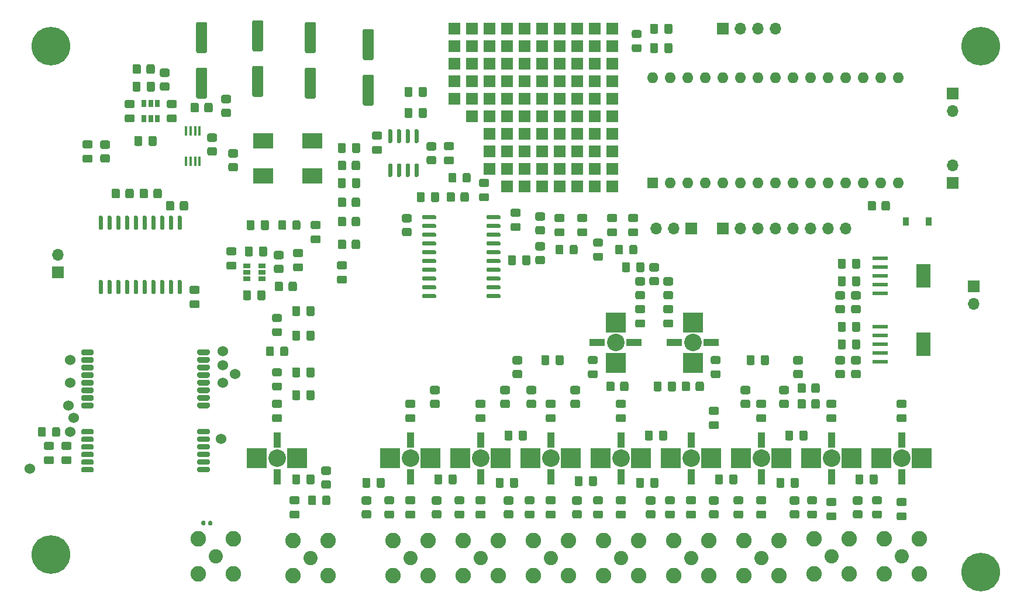
<source format=gbr>
%TF.GenerationSoftware,KiCad,Pcbnew,5.1.9-73d0e3b20d~88~ubuntu20.04.1*%
%TF.CreationDate,2021-01-15T18:11:00+02:00*%
%TF.ProjectId,gpsdo,67707364-6f2e-46b6-9963-61645f706362,rev?*%
%TF.SameCoordinates,PX3e22018PY7b2cf58*%
%TF.FileFunction,Soldermask,Top*%
%TF.FilePolarity,Negative*%
%FSLAX46Y46*%
G04 Gerber Fmt 4.6, Leading zero omitted, Abs format (unit mm)*
G04 Created by KiCad (PCBNEW 5.1.9-73d0e3b20d~88~ubuntu20.04.1) date 2021-01-15 18:11:00*
%MOMM*%
%LPD*%
G01*
G04 APERTURE LIST*
%ADD10R,1.700000X1.700000*%
%ADD11C,1.524000*%
%ADD12C,5.600000*%
%ADD13R,2.200000X0.600000*%
%ADD14R,2.150000X3.450000*%
%ADD15C,0.508000*%
%ADD16C,2.540000*%
%ADD17R,1.016000X2.200000*%
%ADD18R,3.000000X3.000000*%
%ADD19R,2.200000X1.016000*%
%ADD20R,3.000000X2.280000*%
%ADD21R,0.450000X1.450000*%
%ADD22R,1.060000X0.650000*%
%ADD23R,0.650000X1.060000*%
%ADD24O,1.700000X1.700000*%
%ADD25C,2.250000*%
%ADD26C,2.050000*%
%ADD27R,0.900000X1.200000*%
%ADD28O,1.600000X1.600000*%
%ADD29R,1.600000X1.600000*%
G04 APERTURE END LIST*
D10*
%TO.C,REF\u002A\u002A*%
X63500000Y73660000D03*
%TD*%
%TO.C,REF\u002A\u002A*%
X63500000Y76200000D03*
%TD*%
%TO.C,REF\u002A\u002A*%
X63500000Y78740000D03*
%TD*%
%TO.C,REF\u002A\u002A*%
X63500000Y81280000D03*
%TD*%
%TO.C,REF\u002A\u002A*%
X63500000Y83820000D03*
%TD*%
%TO.C,REF\u002A\u002A*%
X66040000Y71120000D03*
%TD*%
%TO.C,REF\u002A\u002A*%
X66040000Y73660000D03*
%TD*%
%TO.C,REF\u002A\u002A*%
X66040000Y76200000D03*
%TD*%
%TO.C,REF\u002A\u002A*%
X66040000Y78740000D03*
%TD*%
%TO.C,REF\u002A\u002A*%
X66040000Y81280000D03*
%TD*%
%TO.C,REF\u002A\u002A*%
X66040000Y83820000D03*
%TD*%
%TO.C,REF\u002A\u002A*%
X68580000Y63500000D03*
%TD*%
%TO.C,REF\u002A\u002A*%
X68580000Y66040000D03*
%TD*%
%TO.C,REF\u002A\u002A*%
X68580000Y68580000D03*
%TD*%
%TO.C,REF\u002A\u002A*%
X68580000Y71120000D03*
%TD*%
%TO.C,REF\u002A\u002A*%
X68580000Y73660000D03*
%TD*%
%TO.C,REF\u002A\u002A*%
X68580000Y76200000D03*
%TD*%
%TO.C,REF\u002A\u002A*%
X68580000Y78740000D03*
%TD*%
%TO.C,REF\u002A\u002A*%
X68580000Y81280000D03*
%TD*%
%TO.C,REF\u002A\u002A*%
X68580000Y83820000D03*
%TD*%
%TO.C,REF\u002A\u002A*%
X71120000Y60960000D03*
%TD*%
%TO.C,REF\u002A\u002A*%
X71120000Y63500000D03*
%TD*%
%TO.C,REF\u002A\u002A*%
X71120000Y66040000D03*
%TD*%
%TO.C,REF\u002A\u002A*%
X71120000Y68580000D03*
%TD*%
%TO.C,REF\u002A\u002A*%
X71120000Y71120000D03*
%TD*%
%TO.C,REF\u002A\u002A*%
X71120000Y73660000D03*
%TD*%
%TO.C,REF\u002A\u002A*%
X71120000Y76200000D03*
%TD*%
%TO.C,REF\u002A\u002A*%
X71120000Y78740000D03*
%TD*%
%TO.C,REF\u002A\u002A*%
X71120000Y81280000D03*
%TD*%
%TO.C,REF\u002A\u002A*%
X71120000Y83820000D03*
%TD*%
%TO.C,REF\u002A\u002A*%
X73660000Y60960000D03*
%TD*%
%TO.C,REF\u002A\u002A*%
X73660000Y63500000D03*
%TD*%
%TO.C,REF\u002A\u002A*%
X73660000Y66040000D03*
%TD*%
%TO.C,REF\u002A\u002A*%
X73660000Y68580000D03*
%TD*%
%TO.C,REF\u002A\u002A*%
X73660000Y71120000D03*
%TD*%
%TO.C,REF\u002A\u002A*%
X73660000Y73660000D03*
%TD*%
%TO.C,REF\u002A\u002A*%
X73660000Y76200000D03*
%TD*%
%TO.C,REF\u002A\u002A*%
X73660000Y78740000D03*
%TD*%
%TO.C,REF\u002A\u002A*%
X73660000Y81280000D03*
%TD*%
%TO.C,REF\u002A\u002A*%
X73660000Y83820000D03*
%TD*%
%TO.C,REF\u002A\u002A*%
X76200000Y60960000D03*
%TD*%
%TO.C,REF\u002A\u002A*%
X76200000Y63500000D03*
%TD*%
%TO.C,REF\u002A\u002A*%
X76200000Y66040000D03*
%TD*%
%TO.C,REF\u002A\u002A*%
X76200000Y68580000D03*
%TD*%
%TO.C,REF\u002A\u002A*%
X76200000Y71120000D03*
%TD*%
%TO.C,REF\u002A\u002A*%
X76200000Y73660000D03*
%TD*%
%TO.C,REF\u002A\u002A*%
X76200000Y76200000D03*
%TD*%
%TO.C,REF\u002A\u002A*%
X76200000Y78740000D03*
%TD*%
%TO.C,REF\u002A\u002A*%
X76200000Y81280000D03*
%TD*%
%TO.C,REF\u002A\u002A*%
X76200000Y83820000D03*
%TD*%
%TO.C,REF\u002A\u002A*%
X78740000Y60960000D03*
%TD*%
%TO.C,REF\u002A\u002A*%
X78740000Y63500000D03*
%TD*%
%TO.C,REF\u002A\u002A*%
X78740000Y66040000D03*
%TD*%
%TO.C,REF\u002A\u002A*%
X78740000Y68580000D03*
%TD*%
%TO.C,REF\u002A\u002A*%
X78740000Y71120000D03*
%TD*%
%TO.C,REF\u002A\u002A*%
X78740000Y73660000D03*
%TD*%
%TO.C,REF\u002A\u002A*%
X78740000Y76200000D03*
%TD*%
%TO.C,REF\u002A\u002A*%
X78740000Y78740000D03*
%TD*%
%TO.C,REF\u002A\u002A*%
X78740000Y81280000D03*
%TD*%
%TO.C,REF\u002A\u002A*%
X78740000Y83820000D03*
%TD*%
%TO.C,REF\u002A\u002A*%
X81280000Y60960000D03*
%TD*%
%TO.C,REF\u002A\u002A*%
X81280000Y63500000D03*
%TD*%
%TO.C,REF\u002A\u002A*%
X81280000Y66040000D03*
%TD*%
%TO.C,REF\u002A\u002A*%
X81280000Y68580000D03*
%TD*%
%TO.C,REF\u002A\u002A*%
X81280000Y71120000D03*
%TD*%
%TO.C,REF\u002A\u002A*%
X81280000Y73660000D03*
%TD*%
%TO.C,REF\u002A\u002A*%
X81280000Y76200000D03*
%TD*%
%TO.C,REF\u002A\u002A*%
X81280000Y78740000D03*
%TD*%
%TO.C,REF\u002A\u002A*%
X81280000Y81280000D03*
%TD*%
%TO.C,REF\u002A\u002A*%
X81280000Y83820000D03*
%TD*%
%TO.C,REF\u002A\u002A*%
X83820000Y60960000D03*
%TD*%
%TO.C,REF\u002A\u002A*%
X83820000Y63500000D03*
%TD*%
%TO.C,REF\u002A\u002A*%
X83820000Y66040000D03*
%TD*%
%TO.C,REF\u002A\u002A*%
X83820000Y68580000D03*
%TD*%
%TO.C,REF\u002A\u002A*%
X83820000Y71120000D03*
%TD*%
%TO.C,REF\u002A\u002A*%
X83820000Y73660000D03*
%TD*%
%TO.C,REF\u002A\u002A*%
X83820000Y76200000D03*
%TD*%
%TO.C,REF\u002A\u002A*%
X83820000Y78740000D03*
%TD*%
%TO.C,REF\u002A\u002A*%
X83820000Y81280000D03*
%TD*%
%TO.C,REF\u002A\u002A*%
X83820000Y83820000D03*
%TD*%
%TO.C,REF\u002A\u002A*%
X86360000Y60960000D03*
%TD*%
%TO.C,REF\u002A\u002A*%
X86360000Y63500000D03*
%TD*%
%TO.C,REF\u002A\u002A*%
X86360000Y66040000D03*
%TD*%
%TO.C,REF\u002A\u002A*%
X86360000Y68580000D03*
%TD*%
%TO.C,REF\u002A\u002A*%
X86360000Y71120000D03*
%TD*%
%TO.C,REF\u002A\u002A*%
X86360000Y73660000D03*
%TD*%
%TO.C,REF\u002A\u002A*%
X86360000Y76200000D03*
%TD*%
%TO.C,REF\u002A\u002A*%
X86360000Y78740000D03*
%TD*%
%TO.C,REF\u002A\u002A*%
X86360000Y81280000D03*
%TD*%
%TO.C,REF\u002A\u002A*%
X86360000Y83820000D03*
%TD*%
%TO.C,U6*%
G36*
G01*
X26296000Y36748000D02*
X26296000Y37148000D01*
G75*
G02*
X26496000Y37348000I200000J0D01*
G01*
X27896000Y37348000D01*
G75*
G02*
X28096000Y37148000I0J-200000D01*
G01*
X28096000Y36748000D01*
G75*
G02*
X27896000Y36548000I-200000J0D01*
G01*
X26496000Y36548000D01*
G75*
G02*
X26296000Y36748000I0J200000D01*
G01*
G37*
G36*
G01*
X26296000Y35648000D02*
X26296000Y36048000D01*
G75*
G02*
X26496000Y36248000I200000J0D01*
G01*
X27896000Y36248000D01*
G75*
G02*
X28096000Y36048000I0J-200000D01*
G01*
X28096000Y35648000D01*
G75*
G02*
X27896000Y35448000I-200000J0D01*
G01*
X26496000Y35448000D01*
G75*
G02*
X26296000Y35648000I0J200000D01*
G01*
G37*
G36*
G01*
X26296000Y34548000D02*
X26296000Y34948000D01*
G75*
G02*
X26496000Y35148000I200000J0D01*
G01*
X27896000Y35148000D01*
G75*
G02*
X28096000Y34948000I0J-200000D01*
G01*
X28096000Y34548000D01*
G75*
G02*
X27896000Y34348000I-200000J0D01*
G01*
X26496000Y34348000D01*
G75*
G02*
X26296000Y34548000I0J200000D01*
G01*
G37*
G36*
G01*
X26296000Y33448000D02*
X26296000Y33848000D01*
G75*
G02*
X26496000Y34048000I200000J0D01*
G01*
X27896000Y34048000D01*
G75*
G02*
X28096000Y33848000I0J-200000D01*
G01*
X28096000Y33448000D01*
G75*
G02*
X27896000Y33248000I-200000J0D01*
G01*
X26496000Y33248000D01*
G75*
G02*
X26296000Y33448000I0J200000D01*
G01*
G37*
G36*
G01*
X26296000Y32348000D02*
X26296000Y32748000D01*
G75*
G02*
X26496000Y32948000I200000J0D01*
G01*
X27896000Y32948000D01*
G75*
G02*
X28096000Y32748000I0J-200000D01*
G01*
X28096000Y32348000D01*
G75*
G02*
X27896000Y32148000I-200000J0D01*
G01*
X26496000Y32148000D01*
G75*
G02*
X26296000Y32348000I0J200000D01*
G01*
G37*
G36*
G01*
X26296000Y31248000D02*
X26296000Y31648000D01*
G75*
G02*
X26496000Y31848000I200000J0D01*
G01*
X27896000Y31848000D01*
G75*
G02*
X28096000Y31648000I0J-200000D01*
G01*
X28096000Y31248000D01*
G75*
G02*
X27896000Y31048000I-200000J0D01*
G01*
X26496000Y31048000D01*
G75*
G02*
X26296000Y31248000I0J200000D01*
G01*
G37*
G36*
G01*
X26296000Y30148000D02*
X26296000Y30548000D01*
G75*
G02*
X26496000Y30748000I200000J0D01*
G01*
X27896000Y30748000D01*
G75*
G02*
X28096000Y30548000I0J-200000D01*
G01*
X28096000Y30148000D01*
G75*
G02*
X27896000Y29948000I-200000J0D01*
G01*
X26496000Y29948000D01*
G75*
G02*
X26296000Y30148000I0J200000D01*
G01*
G37*
G36*
G01*
X26296000Y29048000D02*
X26296000Y29448000D01*
G75*
G02*
X26496000Y29648000I200000J0D01*
G01*
X27896000Y29648000D01*
G75*
G02*
X28096000Y29448000I0J-200000D01*
G01*
X28096000Y29048000D01*
G75*
G02*
X27896000Y28848000I-200000J0D01*
G01*
X26496000Y28848000D01*
G75*
G02*
X26296000Y29048000I0J200000D01*
G01*
G37*
G36*
G01*
X26296000Y25248000D02*
X26296000Y25648000D01*
G75*
G02*
X26496000Y25848000I200000J0D01*
G01*
X27896000Y25848000D01*
G75*
G02*
X28096000Y25648000I0J-200000D01*
G01*
X28096000Y25248000D01*
G75*
G02*
X27896000Y25048000I-200000J0D01*
G01*
X26496000Y25048000D01*
G75*
G02*
X26296000Y25248000I0J200000D01*
G01*
G37*
G36*
G01*
X26296000Y24148000D02*
X26296000Y24548000D01*
G75*
G02*
X26496000Y24748000I200000J0D01*
G01*
X27896000Y24748000D01*
G75*
G02*
X28096000Y24548000I0J-200000D01*
G01*
X28096000Y24148000D01*
G75*
G02*
X27896000Y23948000I-200000J0D01*
G01*
X26496000Y23948000D01*
G75*
G02*
X26296000Y24148000I0J200000D01*
G01*
G37*
G36*
G01*
X26296000Y23048000D02*
X26296000Y23448000D01*
G75*
G02*
X26496000Y23648000I200000J0D01*
G01*
X27896000Y23648000D01*
G75*
G02*
X28096000Y23448000I0J-200000D01*
G01*
X28096000Y23048000D01*
G75*
G02*
X27896000Y22848000I-200000J0D01*
G01*
X26496000Y22848000D01*
G75*
G02*
X26296000Y23048000I0J200000D01*
G01*
G37*
G36*
G01*
X26296000Y21948000D02*
X26296000Y22348000D01*
G75*
G02*
X26496000Y22548000I200000J0D01*
G01*
X27896000Y22548000D01*
G75*
G02*
X28096000Y22348000I0J-200000D01*
G01*
X28096000Y21948000D01*
G75*
G02*
X27896000Y21748000I-200000J0D01*
G01*
X26496000Y21748000D01*
G75*
G02*
X26296000Y21948000I0J200000D01*
G01*
G37*
G36*
G01*
X26296000Y20848000D02*
X26296000Y21248000D01*
G75*
G02*
X26496000Y21448000I200000J0D01*
G01*
X27896000Y21448000D01*
G75*
G02*
X28096000Y21248000I0J-200000D01*
G01*
X28096000Y20848000D01*
G75*
G02*
X27896000Y20648000I-200000J0D01*
G01*
X26496000Y20648000D01*
G75*
G02*
X26296000Y20848000I0J200000D01*
G01*
G37*
G36*
G01*
X26296000Y19748000D02*
X26296000Y20148000D01*
G75*
G02*
X26496000Y20348000I200000J0D01*
G01*
X27896000Y20348000D01*
G75*
G02*
X28096000Y20148000I0J-200000D01*
G01*
X28096000Y19748000D01*
G75*
G02*
X27896000Y19548000I-200000J0D01*
G01*
X26496000Y19548000D01*
G75*
G02*
X26296000Y19748000I0J200000D01*
G01*
G37*
G36*
G01*
X9496000Y19748000D02*
X9496000Y20148000D01*
G75*
G02*
X9696000Y20348000I200000J0D01*
G01*
X11096000Y20348000D01*
G75*
G02*
X11296000Y20148000I0J-200000D01*
G01*
X11296000Y19748000D01*
G75*
G02*
X11096000Y19548000I-200000J0D01*
G01*
X9696000Y19548000D01*
G75*
G02*
X9496000Y19748000I0J200000D01*
G01*
G37*
G36*
G01*
X9496000Y20848000D02*
X9496000Y21248000D01*
G75*
G02*
X9696000Y21448000I200000J0D01*
G01*
X11096000Y21448000D01*
G75*
G02*
X11296000Y21248000I0J-200000D01*
G01*
X11296000Y20848000D01*
G75*
G02*
X11096000Y20648000I-200000J0D01*
G01*
X9696000Y20648000D01*
G75*
G02*
X9496000Y20848000I0J200000D01*
G01*
G37*
G36*
G01*
X9496000Y21948000D02*
X9496000Y22348000D01*
G75*
G02*
X9696000Y22548000I200000J0D01*
G01*
X11096000Y22548000D01*
G75*
G02*
X11296000Y22348000I0J-200000D01*
G01*
X11296000Y21948000D01*
G75*
G02*
X11096000Y21748000I-200000J0D01*
G01*
X9696000Y21748000D01*
G75*
G02*
X9496000Y21948000I0J200000D01*
G01*
G37*
G36*
G01*
X9496000Y23048000D02*
X9496000Y23448000D01*
G75*
G02*
X9696000Y23648000I200000J0D01*
G01*
X11096000Y23648000D01*
G75*
G02*
X11296000Y23448000I0J-200000D01*
G01*
X11296000Y23048000D01*
G75*
G02*
X11096000Y22848000I-200000J0D01*
G01*
X9696000Y22848000D01*
G75*
G02*
X9496000Y23048000I0J200000D01*
G01*
G37*
G36*
G01*
X9496000Y24148000D02*
X9496000Y24548000D01*
G75*
G02*
X9696000Y24748000I200000J0D01*
G01*
X11096000Y24748000D01*
G75*
G02*
X11296000Y24548000I0J-200000D01*
G01*
X11296000Y24148000D01*
G75*
G02*
X11096000Y23948000I-200000J0D01*
G01*
X9696000Y23948000D01*
G75*
G02*
X9496000Y24148000I0J200000D01*
G01*
G37*
G36*
G01*
X9496000Y25248000D02*
X9496000Y25648000D01*
G75*
G02*
X9696000Y25848000I200000J0D01*
G01*
X11096000Y25848000D01*
G75*
G02*
X11296000Y25648000I0J-200000D01*
G01*
X11296000Y25248000D01*
G75*
G02*
X11096000Y25048000I-200000J0D01*
G01*
X9696000Y25048000D01*
G75*
G02*
X9496000Y25248000I0J200000D01*
G01*
G37*
G36*
G01*
X9496000Y29048000D02*
X9496000Y29448000D01*
G75*
G02*
X9696000Y29648000I200000J0D01*
G01*
X11096000Y29648000D01*
G75*
G02*
X11296000Y29448000I0J-200000D01*
G01*
X11296000Y29048000D01*
G75*
G02*
X11096000Y28848000I-200000J0D01*
G01*
X9696000Y28848000D01*
G75*
G02*
X9496000Y29048000I0J200000D01*
G01*
G37*
G36*
G01*
X9496000Y30148000D02*
X9496000Y30548000D01*
G75*
G02*
X9696000Y30748000I200000J0D01*
G01*
X11096000Y30748000D01*
G75*
G02*
X11296000Y30548000I0J-200000D01*
G01*
X11296000Y30148000D01*
G75*
G02*
X11096000Y29948000I-200000J0D01*
G01*
X9696000Y29948000D01*
G75*
G02*
X9496000Y30148000I0J200000D01*
G01*
G37*
G36*
G01*
X9496000Y31248000D02*
X9496000Y31648000D01*
G75*
G02*
X9696000Y31848000I200000J0D01*
G01*
X11096000Y31848000D01*
G75*
G02*
X11296000Y31648000I0J-200000D01*
G01*
X11296000Y31248000D01*
G75*
G02*
X11096000Y31048000I-200000J0D01*
G01*
X9696000Y31048000D01*
G75*
G02*
X9496000Y31248000I0J200000D01*
G01*
G37*
G36*
G01*
X9496000Y32348000D02*
X9496000Y32748000D01*
G75*
G02*
X9696000Y32948000I200000J0D01*
G01*
X11096000Y32948000D01*
G75*
G02*
X11296000Y32748000I0J-200000D01*
G01*
X11296000Y32348000D01*
G75*
G02*
X11096000Y32148000I-200000J0D01*
G01*
X9696000Y32148000D01*
G75*
G02*
X9496000Y32348000I0J200000D01*
G01*
G37*
G36*
G01*
X9496000Y33448000D02*
X9496000Y33848000D01*
G75*
G02*
X9696000Y34048000I200000J0D01*
G01*
X11096000Y34048000D01*
G75*
G02*
X11296000Y33848000I0J-200000D01*
G01*
X11296000Y33448000D01*
G75*
G02*
X11096000Y33248000I-200000J0D01*
G01*
X9696000Y33248000D01*
G75*
G02*
X9496000Y33448000I0J200000D01*
G01*
G37*
G36*
G01*
X9496000Y34548000D02*
X9496000Y34948000D01*
G75*
G02*
X9696000Y35148000I200000J0D01*
G01*
X11096000Y35148000D01*
G75*
G02*
X11296000Y34948000I0J-200000D01*
G01*
X11296000Y34548000D01*
G75*
G02*
X11096000Y34348000I-200000J0D01*
G01*
X9696000Y34348000D01*
G75*
G02*
X9496000Y34548000I0J200000D01*
G01*
G37*
G36*
G01*
X9496000Y35648000D02*
X9496000Y36048000D01*
G75*
G02*
X9696000Y36248000I200000J0D01*
G01*
X11096000Y36248000D01*
G75*
G02*
X11296000Y36048000I0J-200000D01*
G01*
X11296000Y35648000D01*
G75*
G02*
X11096000Y35448000I-200000J0D01*
G01*
X9696000Y35448000D01*
G75*
G02*
X9496000Y35648000I0J200000D01*
G01*
G37*
G36*
G01*
X9496000Y36748000D02*
X9496000Y37148000D01*
G75*
G02*
X9696000Y37348000I200000J0D01*
G01*
X11096000Y37348000D01*
G75*
G02*
X11296000Y37148000I0J-200000D01*
G01*
X11296000Y36748000D01*
G75*
G02*
X11096000Y36548000I-200000J0D01*
G01*
X9696000Y36548000D01*
G75*
G02*
X9496000Y36748000I0J200000D01*
G01*
G37*
%TD*%
%TO.C,C20*%
G36*
G01*
X43222400Y80298000D02*
X42121600Y80298000D01*
G75*
G02*
X41872000Y80547600I0J249600D01*
G01*
X41872000Y84548400D01*
G75*
G02*
X42121600Y84798000I249600J0D01*
G01*
X43222400Y84798000D01*
G75*
G02*
X43472000Y84548400I0J-249600D01*
G01*
X43472000Y80547600D01*
G75*
G02*
X43222400Y80298000I-249600J0D01*
G01*
G37*
G36*
G01*
X43222400Y73698000D02*
X42121600Y73698000D01*
G75*
G02*
X41872000Y73947600I0J249600D01*
G01*
X41872000Y77948400D01*
G75*
G02*
X42121600Y78198000I249600J0D01*
G01*
X43222400Y78198000D01*
G75*
G02*
X43472000Y77948400I0J-249600D01*
G01*
X43472000Y73947600D01*
G75*
G02*
X43222400Y73698000I-249600J0D01*
G01*
G37*
%TD*%
%TO.C,C19*%
G36*
G01*
X35602400Y80552000D02*
X34501600Y80552000D01*
G75*
G02*
X34252000Y80801600I0J249600D01*
G01*
X34252000Y84802400D01*
G75*
G02*
X34501600Y85052000I249600J0D01*
G01*
X35602400Y85052000D01*
G75*
G02*
X35852000Y84802400I0J-249600D01*
G01*
X35852000Y80801600D01*
G75*
G02*
X35602400Y80552000I-249600J0D01*
G01*
G37*
G36*
G01*
X35602400Y73952000D02*
X34501600Y73952000D01*
G75*
G02*
X34252000Y74201600I0J249600D01*
G01*
X34252000Y78202400D01*
G75*
G02*
X34501600Y78452000I249600J0D01*
G01*
X35602400Y78452000D01*
G75*
G02*
X35852000Y78202400I0J-249600D01*
G01*
X35852000Y74201600D01*
G75*
G02*
X35602400Y73952000I-249600J0D01*
G01*
G37*
%TD*%
%TO.C,C18*%
G36*
G01*
X27474400Y80298000D02*
X26373600Y80298000D01*
G75*
G02*
X26124000Y80547600I0J249600D01*
G01*
X26124000Y84548400D01*
G75*
G02*
X26373600Y84798000I249600J0D01*
G01*
X27474400Y84798000D01*
G75*
G02*
X27724000Y84548400I0J-249600D01*
G01*
X27724000Y80547600D01*
G75*
G02*
X27474400Y80298000I-249600J0D01*
G01*
G37*
G36*
G01*
X27474400Y73698000D02*
X26373600Y73698000D01*
G75*
G02*
X26124000Y73947600I0J249600D01*
G01*
X26124000Y77948400D01*
G75*
G02*
X26373600Y78198000I249600J0D01*
G01*
X27474400Y78198000D01*
G75*
G02*
X27724000Y77948400I0J-249600D01*
G01*
X27724000Y73947600D01*
G75*
G02*
X27474400Y73698000I-249600J0D01*
G01*
G37*
%TD*%
%TO.C,C13*%
G36*
G01*
X51604400Y79282000D02*
X50503600Y79282000D01*
G75*
G02*
X50254000Y79531600I0J249600D01*
G01*
X50254000Y83532400D01*
G75*
G02*
X50503600Y83782000I249600J0D01*
G01*
X51604400Y83782000D01*
G75*
G02*
X51854000Y83532400I0J-249600D01*
G01*
X51854000Y79531600D01*
G75*
G02*
X51604400Y79282000I-249600J0D01*
G01*
G37*
G36*
G01*
X51604400Y72682000D02*
X50503600Y72682000D01*
G75*
G02*
X50254000Y72931600I0J249600D01*
G01*
X50254000Y76932400D01*
G75*
G02*
X50503600Y77182000I249600J0D01*
G01*
X51604400Y77182000D01*
G75*
G02*
X51854000Y76932400I0J-249600D01*
G01*
X51854000Y72931600D01*
G75*
G02*
X51604400Y72682000I-249600J0D01*
G01*
G37*
%TD*%
D11*
%TO.C,J29*%
X29718000Y24384000D03*
%TD*%
%TO.C,J28*%
X29972000Y32512000D03*
%TD*%
%TO.C,J27*%
X7620000Y29210000D03*
%TD*%
%TO.C,J26*%
X8382000Y27432000D03*
%TD*%
%TO.C,J25*%
X7874000Y32512000D03*
%TD*%
%TO.C,J24*%
X7874000Y25400000D03*
%TD*%
%TO.C,J23*%
X2032000Y20066000D03*
%TD*%
%TO.C,J22*%
X29972000Y37084000D03*
%TD*%
%TO.C,J21*%
X7874000Y35814000D03*
%TD*%
%TO.C,J19*%
X29972000Y35052000D03*
%TD*%
%TO.C,J18*%
X31750000Y33782000D03*
%TD*%
%TO.C,U4*%
G36*
G01*
X23599000Y47429000D02*
X23899000Y47429000D01*
G75*
G02*
X24049000Y47279000I0J-150000D01*
G01*
X24049000Y45529000D01*
G75*
G02*
X23899000Y45379000I-150000J0D01*
G01*
X23599000Y45379000D01*
G75*
G02*
X23449000Y45529000I0J150000D01*
G01*
X23449000Y47279000D01*
G75*
G02*
X23599000Y47429000I150000J0D01*
G01*
G37*
G36*
G01*
X22329000Y47429000D02*
X22629000Y47429000D01*
G75*
G02*
X22779000Y47279000I0J-150000D01*
G01*
X22779000Y45529000D01*
G75*
G02*
X22629000Y45379000I-150000J0D01*
G01*
X22329000Y45379000D01*
G75*
G02*
X22179000Y45529000I0J150000D01*
G01*
X22179000Y47279000D01*
G75*
G02*
X22329000Y47429000I150000J0D01*
G01*
G37*
G36*
G01*
X21059000Y47429000D02*
X21359000Y47429000D01*
G75*
G02*
X21509000Y47279000I0J-150000D01*
G01*
X21509000Y45529000D01*
G75*
G02*
X21359000Y45379000I-150000J0D01*
G01*
X21059000Y45379000D01*
G75*
G02*
X20909000Y45529000I0J150000D01*
G01*
X20909000Y47279000D01*
G75*
G02*
X21059000Y47429000I150000J0D01*
G01*
G37*
G36*
G01*
X19789000Y47429000D02*
X20089000Y47429000D01*
G75*
G02*
X20239000Y47279000I0J-150000D01*
G01*
X20239000Y45529000D01*
G75*
G02*
X20089000Y45379000I-150000J0D01*
G01*
X19789000Y45379000D01*
G75*
G02*
X19639000Y45529000I0J150000D01*
G01*
X19639000Y47279000D01*
G75*
G02*
X19789000Y47429000I150000J0D01*
G01*
G37*
G36*
G01*
X18519000Y47429000D02*
X18819000Y47429000D01*
G75*
G02*
X18969000Y47279000I0J-150000D01*
G01*
X18969000Y45529000D01*
G75*
G02*
X18819000Y45379000I-150000J0D01*
G01*
X18519000Y45379000D01*
G75*
G02*
X18369000Y45529000I0J150000D01*
G01*
X18369000Y47279000D01*
G75*
G02*
X18519000Y47429000I150000J0D01*
G01*
G37*
G36*
G01*
X17249000Y47429000D02*
X17549000Y47429000D01*
G75*
G02*
X17699000Y47279000I0J-150000D01*
G01*
X17699000Y45529000D01*
G75*
G02*
X17549000Y45379000I-150000J0D01*
G01*
X17249000Y45379000D01*
G75*
G02*
X17099000Y45529000I0J150000D01*
G01*
X17099000Y47279000D01*
G75*
G02*
X17249000Y47429000I150000J0D01*
G01*
G37*
G36*
G01*
X15979000Y47429000D02*
X16279000Y47429000D01*
G75*
G02*
X16429000Y47279000I0J-150000D01*
G01*
X16429000Y45529000D01*
G75*
G02*
X16279000Y45379000I-150000J0D01*
G01*
X15979000Y45379000D01*
G75*
G02*
X15829000Y45529000I0J150000D01*
G01*
X15829000Y47279000D01*
G75*
G02*
X15979000Y47429000I150000J0D01*
G01*
G37*
G36*
G01*
X14709000Y47429000D02*
X15009000Y47429000D01*
G75*
G02*
X15159000Y47279000I0J-150000D01*
G01*
X15159000Y45529000D01*
G75*
G02*
X15009000Y45379000I-150000J0D01*
G01*
X14709000Y45379000D01*
G75*
G02*
X14559000Y45529000I0J150000D01*
G01*
X14559000Y47279000D01*
G75*
G02*
X14709000Y47429000I150000J0D01*
G01*
G37*
G36*
G01*
X13439000Y47429000D02*
X13739000Y47429000D01*
G75*
G02*
X13889000Y47279000I0J-150000D01*
G01*
X13889000Y45529000D01*
G75*
G02*
X13739000Y45379000I-150000J0D01*
G01*
X13439000Y45379000D01*
G75*
G02*
X13289000Y45529000I0J150000D01*
G01*
X13289000Y47279000D01*
G75*
G02*
X13439000Y47429000I150000J0D01*
G01*
G37*
G36*
G01*
X12169000Y47429000D02*
X12469000Y47429000D01*
G75*
G02*
X12619000Y47279000I0J-150000D01*
G01*
X12619000Y45529000D01*
G75*
G02*
X12469000Y45379000I-150000J0D01*
G01*
X12169000Y45379000D01*
G75*
G02*
X12019000Y45529000I0J150000D01*
G01*
X12019000Y47279000D01*
G75*
G02*
X12169000Y47429000I150000J0D01*
G01*
G37*
G36*
G01*
X12169000Y56729000D02*
X12469000Y56729000D01*
G75*
G02*
X12619000Y56579000I0J-150000D01*
G01*
X12619000Y54829000D01*
G75*
G02*
X12469000Y54679000I-150000J0D01*
G01*
X12169000Y54679000D01*
G75*
G02*
X12019000Y54829000I0J150000D01*
G01*
X12019000Y56579000D01*
G75*
G02*
X12169000Y56729000I150000J0D01*
G01*
G37*
G36*
G01*
X13439000Y56729000D02*
X13739000Y56729000D01*
G75*
G02*
X13889000Y56579000I0J-150000D01*
G01*
X13889000Y54829000D01*
G75*
G02*
X13739000Y54679000I-150000J0D01*
G01*
X13439000Y54679000D01*
G75*
G02*
X13289000Y54829000I0J150000D01*
G01*
X13289000Y56579000D01*
G75*
G02*
X13439000Y56729000I150000J0D01*
G01*
G37*
G36*
G01*
X14709000Y56729000D02*
X15009000Y56729000D01*
G75*
G02*
X15159000Y56579000I0J-150000D01*
G01*
X15159000Y54829000D01*
G75*
G02*
X15009000Y54679000I-150000J0D01*
G01*
X14709000Y54679000D01*
G75*
G02*
X14559000Y54829000I0J150000D01*
G01*
X14559000Y56579000D01*
G75*
G02*
X14709000Y56729000I150000J0D01*
G01*
G37*
G36*
G01*
X15979000Y56729000D02*
X16279000Y56729000D01*
G75*
G02*
X16429000Y56579000I0J-150000D01*
G01*
X16429000Y54829000D01*
G75*
G02*
X16279000Y54679000I-150000J0D01*
G01*
X15979000Y54679000D01*
G75*
G02*
X15829000Y54829000I0J150000D01*
G01*
X15829000Y56579000D01*
G75*
G02*
X15979000Y56729000I150000J0D01*
G01*
G37*
G36*
G01*
X17249000Y56729000D02*
X17549000Y56729000D01*
G75*
G02*
X17699000Y56579000I0J-150000D01*
G01*
X17699000Y54829000D01*
G75*
G02*
X17549000Y54679000I-150000J0D01*
G01*
X17249000Y54679000D01*
G75*
G02*
X17099000Y54829000I0J150000D01*
G01*
X17099000Y56579000D01*
G75*
G02*
X17249000Y56729000I150000J0D01*
G01*
G37*
G36*
G01*
X18519000Y56729000D02*
X18819000Y56729000D01*
G75*
G02*
X18969000Y56579000I0J-150000D01*
G01*
X18969000Y54829000D01*
G75*
G02*
X18819000Y54679000I-150000J0D01*
G01*
X18519000Y54679000D01*
G75*
G02*
X18369000Y54829000I0J150000D01*
G01*
X18369000Y56579000D01*
G75*
G02*
X18519000Y56729000I150000J0D01*
G01*
G37*
G36*
G01*
X19789000Y56729000D02*
X20089000Y56729000D01*
G75*
G02*
X20239000Y56579000I0J-150000D01*
G01*
X20239000Y54829000D01*
G75*
G02*
X20089000Y54679000I-150000J0D01*
G01*
X19789000Y54679000D01*
G75*
G02*
X19639000Y54829000I0J150000D01*
G01*
X19639000Y56579000D01*
G75*
G02*
X19789000Y56729000I150000J0D01*
G01*
G37*
G36*
G01*
X21059000Y56729000D02*
X21359000Y56729000D01*
G75*
G02*
X21509000Y56579000I0J-150000D01*
G01*
X21509000Y54829000D01*
G75*
G02*
X21359000Y54679000I-150000J0D01*
G01*
X21059000Y54679000D01*
G75*
G02*
X20909000Y54829000I0J150000D01*
G01*
X20909000Y56579000D01*
G75*
G02*
X21059000Y56729000I150000J0D01*
G01*
G37*
G36*
G01*
X22329000Y56729000D02*
X22629000Y56729000D01*
G75*
G02*
X22779000Y56579000I0J-150000D01*
G01*
X22779000Y54829000D01*
G75*
G02*
X22629000Y54679000I-150000J0D01*
G01*
X22329000Y54679000D01*
G75*
G02*
X22179000Y54829000I0J150000D01*
G01*
X22179000Y56579000D01*
G75*
G02*
X22329000Y56729000I150000J0D01*
G01*
G37*
G36*
G01*
X23599000Y56729000D02*
X23899000Y56729000D01*
G75*
G02*
X24049000Y56579000I0J-150000D01*
G01*
X24049000Y54829000D01*
G75*
G02*
X23899000Y54679000I-150000J0D01*
G01*
X23599000Y54679000D01*
G75*
G02*
X23449000Y54829000I0J150000D01*
G01*
X23449000Y56579000D01*
G75*
G02*
X23599000Y56729000I150000J0D01*
G01*
G37*
%TD*%
D12*
%TO.C,H4*%
X139700000Y81280000D03*
%TD*%
%TO.C,H3*%
X5080000Y81280000D03*
%TD*%
%TO.C,H2*%
X139700000Y5080000D03*
%TD*%
%TO.C,H1*%
X5080000Y7620000D03*
%TD*%
%TO.C,U8*%
G36*
G01*
X68141000Y56365000D02*
X68141000Y56665000D01*
G75*
G02*
X68291000Y56815000I150000J0D01*
G01*
X70041000Y56815000D01*
G75*
G02*
X70191000Y56665000I0J-150000D01*
G01*
X70191000Y56365000D01*
G75*
G02*
X70041000Y56215000I-150000J0D01*
G01*
X68291000Y56215000D01*
G75*
G02*
X68141000Y56365000I0J150000D01*
G01*
G37*
G36*
G01*
X68141000Y55095000D02*
X68141000Y55395000D01*
G75*
G02*
X68291000Y55545000I150000J0D01*
G01*
X70041000Y55545000D01*
G75*
G02*
X70191000Y55395000I0J-150000D01*
G01*
X70191000Y55095000D01*
G75*
G02*
X70041000Y54945000I-150000J0D01*
G01*
X68291000Y54945000D01*
G75*
G02*
X68141000Y55095000I0J150000D01*
G01*
G37*
G36*
G01*
X68141000Y53825000D02*
X68141000Y54125000D01*
G75*
G02*
X68291000Y54275000I150000J0D01*
G01*
X70041000Y54275000D01*
G75*
G02*
X70191000Y54125000I0J-150000D01*
G01*
X70191000Y53825000D01*
G75*
G02*
X70041000Y53675000I-150000J0D01*
G01*
X68291000Y53675000D01*
G75*
G02*
X68141000Y53825000I0J150000D01*
G01*
G37*
G36*
G01*
X68141000Y52555000D02*
X68141000Y52855000D01*
G75*
G02*
X68291000Y53005000I150000J0D01*
G01*
X70041000Y53005000D01*
G75*
G02*
X70191000Y52855000I0J-150000D01*
G01*
X70191000Y52555000D01*
G75*
G02*
X70041000Y52405000I-150000J0D01*
G01*
X68291000Y52405000D01*
G75*
G02*
X68141000Y52555000I0J150000D01*
G01*
G37*
G36*
G01*
X68141000Y51285000D02*
X68141000Y51585000D01*
G75*
G02*
X68291000Y51735000I150000J0D01*
G01*
X70041000Y51735000D01*
G75*
G02*
X70191000Y51585000I0J-150000D01*
G01*
X70191000Y51285000D01*
G75*
G02*
X70041000Y51135000I-150000J0D01*
G01*
X68291000Y51135000D01*
G75*
G02*
X68141000Y51285000I0J150000D01*
G01*
G37*
G36*
G01*
X68141000Y50015000D02*
X68141000Y50315000D01*
G75*
G02*
X68291000Y50465000I150000J0D01*
G01*
X70041000Y50465000D01*
G75*
G02*
X70191000Y50315000I0J-150000D01*
G01*
X70191000Y50015000D01*
G75*
G02*
X70041000Y49865000I-150000J0D01*
G01*
X68291000Y49865000D01*
G75*
G02*
X68141000Y50015000I0J150000D01*
G01*
G37*
G36*
G01*
X68141000Y48745000D02*
X68141000Y49045000D01*
G75*
G02*
X68291000Y49195000I150000J0D01*
G01*
X70041000Y49195000D01*
G75*
G02*
X70191000Y49045000I0J-150000D01*
G01*
X70191000Y48745000D01*
G75*
G02*
X70041000Y48595000I-150000J0D01*
G01*
X68291000Y48595000D01*
G75*
G02*
X68141000Y48745000I0J150000D01*
G01*
G37*
G36*
G01*
X68141000Y47475000D02*
X68141000Y47775000D01*
G75*
G02*
X68291000Y47925000I150000J0D01*
G01*
X70041000Y47925000D01*
G75*
G02*
X70191000Y47775000I0J-150000D01*
G01*
X70191000Y47475000D01*
G75*
G02*
X70041000Y47325000I-150000J0D01*
G01*
X68291000Y47325000D01*
G75*
G02*
X68141000Y47475000I0J150000D01*
G01*
G37*
G36*
G01*
X68141000Y46205000D02*
X68141000Y46505000D01*
G75*
G02*
X68291000Y46655000I150000J0D01*
G01*
X70041000Y46655000D01*
G75*
G02*
X70191000Y46505000I0J-150000D01*
G01*
X70191000Y46205000D01*
G75*
G02*
X70041000Y46055000I-150000J0D01*
G01*
X68291000Y46055000D01*
G75*
G02*
X68141000Y46205000I0J150000D01*
G01*
G37*
G36*
G01*
X68141000Y44935000D02*
X68141000Y45235000D01*
G75*
G02*
X68291000Y45385000I150000J0D01*
G01*
X70041000Y45385000D01*
G75*
G02*
X70191000Y45235000I0J-150000D01*
G01*
X70191000Y44935000D01*
G75*
G02*
X70041000Y44785000I-150000J0D01*
G01*
X68291000Y44785000D01*
G75*
G02*
X68141000Y44935000I0J150000D01*
G01*
G37*
G36*
G01*
X58841000Y44935000D02*
X58841000Y45235000D01*
G75*
G02*
X58991000Y45385000I150000J0D01*
G01*
X60741000Y45385000D01*
G75*
G02*
X60891000Y45235000I0J-150000D01*
G01*
X60891000Y44935000D01*
G75*
G02*
X60741000Y44785000I-150000J0D01*
G01*
X58991000Y44785000D01*
G75*
G02*
X58841000Y44935000I0J150000D01*
G01*
G37*
G36*
G01*
X58841000Y46205000D02*
X58841000Y46505000D01*
G75*
G02*
X58991000Y46655000I150000J0D01*
G01*
X60741000Y46655000D01*
G75*
G02*
X60891000Y46505000I0J-150000D01*
G01*
X60891000Y46205000D01*
G75*
G02*
X60741000Y46055000I-150000J0D01*
G01*
X58991000Y46055000D01*
G75*
G02*
X58841000Y46205000I0J150000D01*
G01*
G37*
G36*
G01*
X58841000Y47475000D02*
X58841000Y47775000D01*
G75*
G02*
X58991000Y47925000I150000J0D01*
G01*
X60741000Y47925000D01*
G75*
G02*
X60891000Y47775000I0J-150000D01*
G01*
X60891000Y47475000D01*
G75*
G02*
X60741000Y47325000I-150000J0D01*
G01*
X58991000Y47325000D01*
G75*
G02*
X58841000Y47475000I0J150000D01*
G01*
G37*
G36*
G01*
X58841000Y48745000D02*
X58841000Y49045000D01*
G75*
G02*
X58991000Y49195000I150000J0D01*
G01*
X60741000Y49195000D01*
G75*
G02*
X60891000Y49045000I0J-150000D01*
G01*
X60891000Y48745000D01*
G75*
G02*
X60741000Y48595000I-150000J0D01*
G01*
X58991000Y48595000D01*
G75*
G02*
X58841000Y48745000I0J150000D01*
G01*
G37*
G36*
G01*
X58841000Y50015000D02*
X58841000Y50315000D01*
G75*
G02*
X58991000Y50465000I150000J0D01*
G01*
X60741000Y50465000D01*
G75*
G02*
X60891000Y50315000I0J-150000D01*
G01*
X60891000Y50015000D01*
G75*
G02*
X60741000Y49865000I-150000J0D01*
G01*
X58991000Y49865000D01*
G75*
G02*
X58841000Y50015000I0J150000D01*
G01*
G37*
G36*
G01*
X58841000Y51285000D02*
X58841000Y51585000D01*
G75*
G02*
X58991000Y51735000I150000J0D01*
G01*
X60741000Y51735000D01*
G75*
G02*
X60891000Y51585000I0J-150000D01*
G01*
X60891000Y51285000D01*
G75*
G02*
X60741000Y51135000I-150000J0D01*
G01*
X58991000Y51135000D01*
G75*
G02*
X58841000Y51285000I0J150000D01*
G01*
G37*
G36*
G01*
X58841000Y52555000D02*
X58841000Y52855000D01*
G75*
G02*
X58991000Y53005000I150000J0D01*
G01*
X60741000Y53005000D01*
G75*
G02*
X60891000Y52855000I0J-150000D01*
G01*
X60891000Y52555000D01*
G75*
G02*
X60741000Y52405000I-150000J0D01*
G01*
X58991000Y52405000D01*
G75*
G02*
X58841000Y52555000I0J150000D01*
G01*
G37*
G36*
G01*
X58841000Y53825000D02*
X58841000Y54125000D01*
G75*
G02*
X58991000Y54275000I150000J0D01*
G01*
X60741000Y54275000D01*
G75*
G02*
X60891000Y54125000I0J-150000D01*
G01*
X60891000Y53825000D01*
G75*
G02*
X60741000Y53675000I-150000J0D01*
G01*
X58991000Y53675000D01*
G75*
G02*
X58841000Y53825000I0J150000D01*
G01*
G37*
G36*
G01*
X58841000Y55095000D02*
X58841000Y55395000D01*
G75*
G02*
X58991000Y55545000I150000J0D01*
G01*
X60741000Y55545000D01*
G75*
G02*
X60891000Y55395000I0J-150000D01*
G01*
X60891000Y55095000D01*
G75*
G02*
X60741000Y54945000I-150000J0D01*
G01*
X58991000Y54945000D01*
G75*
G02*
X58841000Y55095000I0J150000D01*
G01*
G37*
G36*
G01*
X58841000Y56365000D02*
X58841000Y56665000D01*
G75*
G02*
X58991000Y56815000I150000J0D01*
G01*
X60741000Y56815000D01*
G75*
G02*
X60891000Y56665000I0J-150000D01*
G01*
X60891000Y56365000D01*
G75*
G02*
X60741000Y56215000I-150000J0D01*
G01*
X58991000Y56215000D01*
G75*
G02*
X58841000Y56365000I0J150000D01*
G01*
G37*
%TD*%
D13*
%TO.C,U21*%
X125132500Y50546000D03*
X125132500Y45466000D03*
X125132500Y48006000D03*
D14*
X131432500Y48006000D03*
D13*
X125132500Y49276000D03*
X125132500Y46736000D03*
%TD*%
%TO.C,R50*%
G36*
G01*
X119830001Y44596000D02*
X118929999Y44596000D01*
G75*
G02*
X118680000Y44845999I0J249999D01*
G01*
X118680000Y45546001D01*
G75*
G02*
X118929999Y45796000I249999J0D01*
G01*
X119830001Y45796000D01*
G75*
G02*
X120080000Y45546001I0J-249999D01*
G01*
X120080000Y44845999D01*
G75*
G02*
X119830001Y44596000I-249999J0D01*
G01*
G37*
G36*
G01*
X119830001Y42596000D02*
X118929999Y42596000D01*
G75*
G02*
X118680000Y42845999I0J249999D01*
G01*
X118680000Y43546001D01*
G75*
G02*
X118929999Y43796000I249999J0D01*
G01*
X119830001Y43796000D01*
G75*
G02*
X120080000Y43546001I0J-249999D01*
G01*
X120080000Y42845999D01*
G75*
G02*
X119830001Y42596000I-249999J0D01*
G01*
G37*
%TD*%
%TO.C,R49*%
G36*
G01*
X121215999Y43796000D02*
X122116001Y43796000D01*
G75*
G02*
X122366000Y43546001I0J-249999D01*
G01*
X122366000Y42845999D01*
G75*
G02*
X122116001Y42596000I-249999J0D01*
G01*
X121215999Y42596000D01*
G75*
G02*
X120966000Y42845999I0J249999D01*
G01*
X120966000Y43546001D01*
G75*
G02*
X121215999Y43796000I249999J0D01*
G01*
G37*
G36*
G01*
X121215999Y45796000D02*
X122116001Y45796000D01*
G75*
G02*
X122366000Y45546001I0J-249999D01*
G01*
X122366000Y44845999D01*
G75*
G02*
X122116001Y44596000I-249999J0D01*
G01*
X121215999Y44596000D01*
G75*
G02*
X120966000Y44845999I0J249999D01*
G01*
X120966000Y45546001D01*
G75*
G02*
X121215999Y45796000I249999J0D01*
G01*
G37*
%TD*%
%TO.C,C79*%
G36*
G01*
X121100000Y46769000D02*
X121100000Y47719000D01*
G75*
G02*
X121350000Y47969000I250000J0D01*
G01*
X122025000Y47969000D01*
G75*
G02*
X122275000Y47719000I0J-250000D01*
G01*
X122275000Y46769000D01*
G75*
G02*
X122025000Y46519000I-250000J0D01*
G01*
X121350000Y46519000D01*
G75*
G02*
X121100000Y46769000I0J250000D01*
G01*
G37*
G36*
G01*
X119025000Y46769000D02*
X119025000Y47719000D01*
G75*
G02*
X119275000Y47969000I250000J0D01*
G01*
X119950000Y47969000D01*
G75*
G02*
X120200000Y47719000I0J-250000D01*
G01*
X120200000Y46769000D01*
G75*
G02*
X119950000Y46519000I-250000J0D01*
G01*
X119275000Y46519000D01*
G75*
G02*
X119025000Y46769000I0J250000D01*
G01*
G37*
%TD*%
%TO.C,C78*%
G36*
G01*
X120200000Y50259000D02*
X120200000Y49309000D01*
G75*
G02*
X119950000Y49059000I-250000J0D01*
G01*
X119275000Y49059000D01*
G75*
G02*
X119025000Y49309000I0J250000D01*
G01*
X119025000Y50259000D01*
G75*
G02*
X119275000Y50509000I250000J0D01*
G01*
X119950000Y50509000D01*
G75*
G02*
X120200000Y50259000I0J-250000D01*
G01*
G37*
G36*
G01*
X122275000Y50259000D02*
X122275000Y49309000D01*
G75*
G02*
X122025000Y49059000I-250000J0D01*
G01*
X121350000Y49059000D01*
G75*
G02*
X121100000Y49309000I0J250000D01*
G01*
X121100000Y50259000D01*
G75*
G02*
X121350000Y50509000I250000J0D01*
G01*
X122025000Y50509000D01*
G75*
G02*
X122275000Y50259000I0J-250000D01*
G01*
G37*
%TD*%
%TO.C,U3*%
X125132500Y40640000D03*
X125132500Y35560000D03*
X125132500Y38100000D03*
D14*
X131432500Y38100000D03*
D13*
X125132500Y39370000D03*
X125132500Y36830000D03*
%TD*%
%TO.C,R38*%
G36*
G01*
X44507999Y18396000D02*
X45408001Y18396000D01*
G75*
G02*
X45658000Y18146001I0J-249999D01*
G01*
X45658000Y17445999D01*
G75*
G02*
X45408001Y17196000I-249999J0D01*
G01*
X44507999Y17196000D01*
G75*
G02*
X44258000Y17445999I0J249999D01*
G01*
X44258000Y18146001D01*
G75*
G02*
X44507999Y18396000I249999J0D01*
G01*
G37*
G36*
G01*
X44507999Y20396000D02*
X45408001Y20396000D01*
G75*
G02*
X45658000Y20146001I0J-249999D01*
G01*
X45658000Y19445999D01*
G75*
G02*
X45408001Y19196000I-249999J0D01*
G01*
X44507999Y19196000D01*
G75*
G02*
X44258000Y19445999I0J249999D01*
G01*
X44258000Y20146001D01*
G75*
G02*
X44507999Y20396000I249999J0D01*
G01*
G37*
%TD*%
%TO.C,R48*%
G36*
G01*
X47860000Y64458001D02*
X47860000Y63557999D01*
G75*
G02*
X47610001Y63308000I-249999J0D01*
G01*
X46909999Y63308000D01*
G75*
G02*
X46660000Y63557999I0J249999D01*
G01*
X46660000Y64458001D01*
G75*
G02*
X46909999Y64708000I249999J0D01*
G01*
X47610001Y64708000D01*
G75*
G02*
X47860000Y64458001I0J-249999D01*
G01*
G37*
G36*
G01*
X49860000Y64458001D02*
X49860000Y63557999D01*
G75*
G02*
X49610001Y63308000I-249999J0D01*
G01*
X48909999Y63308000D01*
G75*
G02*
X48660000Y63557999I0J249999D01*
G01*
X48660000Y64458001D01*
G75*
G02*
X48909999Y64708000I249999J0D01*
G01*
X49610001Y64708000D01*
G75*
G02*
X49860000Y64458001I0J-249999D01*
G01*
G37*
%TD*%
%TO.C,R20*%
G36*
G01*
X60648001Y66186000D02*
X59747999Y66186000D01*
G75*
G02*
X59498000Y66435999I0J249999D01*
G01*
X59498000Y67136001D01*
G75*
G02*
X59747999Y67386000I249999J0D01*
G01*
X60648001Y67386000D01*
G75*
G02*
X60898000Y67136001I0J-249999D01*
G01*
X60898000Y66435999D01*
G75*
G02*
X60648001Y66186000I-249999J0D01*
G01*
G37*
G36*
G01*
X60648001Y64186000D02*
X59747999Y64186000D01*
G75*
G02*
X59498000Y64435999I0J249999D01*
G01*
X59498000Y65136001D01*
G75*
G02*
X59747999Y65386000I249999J0D01*
G01*
X60648001Y65386000D01*
G75*
G02*
X60898000Y65136001I0J-249999D01*
G01*
X60898000Y64435999D01*
G75*
G02*
X60648001Y64186000I-249999J0D01*
G01*
G37*
%TD*%
%TO.C,R19*%
G36*
G01*
X47860000Y59124001D02*
X47860000Y58223999D01*
G75*
G02*
X47610001Y57974000I-249999J0D01*
G01*
X46909999Y57974000D01*
G75*
G02*
X46660000Y58223999I0J249999D01*
G01*
X46660000Y59124001D01*
G75*
G02*
X46909999Y59374000I249999J0D01*
G01*
X47610001Y59374000D01*
G75*
G02*
X47860000Y59124001I0J-249999D01*
G01*
G37*
G36*
G01*
X49860000Y59124001D02*
X49860000Y58223999D01*
G75*
G02*
X49610001Y57974000I-249999J0D01*
G01*
X48909999Y57974000D01*
G75*
G02*
X48660000Y58223999I0J249999D01*
G01*
X48660000Y59124001D01*
G75*
G02*
X48909999Y59374000I249999J0D01*
G01*
X49610001Y59374000D01*
G75*
G02*
X49860000Y59124001I0J-249999D01*
G01*
G37*
%TD*%
%TO.C,R18*%
G36*
G01*
X48660000Y52127999D02*
X48660000Y53028001D01*
G75*
G02*
X48909999Y53278000I249999J0D01*
G01*
X49610001Y53278000D01*
G75*
G02*
X49860000Y53028001I0J-249999D01*
G01*
X49860000Y52127999D01*
G75*
G02*
X49610001Y51878000I-249999J0D01*
G01*
X48909999Y51878000D01*
G75*
G02*
X48660000Y52127999I0J249999D01*
G01*
G37*
G36*
G01*
X46660000Y52127999D02*
X46660000Y53028001D01*
G75*
G02*
X46909999Y53278000I249999J0D01*
G01*
X47610001Y53278000D01*
G75*
G02*
X47860000Y53028001I0J-249999D01*
G01*
X47860000Y52127999D01*
G75*
G02*
X47610001Y51878000I-249999J0D01*
G01*
X46909999Y51878000D01*
G75*
G02*
X46660000Y52127999I0J249999D01*
G01*
G37*
%TD*%
%TO.C,R17*%
G36*
G01*
X47860000Y56330001D02*
X47860000Y55429999D01*
G75*
G02*
X47610001Y55180000I-249999J0D01*
G01*
X46909999Y55180000D01*
G75*
G02*
X46660000Y55429999I0J249999D01*
G01*
X46660000Y56330001D01*
G75*
G02*
X46909999Y56580000I249999J0D01*
G01*
X47610001Y56580000D01*
G75*
G02*
X47860000Y56330001I0J-249999D01*
G01*
G37*
G36*
G01*
X49860000Y56330001D02*
X49860000Y55429999D01*
G75*
G02*
X49610001Y55180000I-249999J0D01*
G01*
X48909999Y55180000D01*
G75*
G02*
X48660000Y55429999I0J249999D01*
G01*
X48660000Y56330001D01*
G75*
G02*
X48909999Y56580000I249999J0D01*
G01*
X49610001Y56580000D01*
G75*
G02*
X49860000Y56330001I0J-249999D01*
G01*
G37*
%TD*%
%TO.C,R14*%
G36*
G01*
X30930001Y73044000D02*
X30029999Y73044000D01*
G75*
G02*
X29780000Y73293999I0J249999D01*
G01*
X29780000Y73994001D01*
G75*
G02*
X30029999Y74244000I249999J0D01*
G01*
X30930001Y74244000D01*
G75*
G02*
X31180000Y73994001I0J-249999D01*
G01*
X31180000Y73293999D01*
G75*
G02*
X30930001Y73044000I-249999J0D01*
G01*
G37*
G36*
G01*
X30930001Y71044000D02*
X30029999Y71044000D01*
G75*
G02*
X29780000Y71293999I0J249999D01*
G01*
X29780000Y71994001D01*
G75*
G02*
X30029999Y72244000I249999J0D01*
G01*
X30930001Y72244000D01*
G75*
G02*
X31180000Y71994001I0J-249999D01*
G01*
X31180000Y71293999D01*
G75*
G02*
X30930001Y71044000I-249999J0D01*
G01*
G37*
%TD*%
%TO.C,R13*%
G36*
G01*
X26524000Y72840001D02*
X26524000Y71939999D01*
G75*
G02*
X26274001Y71690000I-249999J0D01*
G01*
X25573999Y71690000D01*
G75*
G02*
X25324000Y71939999I0J249999D01*
G01*
X25324000Y72840001D01*
G75*
G02*
X25573999Y73090000I249999J0D01*
G01*
X26274001Y73090000D01*
G75*
G02*
X26524000Y72840001I0J-249999D01*
G01*
G37*
G36*
G01*
X28524000Y72840001D02*
X28524000Y71939999D01*
G75*
G02*
X28274001Y71690000I-249999J0D01*
G01*
X27573999Y71690000D01*
G75*
G02*
X27324000Y71939999I0J249999D01*
G01*
X27324000Y72840001D01*
G75*
G02*
X27573999Y73090000I249999J0D01*
G01*
X28274001Y73090000D01*
G75*
G02*
X28524000Y72840001I0J-249999D01*
G01*
G37*
%TD*%
%TO.C,R12*%
G36*
G01*
X28898001Y67456000D02*
X27997999Y67456000D01*
G75*
G02*
X27748000Y67705999I0J249999D01*
G01*
X27748000Y68406001D01*
G75*
G02*
X27997999Y68656000I249999J0D01*
G01*
X28898001Y68656000D01*
G75*
G02*
X29148000Y68406001I0J-249999D01*
G01*
X29148000Y67705999D01*
G75*
G02*
X28898001Y67456000I-249999J0D01*
G01*
G37*
G36*
G01*
X28898001Y65456000D02*
X27997999Y65456000D01*
G75*
G02*
X27748000Y65705999I0J249999D01*
G01*
X27748000Y66406001D01*
G75*
G02*
X27997999Y66656000I249999J0D01*
G01*
X28898001Y66656000D01*
G75*
G02*
X29148000Y66406001I0J-249999D01*
G01*
X29148000Y65705999D01*
G75*
G02*
X28898001Y65456000I-249999J0D01*
G01*
G37*
%TD*%
%TO.C,R11*%
G36*
G01*
X31045999Y64370000D02*
X31946001Y64370000D01*
G75*
G02*
X32196000Y64120001I0J-249999D01*
G01*
X32196000Y63419999D01*
G75*
G02*
X31946001Y63170000I-249999J0D01*
G01*
X31045999Y63170000D01*
G75*
G02*
X30796000Y63419999I0J249999D01*
G01*
X30796000Y64120001D01*
G75*
G02*
X31045999Y64370000I249999J0D01*
G01*
G37*
G36*
G01*
X31045999Y66370000D02*
X31946001Y66370000D01*
G75*
G02*
X32196000Y66120001I0J-249999D01*
G01*
X32196000Y65419999D01*
G75*
G02*
X31946001Y65170000I-249999J0D01*
G01*
X31045999Y65170000D01*
G75*
G02*
X30796000Y65419999I0J249999D01*
G01*
X30796000Y66120001D01*
G75*
G02*
X31045999Y66370000I249999J0D01*
G01*
G37*
%TD*%
%TO.C,R47*%
G36*
G01*
X125368000Y57715999D02*
X125368000Y58616001D01*
G75*
G02*
X125617999Y58866000I249999J0D01*
G01*
X126318001Y58866000D01*
G75*
G02*
X126568000Y58616001I0J-249999D01*
G01*
X126568000Y57715999D01*
G75*
G02*
X126318001Y57466000I-249999J0D01*
G01*
X125617999Y57466000D01*
G75*
G02*
X125368000Y57715999I0J249999D01*
G01*
G37*
G36*
G01*
X123368000Y57715999D02*
X123368000Y58616001D01*
G75*
G02*
X123617999Y58866000I249999J0D01*
G01*
X124318001Y58866000D01*
G75*
G02*
X124568000Y58616001I0J-249999D01*
G01*
X124568000Y57715999D01*
G75*
G02*
X124318001Y57466000I-249999J0D01*
G01*
X123617999Y57466000D01*
G75*
G02*
X123368000Y57715999I0J249999D01*
G01*
G37*
%TD*%
%TO.C,R46*%
G36*
G01*
X114408000Y32200001D02*
X114408000Y31299999D01*
G75*
G02*
X114158001Y31050000I-249999J0D01*
G01*
X113457999Y31050000D01*
G75*
G02*
X113208000Y31299999I0J249999D01*
G01*
X113208000Y32200001D01*
G75*
G02*
X113457999Y32450000I249999J0D01*
G01*
X114158001Y32450000D01*
G75*
G02*
X114408000Y32200001I0J-249999D01*
G01*
G37*
G36*
G01*
X116408000Y32200001D02*
X116408000Y31299999D01*
G75*
G02*
X116158001Y31050000I-249999J0D01*
G01*
X115457999Y31050000D01*
G75*
G02*
X115208000Y31299999I0J249999D01*
G01*
X115208000Y32200001D01*
G75*
G02*
X115457999Y32450000I249999J0D01*
G01*
X116158001Y32450000D01*
G75*
G02*
X116408000Y32200001I0J-249999D01*
G01*
G37*
%TD*%
%TO.C,R45*%
G36*
G01*
X75126001Y30880000D02*
X74225999Y30880000D01*
G75*
G02*
X73976000Y31129999I0J249999D01*
G01*
X73976000Y31830001D01*
G75*
G02*
X74225999Y32080000I249999J0D01*
G01*
X75126001Y32080000D01*
G75*
G02*
X75376000Y31830001I0J-249999D01*
G01*
X75376000Y31129999D01*
G75*
G02*
X75126001Y30880000I-249999J0D01*
G01*
G37*
G36*
G01*
X75126001Y28880000D02*
X74225999Y28880000D01*
G75*
G02*
X73976000Y29129999I0J249999D01*
G01*
X73976000Y29830001D01*
G75*
G02*
X74225999Y30080000I249999J0D01*
G01*
X75126001Y30080000D01*
G75*
G02*
X75376000Y29830001I0J-249999D01*
G01*
X75376000Y29129999D01*
G75*
G02*
X75126001Y28880000I-249999J0D01*
G01*
G37*
%TD*%
%TO.C,R44*%
G36*
G01*
X114408000Y29914001D02*
X114408000Y29013999D01*
G75*
G02*
X114158001Y28764000I-249999J0D01*
G01*
X113457999Y28764000D01*
G75*
G02*
X113208000Y29013999I0J249999D01*
G01*
X113208000Y29914001D01*
G75*
G02*
X113457999Y30164000I249999J0D01*
G01*
X114158001Y30164000D01*
G75*
G02*
X114408000Y29914001I0J-249999D01*
G01*
G37*
G36*
G01*
X116408000Y29914001D02*
X116408000Y29013999D01*
G75*
G02*
X116158001Y28764000I-249999J0D01*
G01*
X115457999Y28764000D01*
G75*
G02*
X115208000Y29013999I0J249999D01*
G01*
X115208000Y29914001D01*
G75*
G02*
X115457999Y30164000I249999J0D01*
G01*
X116158001Y30164000D01*
G75*
G02*
X116408000Y29914001I0J-249999D01*
G01*
G37*
%TD*%
%TO.C,R43*%
G36*
G01*
X61156001Y30880000D02*
X60255999Y30880000D01*
G75*
G02*
X60006000Y31129999I0J249999D01*
G01*
X60006000Y31830001D01*
G75*
G02*
X60255999Y32080000I249999J0D01*
G01*
X61156001Y32080000D01*
G75*
G02*
X61406000Y31830001I0J-249999D01*
G01*
X61406000Y31129999D01*
G75*
G02*
X61156001Y30880000I-249999J0D01*
G01*
G37*
G36*
G01*
X61156001Y28880000D02*
X60255999Y28880000D01*
G75*
G02*
X60006000Y29129999I0J249999D01*
G01*
X60006000Y29830001D01*
G75*
G02*
X60255999Y30080000I249999J0D01*
G01*
X61156001Y30080000D01*
G75*
G02*
X61406000Y29830001I0J-249999D01*
G01*
X61406000Y29129999D01*
G75*
G02*
X61156001Y28880000I-249999J0D01*
G01*
G37*
%TD*%
%TO.C,R42*%
G36*
G01*
X112325999Y14078000D02*
X113226001Y14078000D01*
G75*
G02*
X113476000Y13828001I0J-249999D01*
G01*
X113476000Y13127999D01*
G75*
G02*
X113226001Y12878000I-249999J0D01*
G01*
X112325999Y12878000D01*
G75*
G02*
X112076000Y13127999I0J249999D01*
G01*
X112076000Y13828001D01*
G75*
G02*
X112325999Y14078000I249999J0D01*
G01*
G37*
G36*
G01*
X112325999Y16078000D02*
X113226001Y16078000D01*
G75*
G02*
X113476000Y15828001I0J-249999D01*
G01*
X113476000Y15127999D01*
G75*
G02*
X113226001Y14878000I-249999J0D01*
G01*
X112325999Y14878000D01*
G75*
G02*
X112076000Y15127999I0J249999D01*
G01*
X112076000Y15828001D01*
G75*
G02*
X112325999Y16078000I249999J0D01*
G01*
G37*
%TD*%
%TO.C,R41*%
G36*
G01*
X91497999Y14078000D02*
X92398001Y14078000D01*
G75*
G02*
X92648000Y13828001I0J-249999D01*
G01*
X92648000Y13127999D01*
G75*
G02*
X92398001Y12878000I-249999J0D01*
G01*
X91497999Y12878000D01*
G75*
G02*
X91248000Y13127999I0J249999D01*
G01*
X91248000Y13828001D01*
G75*
G02*
X91497999Y14078000I249999J0D01*
G01*
G37*
G36*
G01*
X91497999Y16078000D02*
X92398001Y16078000D01*
G75*
G02*
X92648000Y15828001I0J-249999D01*
G01*
X92648000Y15127999D01*
G75*
G02*
X92398001Y14878000I-249999J0D01*
G01*
X91497999Y14878000D01*
G75*
G02*
X91248000Y15127999I0J249999D01*
G01*
X91248000Y15828001D01*
G75*
G02*
X91497999Y16078000I249999J0D01*
G01*
G37*
%TD*%
%TO.C,R40*%
G36*
G01*
X70923999Y14078000D02*
X71824001Y14078000D01*
G75*
G02*
X72074000Y13828001I0J-249999D01*
G01*
X72074000Y13127999D01*
G75*
G02*
X71824001Y12878000I-249999J0D01*
G01*
X70923999Y12878000D01*
G75*
G02*
X70674000Y13127999I0J249999D01*
G01*
X70674000Y13828001D01*
G75*
G02*
X70923999Y14078000I249999J0D01*
G01*
G37*
G36*
G01*
X70923999Y16078000D02*
X71824001Y16078000D01*
G75*
G02*
X72074000Y15828001I0J-249999D01*
G01*
X72074000Y15127999D01*
G75*
G02*
X71824001Y14878000I-249999J0D01*
G01*
X70923999Y14878000D01*
G75*
G02*
X70674000Y15127999I0J249999D01*
G01*
X70674000Y15828001D01*
G75*
G02*
X70923999Y16078000I249999J0D01*
G01*
G37*
%TD*%
%TO.C,R39*%
G36*
G01*
X50349999Y14078000D02*
X51250001Y14078000D01*
G75*
G02*
X51500000Y13828001I0J-249999D01*
G01*
X51500000Y13127999D01*
G75*
G02*
X51250001Y12878000I-249999J0D01*
G01*
X50349999Y12878000D01*
G75*
G02*
X50100000Y13127999I0J249999D01*
G01*
X50100000Y13828001D01*
G75*
G02*
X50349999Y14078000I249999J0D01*
G01*
G37*
G36*
G01*
X50349999Y16078000D02*
X51250001Y16078000D01*
G75*
G02*
X51500000Y15828001I0J-249999D01*
G01*
X51500000Y15127999D01*
G75*
G02*
X51250001Y14878000I-249999J0D01*
G01*
X50349999Y14878000D01*
G75*
G02*
X50100000Y15127999I0J249999D01*
G01*
X50100000Y15828001D01*
G75*
G02*
X50349999Y16078000I249999J0D01*
G01*
G37*
%TD*%
%TO.C,R37*%
G36*
G01*
X111702001Y30880000D02*
X110801999Y30880000D01*
G75*
G02*
X110552000Y31129999I0J249999D01*
G01*
X110552000Y31830001D01*
G75*
G02*
X110801999Y32080000I249999J0D01*
G01*
X111702001Y32080000D01*
G75*
G02*
X111952000Y31830001I0J-249999D01*
G01*
X111952000Y31129999D01*
G75*
G02*
X111702001Y30880000I-249999J0D01*
G01*
G37*
G36*
G01*
X111702001Y28880000D02*
X110801999Y28880000D01*
G75*
G02*
X110552000Y29129999I0J249999D01*
G01*
X110552000Y29830001D01*
G75*
G02*
X110801999Y30080000I249999J0D01*
G01*
X111702001Y30080000D01*
G75*
G02*
X111952000Y29830001I0J-249999D01*
G01*
X111952000Y29129999D01*
G75*
G02*
X111702001Y28880000I-249999J0D01*
G01*
G37*
%TD*%
%TO.C,R36*%
G36*
G01*
X81476001Y30880000D02*
X80575999Y30880000D01*
G75*
G02*
X80326000Y31129999I0J249999D01*
G01*
X80326000Y31830001D01*
G75*
G02*
X80575999Y32080000I249999J0D01*
G01*
X81476001Y32080000D01*
G75*
G02*
X81726000Y31830001I0J-249999D01*
G01*
X81726000Y31129999D01*
G75*
G02*
X81476001Y30880000I-249999J0D01*
G01*
G37*
G36*
G01*
X81476001Y28880000D02*
X80575999Y28880000D01*
G75*
G02*
X80326000Y29129999I0J249999D01*
G01*
X80326000Y29830001D01*
G75*
G02*
X80575999Y30080000I249999J0D01*
G01*
X81476001Y30080000D01*
G75*
G02*
X81726000Y29830001I0J-249999D01*
G01*
X81726000Y29129999D01*
G75*
G02*
X81476001Y28880000I-249999J0D01*
G01*
G37*
%TD*%
%TO.C,R35*%
G36*
G01*
X106114001Y30880000D02*
X105213999Y30880000D01*
G75*
G02*
X104964000Y31129999I0J249999D01*
G01*
X104964000Y31830001D01*
G75*
G02*
X105213999Y32080000I249999J0D01*
G01*
X106114001Y32080000D01*
G75*
G02*
X106364000Y31830001I0J-249999D01*
G01*
X106364000Y31129999D01*
G75*
G02*
X106114001Y30880000I-249999J0D01*
G01*
G37*
G36*
G01*
X106114001Y28880000D02*
X105213999Y28880000D01*
G75*
G02*
X104964000Y29129999I0J249999D01*
G01*
X104964000Y29830001D01*
G75*
G02*
X105213999Y30080000I249999J0D01*
G01*
X106114001Y30080000D01*
G75*
G02*
X106364000Y29830001I0J-249999D01*
G01*
X106364000Y29129999D01*
G75*
G02*
X106114001Y28880000I-249999J0D01*
G01*
G37*
%TD*%
%TO.C,R34*%
G36*
G01*
X71316001Y30880000D02*
X70415999Y30880000D01*
G75*
G02*
X70166000Y31129999I0J249999D01*
G01*
X70166000Y31830001D01*
G75*
G02*
X70415999Y32080000I249999J0D01*
G01*
X71316001Y32080000D01*
G75*
G02*
X71566000Y31830001I0J-249999D01*
G01*
X71566000Y31129999D01*
G75*
G02*
X71316001Y30880000I-249999J0D01*
G01*
G37*
G36*
G01*
X71316001Y28880000D02*
X70415999Y28880000D01*
G75*
G02*
X70166000Y29129999I0J249999D01*
G01*
X70166000Y29830001D01*
G75*
G02*
X70415999Y30080000I249999J0D01*
G01*
X71316001Y30080000D01*
G75*
G02*
X71566000Y29830001I0J-249999D01*
G01*
X71566000Y29129999D01*
G75*
G02*
X71316001Y28880000I-249999J0D01*
G01*
G37*
%TD*%
%TO.C,R33*%
G36*
G01*
X113734001Y35198000D02*
X112833999Y35198000D01*
G75*
G02*
X112584000Y35447999I0J249999D01*
G01*
X112584000Y36148001D01*
G75*
G02*
X112833999Y36398000I249999J0D01*
G01*
X113734001Y36398000D01*
G75*
G02*
X113984000Y36148001I0J-249999D01*
G01*
X113984000Y35447999D01*
G75*
G02*
X113734001Y35198000I-249999J0D01*
G01*
G37*
G36*
G01*
X113734001Y33198000D02*
X112833999Y33198000D01*
G75*
G02*
X112584000Y33447999I0J249999D01*
G01*
X112584000Y34148001D01*
G75*
G02*
X112833999Y34398000I249999J0D01*
G01*
X113734001Y34398000D01*
G75*
G02*
X113984000Y34148001I0J-249999D01*
G01*
X113984000Y33447999D01*
G75*
G02*
X113734001Y33198000I-249999J0D01*
G01*
G37*
%TD*%
%TO.C,R32*%
G36*
G01*
X73094001Y35198000D02*
X72193999Y35198000D01*
G75*
G02*
X71944000Y35447999I0J249999D01*
G01*
X71944000Y36148001D01*
G75*
G02*
X72193999Y36398000I249999J0D01*
G01*
X73094001Y36398000D01*
G75*
G02*
X73344000Y36148001I0J-249999D01*
G01*
X73344000Y35447999D01*
G75*
G02*
X73094001Y35198000I-249999J0D01*
G01*
G37*
G36*
G01*
X73094001Y33198000D02*
X72193999Y33198000D01*
G75*
G02*
X71944000Y33447999I0J249999D01*
G01*
X71944000Y34148001D01*
G75*
G02*
X72193999Y34398000I249999J0D01*
G01*
X73094001Y34398000D01*
G75*
G02*
X73344000Y34148001I0J-249999D01*
G01*
X73344000Y33447999D01*
G75*
G02*
X73094001Y33198000I-249999J0D01*
G01*
G37*
%TD*%
%TO.C,R31*%
G36*
G01*
X98444000Y31553999D02*
X98444000Y32454001D01*
G75*
G02*
X98693999Y32704000I249999J0D01*
G01*
X99394001Y32704000D01*
G75*
G02*
X99644000Y32454001I0J-249999D01*
G01*
X99644000Y31553999D01*
G75*
G02*
X99394001Y31304000I-249999J0D01*
G01*
X98693999Y31304000D01*
G75*
G02*
X98444000Y31553999I0J249999D01*
G01*
G37*
G36*
G01*
X96444000Y31553999D02*
X96444000Y32454001D01*
G75*
G02*
X96693999Y32704000I249999J0D01*
G01*
X97394001Y32704000D01*
G75*
G02*
X97644000Y32454001I0J-249999D01*
G01*
X97644000Y31553999D01*
G75*
G02*
X97394001Y31304000I-249999J0D01*
G01*
X96693999Y31304000D01*
G75*
G02*
X96444000Y31553999I0J249999D01*
G01*
G37*
%TD*%
%TO.C,R30*%
G36*
G01*
X86722000Y32454001D02*
X86722000Y31553999D01*
G75*
G02*
X86472001Y31304000I-249999J0D01*
G01*
X85771999Y31304000D01*
G75*
G02*
X85522000Y31553999I0J249999D01*
G01*
X85522000Y32454001D01*
G75*
G02*
X85771999Y32704000I249999J0D01*
G01*
X86472001Y32704000D01*
G75*
G02*
X86722000Y32454001I0J-249999D01*
G01*
G37*
G36*
G01*
X88722000Y32454001D02*
X88722000Y31553999D01*
G75*
G02*
X88472001Y31304000I-249999J0D01*
G01*
X87771999Y31304000D01*
G75*
G02*
X87522000Y31553999I0J249999D01*
G01*
X87522000Y32454001D01*
G75*
G02*
X87771999Y32704000I249999J0D01*
G01*
X88472001Y32704000D01*
G75*
G02*
X88722000Y32454001I0J-249999D01*
G01*
G37*
%TD*%
%TO.C,R29*%
G36*
G01*
X121469999Y14078000D02*
X122370001Y14078000D01*
G75*
G02*
X122620000Y13828001I0J-249999D01*
G01*
X122620000Y13127999D01*
G75*
G02*
X122370001Y12878000I-249999J0D01*
G01*
X121469999Y12878000D01*
G75*
G02*
X121220000Y13127999I0J249999D01*
G01*
X121220000Y13828001D01*
G75*
G02*
X121469999Y14078000I249999J0D01*
G01*
G37*
G36*
G01*
X121469999Y16078000D02*
X122370001Y16078000D01*
G75*
G02*
X122620000Y15828001I0J-249999D01*
G01*
X122620000Y15127999D01*
G75*
G02*
X122370001Y14878000I-249999J0D01*
G01*
X121469999Y14878000D01*
G75*
G02*
X121220000Y15127999I0J249999D01*
G01*
X121220000Y15828001D01*
G75*
G02*
X121469999Y16078000I249999J0D01*
G01*
G37*
%TD*%
%TO.C,R28*%
G36*
G01*
X100641999Y14078000D02*
X101542001Y14078000D01*
G75*
G02*
X101792000Y13828001I0J-249999D01*
G01*
X101792000Y13127999D01*
G75*
G02*
X101542001Y12878000I-249999J0D01*
G01*
X100641999Y12878000D01*
G75*
G02*
X100392000Y13127999I0J249999D01*
G01*
X100392000Y13828001D01*
G75*
G02*
X100641999Y14078000I249999J0D01*
G01*
G37*
G36*
G01*
X100641999Y16078000D02*
X101542001Y16078000D01*
G75*
G02*
X101792000Y15828001I0J-249999D01*
G01*
X101792000Y15127999D01*
G75*
G02*
X101542001Y14878000I-249999J0D01*
G01*
X100641999Y14878000D01*
G75*
G02*
X100392000Y15127999I0J249999D01*
G01*
X100392000Y15828001D01*
G75*
G02*
X100641999Y16078000I249999J0D01*
G01*
G37*
%TD*%
%TO.C,R27*%
G36*
G01*
X80829999Y14078000D02*
X81730001Y14078000D01*
G75*
G02*
X81980000Y13828001I0J-249999D01*
G01*
X81980000Y13127999D01*
G75*
G02*
X81730001Y12878000I-249999J0D01*
G01*
X80829999Y12878000D01*
G75*
G02*
X80580000Y13127999I0J249999D01*
G01*
X80580000Y13828001D01*
G75*
G02*
X80829999Y14078000I249999J0D01*
G01*
G37*
G36*
G01*
X80829999Y16078000D02*
X81730001Y16078000D01*
G75*
G02*
X81980000Y15828001I0J-249999D01*
G01*
X81980000Y15127999D01*
G75*
G02*
X81730001Y14878000I-249999J0D01*
G01*
X80829999Y14878000D01*
G75*
G02*
X80580000Y15127999I0J249999D01*
G01*
X80580000Y15828001D01*
G75*
G02*
X80829999Y16078000I249999J0D01*
G01*
G37*
%TD*%
%TO.C,R26*%
G36*
G01*
X60509999Y14078000D02*
X61410001Y14078000D01*
G75*
G02*
X61660000Y13828001I0J-249999D01*
G01*
X61660000Y13127999D01*
G75*
G02*
X61410001Y12878000I-249999J0D01*
G01*
X60509999Y12878000D01*
G75*
G02*
X60260000Y13127999I0J249999D01*
G01*
X60260000Y13828001D01*
G75*
G02*
X60509999Y14078000I249999J0D01*
G01*
G37*
G36*
G01*
X60509999Y16078000D02*
X61410001Y16078000D01*
G75*
G02*
X61660000Y15828001I0J-249999D01*
G01*
X61660000Y15127999D01*
G75*
G02*
X61410001Y14878000I-249999J0D01*
G01*
X60509999Y14878000D01*
G75*
G02*
X60260000Y15127999I0J249999D01*
G01*
X60260000Y15828001D01*
G75*
G02*
X60509999Y16078000I249999J0D01*
G01*
G37*
%TD*%
%TO.C,R25*%
G36*
G01*
X94938001Y46628000D02*
X94037999Y46628000D01*
G75*
G02*
X93788000Y46877999I0J249999D01*
G01*
X93788000Y47578001D01*
G75*
G02*
X94037999Y47828000I249999J0D01*
G01*
X94938001Y47828000D01*
G75*
G02*
X95188000Y47578001I0J-249999D01*
G01*
X95188000Y46877999D01*
G75*
G02*
X94938001Y46628000I-249999J0D01*
G01*
G37*
G36*
G01*
X94938001Y44628000D02*
X94037999Y44628000D01*
G75*
G02*
X93788000Y44877999I0J249999D01*
G01*
X93788000Y45578001D01*
G75*
G02*
X94037999Y45828000I249999J0D01*
G01*
X94938001Y45828000D01*
G75*
G02*
X95188000Y45578001I0J-249999D01*
G01*
X95188000Y44877999D01*
G75*
G02*
X94938001Y44628000I-249999J0D01*
G01*
G37*
%TD*%
%TO.C,R24*%
G36*
G01*
X90874001Y46628000D02*
X89973999Y46628000D01*
G75*
G02*
X89724000Y46877999I0J249999D01*
G01*
X89724000Y47578001D01*
G75*
G02*
X89973999Y47828000I249999J0D01*
G01*
X90874001Y47828000D01*
G75*
G02*
X91124000Y47578001I0J-249999D01*
G01*
X91124000Y46877999D01*
G75*
G02*
X90874001Y46628000I-249999J0D01*
G01*
G37*
G36*
G01*
X90874001Y44628000D02*
X89973999Y44628000D01*
G75*
G02*
X89724000Y44877999I0J249999D01*
G01*
X89724000Y45578001D01*
G75*
G02*
X89973999Y45828000I249999J0D01*
G01*
X90874001Y45828000D01*
G75*
G02*
X91124000Y45578001I0J-249999D01*
G01*
X91124000Y44877999D01*
G75*
G02*
X90874001Y44628000I-249999J0D01*
G01*
G37*
%TD*%
%TO.C,R23*%
G36*
G01*
X92906001Y48660000D02*
X92005999Y48660000D01*
G75*
G02*
X91756000Y48909999I0J249999D01*
G01*
X91756000Y49610001D01*
G75*
G02*
X92005999Y49860000I249999J0D01*
G01*
X92906001Y49860000D01*
G75*
G02*
X93156000Y49610001I0J-249999D01*
G01*
X93156000Y48909999D01*
G75*
G02*
X92906001Y48660000I-249999J0D01*
G01*
G37*
G36*
G01*
X92906001Y46660000D02*
X92005999Y46660000D01*
G75*
G02*
X91756000Y46909999I0J249999D01*
G01*
X91756000Y47610001D01*
G75*
G02*
X92005999Y47860000I249999J0D01*
G01*
X92906001Y47860000D01*
G75*
G02*
X93156000Y47610001I0J-249999D01*
G01*
X93156000Y46909999D01*
G75*
G02*
X92906001Y46660000I-249999J0D01*
G01*
G37*
%TD*%
%TO.C,R22*%
G36*
G01*
X75495999Y55226000D02*
X76396001Y55226000D01*
G75*
G02*
X76646000Y54976001I0J-249999D01*
G01*
X76646000Y54275999D01*
G75*
G02*
X76396001Y54026000I-249999J0D01*
G01*
X75495999Y54026000D01*
G75*
G02*
X75246000Y54275999I0J249999D01*
G01*
X75246000Y54976001D01*
G75*
G02*
X75495999Y55226000I249999J0D01*
G01*
G37*
G36*
G01*
X75495999Y57226000D02*
X76396001Y57226000D01*
G75*
G02*
X76646000Y56976001I0J-249999D01*
G01*
X76646000Y56275999D01*
G75*
G02*
X76396001Y56026000I-249999J0D01*
G01*
X75495999Y56026000D01*
G75*
G02*
X75246000Y56275999I0J249999D01*
G01*
X75246000Y56976001D01*
G75*
G02*
X75495999Y57226000I249999J0D01*
G01*
G37*
%TD*%
%TO.C,R21*%
G36*
G01*
X75495999Y50908000D02*
X76396001Y50908000D01*
G75*
G02*
X76646000Y50658001I0J-249999D01*
G01*
X76646000Y49957999D01*
G75*
G02*
X76396001Y49708000I-249999J0D01*
G01*
X75495999Y49708000D01*
G75*
G02*
X75246000Y49957999I0J249999D01*
G01*
X75246000Y50658001D01*
G75*
G02*
X75495999Y50908000I249999J0D01*
G01*
G37*
G36*
G01*
X75495999Y52908000D02*
X76396001Y52908000D01*
G75*
G02*
X76646000Y52658001I0J-249999D01*
G01*
X76646000Y51957999D01*
G75*
G02*
X76396001Y51708000I-249999J0D01*
G01*
X75495999Y51708000D01*
G75*
G02*
X75246000Y51957999I0J249999D01*
G01*
X75246000Y52658001D01*
G75*
G02*
X75495999Y52908000I249999J0D01*
G01*
G37*
%TD*%
%TO.C,R16*%
G36*
G01*
X56191999Y54972000D02*
X57092001Y54972000D01*
G75*
G02*
X57342000Y54722001I0J-249999D01*
G01*
X57342000Y54021999D01*
G75*
G02*
X57092001Y53772000I-249999J0D01*
G01*
X56191999Y53772000D01*
G75*
G02*
X55942000Y54021999I0J249999D01*
G01*
X55942000Y54722001D01*
G75*
G02*
X56191999Y54972000I249999J0D01*
G01*
G37*
G36*
G01*
X56191999Y56972000D02*
X57092001Y56972000D01*
G75*
G02*
X57342000Y56722001I0J-249999D01*
G01*
X57342000Y56021999D01*
G75*
G02*
X57092001Y55772000I-249999J0D01*
G01*
X56191999Y55772000D01*
G75*
G02*
X55942000Y56021999I0J249999D01*
G01*
X55942000Y56722001D01*
G75*
G02*
X56191999Y56972000I249999J0D01*
G01*
G37*
%TD*%
%TO.C,R15*%
G36*
G01*
X64408000Y58985999D02*
X64408000Y59886001D01*
G75*
G02*
X64657999Y60136000I249999J0D01*
G01*
X65358001Y60136000D01*
G75*
G02*
X65608000Y59886001I0J-249999D01*
G01*
X65608000Y58985999D01*
G75*
G02*
X65358001Y58736000I-249999J0D01*
G01*
X64657999Y58736000D01*
G75*
G02*
X64408000Y58985999I0J249999D01*
G01*
G37*
G36*
G01*
X62408000Y58985999D02*
X62408000Y59886001D01*
G75*
G02*
X62657999Y60136000I249999J0D01*
G01*
X63358001Y60136000D01*
G75*
G02*
X63608000Y59886001I0J-249999D01*
G01*
X63608000Y58985999D01*
G75*
G02*
X63358001Y58736000I-249999J0D01*
G01*
X62657999Y58736000D01*
G75*
G02*
X62408000Y58985999I0J249999D01*
G01*
G37*
%TD*%
%TO.C,R10*%
G36*
G01*
X39516000Y46031999D02*
X39516000Y46932001D01*
G75*
G02*
X39765999Y47182000I249999J0D01*
G01*
X40466001Y47182000D01*
G75*
G02*
X40716000Y46932001I0J-249999D01*
G01*
X40716000Y46031999D01*
G75*
G02*
X40466001Y45782000I-249999J0D01*
G01*
X39765999Y45782000D01*
G75*
G02*
X39516000Y46031999I0J249999D01*
G01*
G37*
G36*
G01*
X37516000Y46031999D02*
X37516000Y46932001D01*
G75*
G02*
X37765999Y47182000I249999J0D01*
G01*
X38466001Y47182000D01*
G75*
G02*
X38716000Y46932001I0J-249999D01*
G01*
X38716000Y46031999D01*
G75*
G02*
X38466001Y45782000I-249999J0D01*
G01*
X37765999Y45782000D01*
G75*
G02*
X37516000Y46031999I0J249999D01*
G01*
G37*
%TD*%
%TO.C,R9*%
G36*
G01*
X21139999Y76054000D02*
X22040001Y76054000D01*
G75*
G02*
X22290000Y75804001I0J-249999D01*
G01*
X22290000Y75103999D01*
G75*
G02*
X22040001Y74854000I-249999J0D01*
G01*
X21139999Y74854000D01*
G75*
G02*
X20890000Y75103999I0J249999D01*
G01*
X20890000Y75804001D01*
G75*
G02*
X21139999Y76054000I249999J0D01*
G01*
G37*
G36*
G01*
X21139999Y78054000D02*
X22040001Y78054000D01*
G75*
G02*
X22290000Y77804001I0J-249999D01*
G01*
X22290000Y77103999D01*
G75*
G02*
X22040001Y76854000I-249999J0D01*
G01*
X21139999Y76854000D01*
G75*
G02*
X20890000Y77103999I0J249999D01*
G01*
X20890000Y77804001D01*
G75*
G02*
X21139999Y78054000I249999J0D01*
G01*
G37*
%TD*%
%TO.C,R8*%
G36*
G01*
X37649999Y49638000D02*
X38550001Y49638000D01*
G75*
G02*
X38800000Y49388001I0J-249999D01*
G01*
X38800000Y48687999D01*
G75*
G02*
X38550001Y48438000I-249999J0D01*
G01*
X37649999Y48438000D01*
G75*
G02*
X37400000Y48687999I0J249999D01*
G01*
X37400000Y49388001D01*
G75*
G02*
X37649999Y49638000I249999J0D01*
G01*
G37*
G36*
G01*
X37649999Y51638000D02*
X38550001Y51638000D01*
G75*
G02*
X38800000Y51388001I0J-249999D01*
G01*
X38800000Y50687999D01*
G75*
G02*
X38550001Y50438000I-249999J0D01*
G01*
X37649999Y50438000D01*
G75*
G02*
X37400000Y50687999I0J249999D01*
G01*
X37400000Y51388001D01*
G75*
G02*
X37649999Y51638000I249999J0D01*
G01*
G37*
%TD*%
%TO.C,R7*%
G36*
G01*
X18942000Y77527999D02*
X18942000Y78428001D01*
G75*
G02*
X19191999Y78678000I249999J0D01*
G01*
X19892001Y78678000D01*
G75*
G02*
X20142000Y78428001I0J-249999D01*
G01*
X20142000Y77527999D01*
G75*
G02*
X19892001Y77278000I-249999J0D01*
G01*
X19191999Y77278000D01*
G75*
G02*
X18942000Y77527999I0J249999D01*
G01*
G37*
G36*
G01*
X16942000Y77527999D02*
X16942000Y78428001D01*
G75*
G02*
X17191999Y78678000I249999J0D01*
G01*
X17892001Y78678000D01*
G75*
G02*
X18142000Y78428001I0J-249999D01*
G01*
X18142000Y77527999D01*
G75*
G02*
X17892001Y77278000I-249999J0D01*
G01*
X17191999Y77278000D01*
G75*
G02*
X16942000Y77527999I0J249999D01*
G01*
G37*
%TD*%
%TO.C,R6*%
G36*
G01*
X119830001Y35198000D02*
X118929999Y35198000D01*
G75*
G02*
X118680000Y35447999I0J249999D01*
G01*
X118680000Y36148001D01*
G75*
G02*
X118929999Y36398000I249999J0D01*
G01*
X119830001Y36398000D01*
G75*
G02*
X120080000Y36148001I0J-249999D01*
G01*
X120080000Y35447999D01*
G75*
G02*
X119830001Y35198000I-249999J0D01*
G01*
G37*
G36*
G01*
X119830001Y33198000D02*
X118929999Y33198000D01*
G75*
G02*
X118680000Y33447999I0J249999D01*
G01*
X118680000Y34148001D01*
G75*
G02*
X118929999Y34398000I249999J0D01*
G01*
X119830001Y34398000D01*
G75*
G02*
X120080000Y34148001I0J-249999D01*
G01*
X120080000Y33447999D01*
G75*
G02*
X119830001Y33198000I-249999J0D01*
G01*
G37*
%TD*%
%TO.C,R5*%
G36*
G01*
X121215999Y34398000D02*
X122116001Y34398000D01*
G75*
G02*
X122366000Y34148001I0J-249999D01*
G01*
X122366000Y33447999D01*
G75*
G02*
X122116001Y33198000I-249999J0D01*
G01*
X121215999Y33198000D01*
G75*
G02*
X120966000Y33447999I0J249999D01*
G01*
X120966000Y34148001D01*
G75*
G02*
X121215999Y34398000I249999J0D01*
G01*
G37*
G36*
G01*
X121215999Y36398000D02*
X122116001Y36398000D01*
G75*
G02*
X122366000Y36148001I0J-249999D01*
G01*
X122366000Y35447999D01*
G75*
G02*
X122116001Y35198000I-249999J0D01*
G01*
X121215999Y35198000D01*
G75*
G02*
X120966000Y35447999I0J249999D01*
G01*
X120966000Y36148001D01*
G75*
G02*
X121215999Y36398000I249999J0D01*
G01*
G37*
%TD*%
%TO.C,R4*%
G36*
G01*
X23768000Y57715999D02*
X23768000Y58616001D01*
G75*
G02*
X24017999Y58866000I249999J0D01*
G01*
X24718001Y58866000D01*
G75*
G02*
X24968000Y58616001I0J-249999D01*
G01*
X24968000Y57715999D01*
G75*
G02*
X24718001Y57466000I-249999J0D01*
G01*
X24017999Y57466000D01*
G75*
G02*
X23768000Y57715999I0J249999D01*
G01*
G37*
G36*
G01*
X21768000Y57715999D02*
X21768000Y58616001D01*
G75*
G02*
X22017999Y58866000I249999J0D01*
G01*
X22718001Y58866000D01*
G75*
G02*
X22968000Y58616001I0J-249999D01*
G01*
X22968000Y57715999D01*
G75*
G02*
X22718001Y57466000I-249999J0D01*
G01*
X22017999Y57466000D01*
G75*
G02*
X21768000Y57715999I0J249999D01*
G01*
G37*
%TD*%
%TO.C,R3*%
G36*
G01*
X13404001Y66440000D02*
X12503999Y66440000D01*
G75*
G02*
X12254000Y66689999I0J249999D01*
G01*
X12254000Y67390001D01*
G75*
G02*
X12503999Y67640000I249999J0D01*
G01*
X13404001Y67640000D01*
G75*
G02*
X13654000Y67390001I0J-249999D01*
G01*
X13654000Y66689999D01*
G75*
G02*
X13404001Y66440000I-249999J0D01*
G01*
G37*
G36*
G01*
X13404001Y64440000D02*
X12503999Y64440000D01*
G75*
G02*
X12254000Y64689999I0J249999D01*
G01*
X12254000Y65390001D01*
G75*
G02*
X12503999Y65640000I249999J0D01*
G01*
X13404001Y65640000D01*
G75*
G02*
X13654000Y65390001I0J-249999D01*
G01*
X13654000Y64689999D01*
G75*
G02*
X13404001Y64440000I-249999J0D01*
G01*
G37*
%TD*%
%TO.C,R2*%
G36*
G01*
X15094000Y60394001D02*
X15094000Y59493999D01*
G75*
G02*
X14844001Y59244000I-249999J0D01*
G01*
X14143999Y59244000D01*
G75*
G02*
X13894000Y59493999I0J249999D01*
G01*
X13894000Y60394001D01*
G75*
G02*
X14143999Y60644000I249999J0D01*
G01*
X14844001Y60644000D01*
G75*
G02*
X15094000Y60394001I0J-249999D01*
G01*
G37*
G36*
G01*
X17094000Y60394001D02*
X17094000Y59493999D01*
G75*
G02*
X16844001Y59244000I-249999J0D01*
G01*
X16143999Y59244000D01*
G75*
G02*
X15894000Y59493999I0J249999D01*
G01*
X15894000Y60394001D01*
G75*
G02*
X16143999Y60644000I249999J0D01*
G01*
X16844001Y60644000D01*
G75*
G02*
X17094000Y60394001I0J-249999D01*
G01*
G37*
%TD*%
%TO.C,R1*%
G36*
G01*
X19958000Y59493999D02*
X19958000Y60394001D01*
G75*
G02*
X20207999Y60644000I249999J0D01*
G01*
X20908001Y60644000D01*
G75*
G02*
X21158000Y60394001I0J-249999D01*
G01*
X21158000Y59493999D01*
G75*
G02*
X20908001Y59244000I-249999J0D01*
G01*
X20207999Y59244000D01*
G75*
G02*
X19958000Y59493999I0J249999D01*
G01*
G37*
G36*
G01*
X17958000Y59493999D02*
X17958000Y60394001D01*
G75*
G02*
X18207999Y60644000I249999J0D01*
G01*
X18908001Y60644000D01*
G75*
G02*
X19158000Y60394001I0J-249999D01*
G01*
X19158000Y59493999D01*
G75*
G02*
X18908001Y59244000I-249999J0D01*
G01*
X18207999Y59244000D01*
G75*
G02*
X17958000Y59493999I0J249999D01*
G01*
G37*
%TD*%
%TO.C,C12*%
G36*
G01*
X121100000Y37625000D02*
X121100000Y38575000D01*
G75*
G02*
X121350000Y38825000I250000J0D01*
G01*
X122025000Y38825000D01*
G75*
G02*
X122275000Y38575000I0J-250000D01*
G01*
X122275000Y37625000D01*
G75*
G02*
X122025000Y37375000I-250000J0D01*
G01*
X121350000Y37375000D01*
G75*
G02*
X121100000Y37625000I0J250000D01*
G01*
G37*
G36*
G01*
X119025000Y37625000D02*
X119025000Y38575000D01*
G75*
G02*
X119275000Y38825000I250000J0D01*
G01*
X119950000Y38825000D01*
G75*
G02*
X120200000Y38575000I0J-250000D01*
G01*
X120200000Y37625000D01*
G75*
G02*
X119950000Y37375000I-250000J0D01*
G01*
X119275000Y37375000D01*
G75*
G02*
X119025000Y37625000I0J250000D01*
G01*
G37*
%TD*%
%TO.C,C4*%
G36*
G01*
X120200000Y41115000D02*
X120200000Y40165000D01*
G75*
G02*
X119950000Y39915000I-250000J0D01*
G01*
X119275000Y39915000D01*
G75*
G02*
X119025000Y40165000I0J250000D01*
G01*
X119025000Y41115000D01*
G75*
G02*
X119275000Y41365000I250000J0D01*
G01*
X119950000Y41365000D01*
G75*
G02*
X120200000Y41115000I0J-250000D01*
G01*
G37*
G36*
G01*
X122275000Y41115000D02*
X122275000Y40165000D01*
G75*
G02*
X122025000Y39915000I-250000J0D01*
G01*
X121350000Y39915000D01*
G75*
G02*
X121100000Y40165000I0J250000D01*
G01*
X121100000Y41115000D01*
G75*
G02*
X121350000Y41365000I250000J0D01*
G01*
X122025000Y41365000D01*
G75*
G02*
X122275000Y41115000I0J-250000D01*
G01*
G37*
%TD*%
%TO.C,C77*%
G36*
G01*
X94430000Y31529000D02*
X94430000Y32479000D01*
G75*
G02*
X94680000Y32729000I250000J0D01*
G01*
X95355000Y32729000D01*
G75*
G02*
X95605000Y32479000I0J-250000D01*
G01*
X95605000Y31529000D01*
G75*
G02*
X95355000Y31279000I-250000J0D01*
G01*
X94680000Y31279000D01*
G75*
G02*
X94430000Y31529000I0J250000D01*
G01*
G37*
G36*
G01*
X92355000Y31529000D02*
X92355000Y32479000D01*
G75*
G02*
X92605000Y32729000I250000J0D01*
G01*
X93280000Y32729000D01*
G75*
G02*
X93530000Y32479000I0J-250000D01*
G01*
X93530000Y31529000D01*
G75*
G02*
X93280000Y31279000I-250000J0D01*
G01*
X92605000Y31279000D01*
G75*
G02*
X92355000Y31529000I0J250000D01*
G01*
G37*
%TD*%
%TO.C,C76*%
G36*
G01*
X42106000Y18067000D02*
X42106000Y19017000D01*
G75*
G02*
X42356000Y19267000I250000J0D01*
G01*
X43031000Y19267000D01*
G75*
G02*
X43281000Y19017000I0J-250000D01*
G01*
X43281000Y18067000D01*
G75*
G02*
X43031000Y17817000I-250000J0D01*
G01*
X42356000Y17817000D01*
G75*
G02*
X42106000Y18067000I0J250000D01*
G01*
G37*
G36*
G01*
X40031000Y18067000D02*
X40031000Y19017000D01*
G75*
G02*
X40281000Y19267000I250000J0D01*
G01*
X40956000Y19267000D01*
G75*
G02*
X41206000Y19017000I0J-250000D01*
G01*
X41206000Y18067000D01*
G75*
G02*
X40956000Y17817000I-250000J0D01*
G01*
X40281000Y17817000D01*
G75*
G02*
X40031000Y18067000I0J250000D01*
G01*
G37*
%TD*%
%TO.C,C75*%
G36*
G01*
X61780000Y19017000D02*
X61780000Y18067000D01*
G75*
G02*
X61530000Y17817000I-250000J0D01*
G01*
X60855000Y17817000D01*
G75*
G02*
X60605000Y18067000I0J250000D01*
G01*
X60605000Y19017000D01*
G75*
G02*
X60855000Y19267000I250000J0D01*
G01*
X61530000Y19267000D01*
G75*
G02*
X61780000Y19017000I0J-250000D01*
G01*
G37*
G36*
G01*
X63855000Y19017000D02*
X63855000Y18067000D01*
G75*
G02*
X63605000Y17817000I-250000J0D01*
G01*
X62930000Y17817000D01*
G75*
G02*
X62680000Y18067000I0J250000D01*
G01*
X62680000Y19017000D01*
G75*
G02*
X62930000Y19267000I250000J0D01*
G01*
X63605000Y19267000D01*
G75*
G02*
X63855000Y19017000I0J-250000D01*
G01*
G37*
%TD*%
%TO.C,C74*%
G36*
G01*
X72840000Y24417000D02*
X72840000Y25367000D01*
G75*
G02*
X73090000Y25617000I250000J0D01*
G01*
X73765000Y25617000D01*
G75*
G02*
X74015000Y25367000I0J-250000D01*
G01*
X74015000Y24417000D01*
G75*
G02*
X73765000Y24167000I-250000J0D01*
G01*
X73090000Y24167000D01*
G75*
G02*
X72840000Y24417000I0J250000D01*
G01*
G37*
G36*
G01*
X70765000Y24417000D02*
X70765000Y25367000D01*
G75*
G02*
X71015000Y25617000I250000J0D01*
G01*
X71690000Y25617000D01*
G75*
G02*
X71940000Y25367000I0J-250000D01*
G01*
X71940000Y24417000D01*
G75*
G02*
X71690000Y24167000I-250000J0D01*
G01*
X71015000Y24167000D01*
G75*
G02*
X70765000Y24417000I0J250000D01*
G01*
G37*
%TD*%
%TO.C,C73*%
G36*
G01*
X51366000Y18509000D02*
X51366000Y17559000D01*
G75*
G02*
X51116000Y17309000I-250000J0D01*
G01*
X50441000Y17309000D01*
G75*
G02*
X50191000Y17559000I0J250000D01*
G01*
X50191000Y18509000D01*
G75*
G02*
X50441000Y18759000I250000J0D01*
G01*
X51116000Y18759000D01*
G75*
G02*
X51366000Y18509000I0J-250000D01*
G01*
G37*
G36*
G01*
X53441000Y18509000D02*
X53441000Y17559000D01*
G75*
G02*
X53191000Y17309000I-250000J0D01*
G01*
X52516000Y17309000D01*
G75*
G02*
X52266000Y17559000I0J250000D01*
G01*
X52266000Y18509000D01*
G75*
G02*
X52516000Y18759000I250000J0D01*
G01*
X53191000Y18759000D01*
G75*
G02*
X53441000Y18509000I0J-250000D01*
G01*
G37*
%TD*%
%TO.C,C72*%
G36*
G01*
X71570000Y17559000D02*
X71570000Y18509000D01*
G75*
G02*
X71820000Y18759000I250000J0D01*
G01*
X72495000Y18759000D01*
G75*
G02*
X72745000Y18509000I0J-250000D01*
G01*
X72745000Y17559000D01*
G75*
G02*
X72495000Y17309000I-250000J0D01*
G01*
X71820000Y17309000D01*
G75*
G02*
X71570000Y17559000I0J250000D01*
G01*
G37*
G36*
G01*
X69495000Y17559000D02*
X69495000Y18509000D01*
G75*
G02*
X69745000Y18759000I250000J0D01*
G01*
X70420000Y18759000D01*
G75*
G02*
X70670000Y18509000I0J-250000D01*
G01*
X70670000Y17559000D01*
G75*
G02*
X70420000Y17309000I-250000J0D01*
G01*
X69745000Y17309000D01*
G75*
G02*
X69495000Y17559000I0J250000D01*
G01*
G37*
%TD*%
%TO.C,C71*%
G36*
G01*
X82100000Y18763000D02*
X82100000Y17813000D01*
G75*
G02*
X81850000Y17563000I-250000J0D01*
G01*
X81175000Y17563000D01*
G75*
G02*
X80925000Y17813000I0J250000D01*
G01*
X80925000Y18763000D01*
G75*
G02*
X81175000Y19013000I250000J0D01*
G01*
X81850000Y19013000D01*
G75*
G02*
X82100000Y18763000I0J-250000D01*
G01*
G37*
G36*
G01*
X84175000Y18763000D02*
X84175000Y17813000D01*
G75*
G02*
X83925000Y17563000I-250000J0D01*
G01*
X83250000Y17563000D01*
G75*
G02*
X83000000Y17813000I0J250000D01*
G01*
X83000000Y18763000D01*
G75*
G02*
X83250000Y19013000I250000J0D01*
G01*
X83925000Y19013000D01*
G75*
G02*
X84175000Y18763000I0J-250000D01*
G01*
G37*
%TD*%
%TO.C,C70*%
G36*
G01*
X93160000Y24417000D02*
X93160000Y25367000D01*
G75*
G02*
X93410000Y25617000I250000J0D01*
G01*
X94085000Y25617000D01*
G75*
G02*
X94335000Y25367000I0J-250000D01*
G01*
X94335000Y24417000D01*
G75*
G02*
X94085000Y24167000I-250000J0D01*
G01*
X93410000Y24167000D01*
G75*
G02*
X93160000Y24417000I0J250000D01*
G01*
G37*
G36*
G01*
X91085000Y24417000D02*
X91085000Y25367000D01*
G75*
G02*
X91335000Y25617000I250000J0D01*
G01*
X92010000Y25617000D01*
G75*
G02*
X92260000Y25367000I0J-250000D01*
G01*
X92260000Y24417000D01*
G75*
G02*
X92010000Y24167000I-250000J0D01*
G01*
X91335000Y24167000D01*
G75*
G02*
X91085000Y24417000I0J250000D01*
G01*
G37*
%TD*%
%TO.C,C69*%
G36*
G01*
X91890000Y17559000D02*
X91890000Y18509000D01*
G75*
G02*
X92140000Y18759000I250000J0D01*
G01*
X92815000Y18759000D01*
G75*
G02*
X93065000Y18509000I0J-250000D01*
G01*
X93065000Y17559000D01*
G75*
G02*
X92815000Y17309000I-250000J0D01*
G01*
X92140000Y17309000D01*
G75*
G02*
X91890000Y17559000I0J250000D01*
G01*
G37*
G36*
G01*
X89815000Y17559000D02*
X89815000Y18509000D01*
G75*
G02*
X90065000Y18759000I250000J0D01*
G01*
X90740000Y18759000D01*
G75*
G02*
X90990000Y18509000I0J-250000D01*
G01*
X90990000Y17559000D01*
G75*
G02*
X90740000Y17309000I-250000J0D01*
G01*
X90065000Y17309000D01*
G75*
G02*
X89815000Y17559000I0J250000D01*
G01*
G37*
%TD*%
%TO.C,C68*%
G36*
G01*
X112210000Y17559000D02*
X112210000Y18509000D01*
G75*
G02*
X112460000Y18759000I250000J0D01*
G01*
X113135000Y18759000D01*
G75*
G02*
X113385000Y18509000I0J-250000D01*
G01*
X113385000Y17559000D01*
G75*
G02*
X113135000Y17309000I-250000J0D01*
G01*
X112460000Y17309000D01*
G75*
G02*
X112210000Y17559000I0J250000D01*
G01*
G37*
G36*
G01*
X110135000Y17559000D02*
X110135000Y18509000D01*
G75*
G02*
X110385000Y18759000I250000J0D01*
G01*
X111060000Y18759000D01*
G75*
G02*
X111310000Y18509000I0J-250000D01*
G01*
X111310000Y17559000D01*
G75*
G02*
X111060000Y17309000I-250000J0D01*
G01*
X110385000Y17309000D01*
G75*
G02*
X110135000Y17559000I0J250000D01*
G01*
G37*
%TD*%
%TO.C,C67*%
G36*
G01*
X102420000Y19017000D02*
X102420000Y18067000D01*
G75*
G02*
X102170000Y17817000I-250000J0D01*
G01*
X101495000Y17817000D01*
G75*
G02*
X101245000Y18067000I0J250000D01*
G01*
X101245000Y19017000D01*
G75*
G02*
X101495000Y19267000I250000J0D01*
G01*
X102170000Y19267000D01*
G75*
G02*
X102420000Y19017000I0J-250000D01*
G01*
G37*
G36*
G01*
X104495000Y19017000D02*
X104495000Y18067000D01*
G75*
G02*
X104245000Y17817000I-250000J0D01*
G01*
X103570000Y17817000D01*
G75*
G02*
X103320000Y18067000I0J250000D01*
G01*
X103320000Y19017000D01*
G75*
G02*
X103570000Y19267000I250000J0D01*
G01*
X104245000Y19267000D01*
G75*
G02*
X104495000Y19017000I0J-250000D01*
G01*
G37*
%TD*%
%TO.C,C66*%
G36*
G01*
X122740000Y19017000D02*
X122740000Y18067000D01*
G75*
G02*
X122490000Y17817000I-250000J0D01*
G01*
X121815000Y17817000D01*
G75*
G02*
X121565000Y18067000I0J250000D01*
G01*
X121565000Y19017000D01*
G75*
G02*
X121815000Y19267000I250000J0D01*
G01*
X122490000Y19267000D01*
G75*
G02*
X122740000Y19017000I0J-250000D01*
G01*
G37*
G36*
G01*
X124815000Y19017000D02*
X124815000Y18067000D01*
G75*
G02*
X124565000Y17817000I-250000J0D01*
G01*
X123890000Y17817000D01*
G75*
G02*
X123640000Y18067000I0J250000D01*
G01*
X123640000Y19017000D01*
G75*
G02*
X123890000Y19267000I250000J0D01*
G01*
X124565000Y19267000D01*
G75*
G02*
X124815000Y19017000I0J-250000D01*
G01*
G37*
%TD*%
%TO.C,C15*%
G36*
G01*
X35248000Y51087000D02*
X35248000Y52037000D01*
G75*
G02*
X35498000Y52287000I250000J0D01*
G01*
X36173000Y52287000D01*
G75*
G02*
X36423000Y52037000I0J-250000D01*
G01*
X36423000Y51087000D01*
G75*
G02*
X36173000Y50837000I-250000J0D01*
G01*
X35498000Y50837000D01*
G75*
G02*
X35248000Y51087000I0J250000D01*
G01*
G37*
G36*
G01*
X33173000Y51087000D02*
X33173000Y52037000D01*
G75*
G02*
X33423000Y52287000I250000J0D01*
G01*
X34098000Y52287000D01*
G75*
G02*
X34348000Y52037000I0J-250000D01*
G01*
X34348000Y51087000D01*
G75*
G02*
X34098000Y50837000I-250000J0D01*
G01*
X33423000Y50837000D01*
G75*
G02*
X33173000Y51087000I0J250000D01*
G01*
G37*
%TD*%
%TO.C,C14*%
G36*
G01*
X16985000Y72332000D02*
X16035000Y72332000D01*
G75*
G02*
X15785000Y72582000I0J250000D01*
G01*
X15785000Y73257000D01*
G75*
G02*
X16035000Y73507000I250000J0D01*
G01*
X16985000Y73507000D01*
G75*
G02*
X17235000Y73257000I0J-250000D01*
G01*
X17235000Y72582000D01*
G75*
G02*
X16985000Y72332000I-250000J0D01*
G01*
G37*
G36*
G01*
X16985000Y70257000D02*
X16035000Y70257000D01*
G75*
G02*
X15785000Y70507000I0J250000D01*
G01*
X15785000Y71182000D01*
G75*
G02*
X16035000Y71432000I250000J0D01*
G01*
X16985000Y71432000D01*
G75*
G02*
X17235000Y71182000I0J-250000D01*
G01*
X17235000Y70507000D01*
G75*
G02*
X16985000Y70257000I-250000J0D01*
G01*
G37*
%TD*%
%TO.C,C11*%
G36*
G01*
X26383000Y45408000D02*
X25433000Y45408000D01*
G75*
G02*
X25183000Y45658000I0J250000D01*
G01*
X25183000Y46333000D01*
G75*
G02*
X25433000Y46583000I250000J0D01*
G01*
X26383000Y46583000D01*
G75*
G02*
X26633000Y46333000I0J-250000D01*
G01*
X26633000Y45658000D01*
G75*
G02*
X26383000Y45408000I-250000J0D01*
G01*
G37*
G36*
G01*
X26383000Y43333000D02*
X25433000Y43333000D01*
G75*
G02*
X25183000Y43583000I0J250000D01*
G01*
X25183000Y44258000D01*
G75*
G02*
X25433000Y44508000I250000J0D01*
G01*
X26383000Y44508000D01*
G75*
G02*
X26633000Y44258000I0J-250000D01*
G01*
X26633000Y43583000D01*
G75*
G02*
X26383000Y43333000I-250000J0D01*
G01*
G37*
%TD*%
%TO.C,C10*%
G36*
G01*
X41369000Y50742000D02*
X40419000Y50742000D01*
G75*
G02*
X40169000Y50992000I0J250000D01*
G01*
X40169000Y51667000D01*
G75*
G02*
X40419000Y51917000I250000J0D01*
G01*
X41369000Y51917000D01*
G75*
G02*
X41619000Y51667000I0J-250000D01*
G01*
X41619000Y50992000D01*
G75*
G02*
X41369000Y50742000I-250000J0D01*
G01*
G37*
G36*
G01*
X41369000Y48667000D02*
X40419000Y48667000D01*
G75*
G02*
X40169000Y48917000I0J250000D01*
G01*
X40169000Y49592000D01*
G75*
G02*
X40419000Y49842000I250000J0D01*
G01*
X41369000Y49842000D01*
G75*
G02*
X41619000Y49592000I0J-250000D01*
G01*
X41619000Y48917000D01*
G75*
G02*
X41369000Y48667000I-250000J0D01*
G01*
G37*
%TD*%
%TO.C,C9*%
G36*
G01*
X18092000Y75913000D02*
X18092000Y74963000D01*
G75*
G02*
X17842000Y74713000I-250000J0D01*
G01*
X17167000Y74713000D01*
G75*
G02*
X16917000Y74963000I0J250000D01*
G01*
X16917000Y75913000D01*
G75*
G02*
X17167000Y76163000I250000J0D01*
G01*
X17842000Y76163000D01*
G75*
G02*
X18092000Y75913000I0J-250000D01*
G01*
G37*
G36*
G01*
X20167000Y75913000D02*
X20167000Y74963000D01*
G75*
G02*
X19917000Y74713000I-250000J0D01*
G01*
X19242000Y74713000D01*
G75*
G02*
X18992000Y74963000I0J250000D01*
G01*
X18992000Y75913000D01*
G75*
G02*
X19242000Y76163000I250000J0D01*
G01*
X19917000Y76163000D01*
G75*
G02*
X20167000Y75913000I0J-250000D01*
G01*
G37*
%TD*%
%TO.C,C8*%
G36*
G01*
X34994000Y44737000D02*
X34994000Y45687000D01*
G75*
G02*
X35244000Y45937000I250000J0D01*
G01*
X35919000Y45937000D01*
G75*
G02*
X36169000Y45687000I0J-250000D01*
G01*
X36169000Y44737000D01*
G75*
G02*
X35919000Y44487000I-250000J0D01*
G01*
X35244000Y44487000D01*
G75*
G02*
X34994000Y44737000I0J250000D01*
G01*
G37*
G36*
G01*
X32919000Y44737000D02*
X32919000Y45687000D01*
G75*
G02*
X33169000Y45937000I250000J0D01*
G01*
X33844000Y45937000D01*
G75*
G02*
X34094000Y45687000I0J-250000D01*
G01*
X34094000Y44737000D01*
G75*
G02*
X33844000Y44487000I-250000J0D01*
G01*
X33169000Y44487000D01*
G75*
G02*
X32919000Y44737000I0J250000D01*
G01*
G37*
%TD*%
%TO.C,C7*%
G36*
G01*
X23081000Y72332000D02*
X22131000Y72332000D01*
G75*
G02*
X21881000Y72582000I0J250000D01*
G01*
X21881000Y73257000D01*
G75*
G02*
X22131000Y73507000I250000J0D01*
G01*
X23081000Y73507000D01*
G75*
G02*
X23331000Y73257000I0J-250000D01*
G01*
X23331000Y72582000D01*
G75*
G02*
X23081000Y72332000I-250000J0D01*
G01*
G37*
G36*
G01*
X23081000Y70257000D02*
X22131000Y70257000D01*
G75*
G02*
X21881000Y70507000I0J250000D01*
G01*
X21881000Y71182000D01*
G75*
G02*
X22131000Y71432000I250000J0D01*
G01*
X23081000Y71432000D01*
G75*
G02*
X23331000Y71182000I0J-250000D01*
G01*
X23331000Y70507000D01*
G75*
G02*
X23081000Y70257000I-250000J0D01*
G01*
G37*
%TD*%
%TO.C,C3*%
G36*
G01*
X31717000Y50996000D02*
X30767000Y50996000D01*
G75*
G02*
X30517000Y51246000I0J250000D01*
G01*
X30517000Y51921000D01*
G75*
G02*
X30767000Y52171000I250000J0D01*
G01*
X31717000Y52171000D01*
G75*
G02*
X31967000Y51921000I0J-250000D01*
G01*
X31967000Y51246000D01*
G75*
G02*
X31717000Y50996000I-250000J0D01*
G01*
G37*
G36*
G01*
X31717000Y48921000D02*
X30767000Y48921000D01*
G75*
G02*
X30517000Y49171000I0J250000D01*
G01*
X30517000Y49846000D01*
G75*
G02*
X30767000Y50096000I250000J0D01*
G01*
X31717000Y50096000D01*
G75*
G02*
X31967000Y49846000I0J-250000D01*
G01*
X31967000Y49171000D01*
G75*
G02*
X31717000Y48921000I-250000J0D01*
G01*
G37*
%TD*%
%TO.C,C2*%
G36*
G01*
X18346000Y68039000D02*
X18346000Y67089000D01*
G75*
G02*
X18096000Y66839000I-250000J0D01*
G01*
X17421000Y66839000D01*
G75*
G02*
X17171000Y67089000I0J250000D01*
G01*
X17171000Y68039000D01*
G75*
G02*
X17421000Y68289000I250000J0D01*
G01*
X18096000Y68289000D01*
G75*
G02*
X18346000Y68039000I0J-250000D01*
G01*
G37*
G36*
G01*
X20421000Y68039000D02*
X20421000Y67089000D01*
G75*
G02*
X20171000Y66839000I-250000J0D01*
G01*
X19496000Y66839000D01*
G75*
G02*
X19246000Y67089000I0J250000D01*
G01*
X19246000Y68039000D01*
G75*
G02*
X19496000Y68289000I250000J0D01*
G01*
X20171000Y68289000D01*
G75*
G02*
X20421000Y68039000I0J-250000D01*
G01*
G37*
%TD*%
%TO.C,C1*%
G36*
G01*
X9939000Y65590000D02*
X10889000Y65590000D01*
G75*
G02*
X11139000Y65340000I0J-250000D01*
G01*
X11139000Y64665000D01*
G75*
G02*
X10889000Y64415000I-250000J0D01*
G01*
X9939000Y64415000D01*
G75*
G02*
X9689000Y64665000I0J250000D01*
G01*
X9689000Y65340000D01*
G75*
G02*
X9939000Y65590000I250000J0D01*
G01*
G37*
G36*
G01*
X9939000Y67665000D02*
X10889000Y67665000D01*
G75*
G02*
X11139000Y67415000I0J-250000D01*
G01*
X11139000Y66740000D01*
G75*
G02*
X10889000Y66490000I-250000J0D01*
G01*
X9939000Y66490000D01*
G75*
G02*
X9689000Y66740000I0J250000D01*
G01*
X9689000Y67415000D01*
G75*
G02*
X9939000Y67665000I250000J0D01*
G01*
G37*
%TD*%
%TO.C,C64*%
G36*
G01*
X47810000Y61943000D02*
X47810000Y60993000D01*
G75*
G02*
X47560000Y60743000I-250000J0D01*
G01*
X46885000Y60743000D01*
G75*
G02*
X46635000Y60993000I0J250000D01*
G01*
X46635000Y61943000D01*
G75*
G02*
X46885000Y62193000I250000J0D01*
G01*
X47560000Y62193000D01*
G75*
G02*
X47810000Y61943000I0J-250000D01*
G01*
G37*
G36*
G01*
X49885000Y61943000D02*
X49885000Y60993000D01*
G75*
G02*
X49635000Y60743000I-250000J0D01*
G01*
X48960000Y60743000D01*
G75*
G02*
X48710000Y60993000I0J250000D01*
G01*
X48710000Y61943000D01*
G75*
G02*
X48960000Y62193000I250000J0D01*
G01*
X49635000Y62193000D01*
G75*
G02*
X49885000Y61943000I0J-250000D01*
G01*
G37*
%TD*%
%TO.C,C33*%
G36*
G01*
X62263000Y65336000D02*
X63213000Y65336000D01*
G75*
G02*
X63463000Y65086000I0J-250000D01*
G01*
X63463000Y64411000D01*
G75*
G02*
X63213000Y64161000I-250000J0D01*
G01*
X62263000Y64161000D01*
G75*
G02*
X62013000Y64411000I0J250000D01*
G01*
X62013000Y65086000D01*
G75*
G02*
X62263000Y65336000I250000J0D01*
G01*
G37*
G36*
G01*
X62263000Y67411000D02*
X63213000Y67411000D01*
G75*
G02*
X63463000Y67161000I0J-250000D01*
G01*
X63463000Y66486000D01*
G75*
G02*
X63213000Y66236000I-250000J0D01*
G01*
X62263000Y66236000D01*
G75*
G02*
X62013000Y66486000I0J250000D01*
G01*
X62013000Y67161000D01*
G75*
G02*
X62263000Y67411000I250000J0D01*
G01*
G37*
%TD*%
%TO.C,C30*%
G36*
G01*
X57462000Y75151000D02*
X57462000Y74201000D01*
G75*
G02*
X57212000Y73951000I-250000J0D01*
G01*
X56537000Y73951000D01*
G75*
G02*
X56287000Y74201000I0J250000D01*
G01*
X56287000Y75151000D01*
G75*
G02*
X56537000Y75401000I250000J0D01*
G01*
X57212000Y75401000D01*
G75*
G02*
X57462000Y75151000I0J-250000D01*
G01*
G37*
G36*
G01*
X59537000Y75151000D02*
X59537000Y74201000D01*
G75*
G02*
X59287000Y73951000I-250000J0D01*
G01*
X58612000Y73951000D01*
G75*
G02*
X58362000Y74201000I0J250000D01*
G01*
X58362000Y75151000D01*
G75*
G02*
X58612000Y75401000I250000J0D01*
G01*
X59287000Y75401000D01*
G75*
G02*
X59537000Y75151000I0J-250000D01*
G01*
G37*
%TD*%
%TO.C,C29*%
G36*
G01*
X57462000Y72103000D02*
X57462000Y71153000D01*
G75*
G02*
X57212000Y70903000I-250000J0D01*
G01*
X56537000Y70903000D01*
G75*
G02*
X56287000Y71153000I0J250000D01*
G01*
X56287000Y72103000D01*
G75*
G02*
X56537000Y72353000I250000J0D01*
G01*
X57212000Y72353000D01*
G75*
G02*
X57462000Y72103000I0J-250000D01*
G01*
G37*
G36*
G01*
X59537000Y72103000D02*
X59537000Y71153000D01*
G75*
G02*
X59287000Y70903000I-250000J0D01*
G01*
X58612000Y70903000D01*
G75*
G02*
X58362000Y71153000I0J250000D01*
G01*
X58362000Y72103000D01*
G75*
G02*
X58612000Y72353000I250000J0D01*
G01*
X59287000Y72353000D01*
G75*
G02*
X59537000Y72103000I0J-250000D01*
G01*
G37*
%TD*%
%TO.C,C28*%
G36*
G01*
X52799000Y67760000D02*
X51849000Y67760000D01*
G75*
G02*
X51599000Y68010000I0J250000D01*
G01*
X51599000Y68685000D01*
G75*
G02*
X51849000Y68935000I250000J0D01*
G01*
X52799000Y68935000D01*
G75*
G02*
X53049000Y68685000I0J-250000D01*
G01*
X53049000Y68010000D01*
G75*
G02*
X52799000Y67760000I-250000J0D01*
G01*
G37*
G36*
G01*
X52799000Y65685000D02*
X51849000Y65685000D01*
G75*
G02*
X51599000Y65935000I0J250000D01*
G01*
X51599000Y66610000D01*
G75*
G02*
X51849000Y66860000I250000J0D01*
G01*
X52799000Y66860000D01*
G75*
G02*
X53049000Y66610000I0J-250000D01*
G01*
X53049000Y65935000D01*
G75*
G02*
X52799000Y65685000I-250000J0D01*
G01*
G37*
%TD*%
%TO.C,C27*%
G36*
G01*
X48710000Y66073000D02*
X48710000Y67023000D01*
G75*
G02*
X48960000Y67273000I250000J0D01*
G01*
X49635000Y67273000D01*
G75*
G02*
X49885000Y67023000I0J-250000D01*
G01*
X49885000Y66073000D01*
G75*
G02*
X49635000Y65823000I-250000J0D01*
G01*
X48960000Y65823000D01*
G75*
G02*
X48710000Y66073000I0J250000D01*
G01*
G37*
G36*
G01*
X46635000Y66073000D02*
X46635000Y67023000D01*
G75*
G02*
X46885000Y67273000I250000J0D01*
G01*
X47560000Y67273000D01*
G75*
G02*
X47810000Y67023000I0J-250000D01*
G01*
X47810000Y66073000D01*
G75*
G02*
X47560000Y65823000I-250000J0D01*
G01*
X46885000Y65823000D01*
G75*
G02*
X46635000Y66073000I0J250000D01*
G01*
G37*
%TD*%
%TO.C,C24*%
G36*
G01*
X47719000Y48964000D02*
X46769000Y48964000D01*
G75*
G02*
X46519000Y49214000I0J250000D01*
G01*
X46519000Y49889000D01*
G75*
G02*
X46769000Y50139000I250000J0D01*
G01*
X47719000Y50139000D01*
G75*
G02*
X47969000Y49889000I0J-250000D01*
G01*
X47969000Y49214000D01*
G75*
G02*
X47719000Y48964000I-250000J0D01*
G01*
G37*
G36*
G01*
X47719000Y46889000D02*
X46769000Y46889000D01*
G75*
G02*
X46519000Y47139000I0J250000D01*
G01*
X46519000Y47814000D01*
G75*
G02*
X46769000Y48064000I250000J0D01*
G01*
X47719000Y48064000D01*
G75*
G02*
X47969000Y47814000I0J-250000D01*
G01*
X47969000Y47139000D01*
G75*
G02*
X47719000Y46889000I-250000J0D01*
G01*
G37*
%TD*%
%TO.C,C23*%
G36*
G01*
X35502000Y54897000D02*
X35502000Y55847000D01*
G75*
G02*
X35752000Y56097000I250000J0D01*
G01*
X36427000Y56097000D01*
G75*
G02*
X36677000Y55847000I0J-250000D01*
G01*
X36677000Y54897000D01*
G75*
G02*
X36427000Y54647000I-250000J0D01*
G01*
X35752000Y54647000D01*
G75*
G02*
X35502000Y54897000I0J250000D01*
G01*
G37*
G36*
G01*
X33427000Y54897000D02*
X33427000Y55847000D01*
G75*
G02*
X33677000Y56097000I250000J0D01*
G01*
X34352000Y56097000D01*
G75*
G02*
X34602000Y55847000I0J-250000D01*
G01*
X34602000Y54897000D01*
G75*
G02*
X34352000Y54647000I-250000J0D01*
G01*
X33677000Y54647000D01*
G75*
G02*
X33427000Y54897000I0J250000D01*
G01*
G37*
%TD*%
%TO.C,C22*%
G36*
G01*
X43909000Y54806000D02*
X42959000Y54806000D01*
G75*
G02*
X42709000Y55056000I0J250000D01*
G01*
X42709000Y55731000D01*
G75*
G02*
X42959000Y55981000I250000J0D01*
G01*
X43909000Y55981000D01*
G75*
G02*
X44159000Y55731000I0J-250000D01*
G01*
X44159000Y55056000D01*
G75*
G02*
X43909000Y54806000I-250000J0D01*
G01*
G37*
G36*
G01*
X43909000Y52731000D02*
X42959000Y52731000D01*
G75*
G02*
X42709000Y52981000I0J250000D01*
G01*
X42709000Y53656000D01*
G75*
G02*
X42959000Y53906000I250000J0D01*
G01*
X43909000Y53906000D01*
G75*
G02*
X44159000Y53656000I0J-250000D01*
G01*
X44159000Y52981000D01*
G75*
G02*
X43909000Y52731000I-250000J0D01*
G01*
G37*
%TD*%
%TO.C,C63*%
G36*
G01*
X39911000Y14028000D02*
X40861000Y14028000D01*
G75*
G02*
X41111000Y13778000I0J-250000D01*
G01*
X41111000Y13103000D01*
G75*
G02*
X40861000Y12853000I-250000J0D01*
G01*
X39911000Y12853000D01*
G75*
G02*
X39661000Y13103000I0J250000D01*
G01*
X39661000Y13778000D01*
G75*
G02*
X39911000Y14028000I250000J0D01*
G01*
G37*
G36*
G01*
X39911000Y16103000D02*
X40861000Y16103000D01*
G75*
G02*
X41111000Y15853000I0J-250000D01*
G01*
X41111000Y15178000D01*
G75*
G02*
X40861000Y14928000I-250000J0D01*
G01*
X39911000Y14928000D01*
G75*
G02*
X39661000Y15178000I0J250000D01*
G01*
X39661000Y15853000D01*
G75*
G02*
X39911000Y16103000I250000J0D01*
G01*
G37*
%TD*%
%TO.C,C53*%
G36*
G01*
X107892000Y35339000D02*
X107892000Y36289000D01*
G75*
G02*
X108142000Y36539000I250000J0D01*
G01*
X108817000Y36539000D01*
G75*
G02*
X109067000Y36289000I0J-250000D01*
G01*
X109067000Y35339000D01*
G75*
G02*
X108817000Y35089000I-250000J0D01*
G01*
X108142000Y35089000D01*
G75*
G02*
X107892000Y35339000I0J250000D01*
G01*
G37*
G36*
G01*
X105817000Y35339000D02*
X105817000Y36289000D01*
G75*
G02*
X106067000Y36539000I250000J0D01*
G01*
X106742000Y36539000D01*
G75*
G02*
X106992000Y36289000I0J-250000D01*
G01*
X106992000Y35339000D01*
G75*
G02*
X106742000Y35089000I-250000J0D01*
G01*
X106067000Y35089000D01*
G75*
G02*
X105817000Y35339000I0J250000D01*
G01*
G37*
%TD*%
%TO.C,C52*%
G36*
G01*
X77274000Y36289000D02*
X77274000Y35339000D01*
G75*
G02*
X77024000Y35089000I-250000J0D01*
G01*
X76349000Y35089000D01*
G75*
G02*
X76099000Y35339000I0J250000D01*
G01*
X76099000Y36289000D01*
G75*
G02*
X76349000Y36539000I250000J0D01*
G01*
X77024000Y36539000D01*
G75*
G02*
X77274000Y36289000I0J-250000D01*
G01*
G37*
G36*
G01*
X79349000Y36289000D02*
X79349000Y35339000D01*
G75*
G02*
X79099000Y35089000I-250000J0D01*
G01*
X78424000Y35089000D01*
G75*
G02*
X78174000Y35339000I0J250000D01*
G01*
X78174000Y36289000D01*
G75*
G02*
X78424000Y36539000I250000J0D01*
G01*
X79099000Y36539000D01*
G75*
G02*
X79349000Y36289000I0J-250000D01*
G01*
G37*
%TD*%
%TO.C,C51*%
G36*
G01*
X42106000Y30259000D02*
X42106000Y31209000D01*
G75*
G02*
X42356000Y31459000I250000J0D01*
G01*
X43031000Y31459000D01*
G75*
G02*
X43281000Y31209000I0J-250000D01*
G01*
X43281000Y30259000D01*
G75*
G02*
X43031000Y30009000I-250000J0D01*
G01*
X42356000Y30009000D01*
G75*
G02*
X42106000Y30259000I0J250000D01*
G01*
G37*
G36*
G01*
X40031000Y30259000D02*
X40031000Y31209000D01*
G75*
G02*
X40281000Y31459000I250000J0D01*
G01*
X40956000Y31459000D01*
G75*
G02*
X41206000Y31209000I0J-250000D01*
G01*
X41206000Y30259000D01*
G75*
G02*
X40956000Y30009000I-250000J0D01*
G01*
X40281000Y30009000D01*
G75*
G02*
X40031000Y30259000I0J250000D01*
G01*
G37*
%TD*%
%TO.C,C50*%
G36*
G01*
X42106000Y33561000D02*
X42106000Y34511000D01*
G75*
G02*
X42356000Y34761000I250000J0D01*
G01*
X43031000Y34761000D01*
G75*
G02*
X43281000Y34511000I0J-250000D01*
G01*
X43281000Y33561000D01*
G75*
G02*
X43031000Y33311000I-250000J0D01*
G01*
X42356000Y33311000D01*
G75*
G02*
X42106000Y33561000I0J250000D01*
G01*
G37*
G36*
G01*
X40031000Y33561000D02*
X40031000Y34511000D01*
G75*
G02*
X40281000Y34761000I250000J0D01*
G01*
X40956000Y34761000D01*
G75*
G02*
X41206000Y34511000I0J-250000D01*
G01*
X41206000Y33561000D01*
G75*
G02*
X40956000Y33311000I-250000J0D01*
G01*
X40281000Y33311000D01*
G75*
G02*
X40031000Y33561000I0J250000D01*
G01*
G37*
%TD*%
%TO.C,C45*%
G36*
G01*
X42106000Y38895000D02*
X42106000Y39845000D01*
G75*
G02*
X42356000Y40095000I250000J0D01*
G01*
X43031000Y40095000D01*
G75*
G02*
X43281000Y39845000I0J-250000D01*
G01*
X43281000Y38895000D01*
G75*
G02*
X43031000Y38645000I-250000J0D01*
G01*
X42356000Y38645000D01*
G75*
G02*
X42106000Y38895000I0J250000D01*
G01*
G37*
G36*
G01*
X40031000Y38895000D02*
X40031000Y39845000D01*
G75*
G02*
X40281000Y40095000I250000J0D01*
G01*
X40956000Y40095000D01*
G75*
G02*
X41206000Y39845000I0J-250000D01*
G01*
X41206000Y38895000D01*
G75*
G02*
X40956000Y38645000I-250000J0D01*
G01*
X40281000Y38645000D01*
G75*
G02*
X40031000Y38895000I0J250000D01*
G01*
G37*
%TD*%
%TO.C,C44*%
G36*
G01*
X42106000Y42451000D02*
X42106000Y43401000D01*
G75*
G02*
X42356000Y43651000I250000J0D01*
G01*
X43031000Y43651000D01*
G75*
G02*
X43281000Y43401000I0J-250000D01*
G01*
X43281000Y42451000D01*
G75*
G02*
X43031000Y42201000I-250000J0D01*
G01*
X42356000Y42201000D01*
G75*
G02*
X42106000Y42451000I0J250000D01*
G01*
G37*
G36*
G01*
X40031000Y42451000D02*
X40031000Y43401000D01*
G75*
G02*
X40281000Y43651000I250000J0D01*
G01*
X40956000Y43651000D01*
G75*
G02*
X41206000Y43401000I0J-250000D01*
G01*
X41206000Y42451000D01*
G75*
G02*
X40956000Y42201000I-250000J0D01*
G01*
X40281000Y42201000D01*
G75*
G02*
X40031000Y42451000I0J250000D01*
G01*
G37*
%TD*%
%TO.C,C43*%
G36*
G01*
X94013000Y41714000D02*
X94963000Y41714000D01*
G75*
G02*
X95213000Y41464000I0J-250000D01*
G01*
X95213000Y40789000D01*
G75*
G02*
X94963000Y40539000I-250000J0D01*
G01*
X94013000Y40539000D01*
G75*
G02*
X93763000Y40789000I0J250000D01*
G01*
X93763000Y41464000D01*
G75*
G02*
X94013000Y41714000I250000J0D01*
G01*
G37*
G36*
G01*
X94013000Y43789000D02*
X94963000Y43789000D01*
G75*
G02*
X95213000Y43539000I0J-250000D01*
G01*
X95213000Y42864000D01*
G75*
G02*
X94963000Y42614000I-250000J0D01*
G01*
X94013000Y42614000D01*
G75*
G02*
X93763000Y42864000I0J250000D01*
G01*
X93763000Y43539000D01*
G75*
G02*
X94013000Y43789000I250000J0D01*
G01*
G37*
%TD*%
%TO.C,C42*%
G36*
G01*
X89949000Y41714000D02*
X90899000Y41714000D01*
G75*
G02*
X91149000Y41464000I0J-250000D01*
G01*
X91149000Y40789000D01*
G75*
G02*
X90899000Y40539000I-250000J0D01*
G01*
X89949000Y40539000D01*
G75*
G02*
X89699000Y40789000I0J250000D01*
G01*
X89699000Y41464000D01*
G75*
G02*
X89949000Y41714000I250000J0D01*
G01*
G37*
G36*
G01*
X89949000Y43789000D02*
X90899000Y43789000D01*
G75*
G02*
X91149000Y43539000I0J-250000D01*
G01*
X91149000Y42864000D01*
G75*
G02*
X90899000Y42614000I-250000J0D01*
G01*
X89949000Y42614000D01*
G75*
G02*
X89699000Y42864000I0J250000D01*
G01*
X89699000Y43539000D01*
G75*
G02*
X89949000Y43789000I250000J0D01*
G01*
G37*
%TD*%
%TO.C,C37*%
G36*
G01*
X89858000Y48801000D02*
X89858000Y49751000D01*
G75*
G02*
X90108000Y50001000I250000J0D01*
G01*
X90783000Y50001000D01*
G75*
G02*
X91033000Y49751000I0J-250000D01*
G01*
X91033000Y48801000D01*
G75*
G02*
X90783000Y48551000I-250000J0D01*
G01*
X90108000Y48551000D01*
G75*
G02*
X89858000Y48801000I0J250000D01*
G01*
G37*
G36*
G01*
X87783000Y48801000D02*
X87783000Y49751000D01*
G75*
G02*
X88033000Y50001000I250000J0D01*
G01*
X88708000Y50001000D01*
G75*
G02*
X88958000Y49751000I0J-250000D01*
G01*
X88958000Y48801000D01*
G75*
G02*
X88708000Y48551000I-250000J0D01*
G01*
X88033000Y48551000D01*
G75*
G02*
X87783000Y48801000I0J250000D01*
G01*
G37*
%TD*%
%TO.C,C36*%
G36*
G01*
X89883000Y55822000D02*
X88933000Y55822000D01*
G75*
G02*
X88683000Y56072000I0J250000D01*
G01*
X88683000Y56747000D01*
G75*
G02*
X88933000Y56997000I250000J0D01*
G01*
X89883000Y56997000D01*
G75*
G02*
X90133000Y56747000I0J-250000D01*
G01*
X90133000Y56072000D01*
G75*
G02*
X89883000Y55822000I-250000J0D01*
G01*
G37*
G36*
G01*
X89883000Y53747000D02*
X88933000Y53747000D01*
G75*
G02*
X88683000Y53997000I0J250000D01*
G01*
X88683000Y54672000D01*
G75*
G02*
X88933000Y54922000I250000J0D01*
G01*
X89883000Y54922000D01*
G75*
G02*
X90133000Y54672000I0J-250000D01*
G01*
X90133000Y53997000D01*
G75*
G02*
X89883000Y53747000I-250000J0D01*
G01*
G37*
%TD*%
%TO.C,C35*%
G36*
G01*
X86835000Y55822000D02*
X85885000Y55822000D01*
G75*
G02*
X85635000Y56072000I0J250000D01*
G01*
X85635000Y56747000D01*
G75*
G02*
X85885000Y56997000I250000J0D01*
G01*
X86835000Y56997000D01*
G75*
G02*
X87085000Y56747000I0J-250000D01*
G01*
X87085000Y56072000D01*
G75*
G02*
X86835000Y55822000I-250000J0D01*
G01*
G37*
G36*
G01*
X86835000Y53747000D02*
X85885000Y53747000D01*
G75*
G02*
X85635000Y53997000I0J250000D01*
G01*
X85635000Y54672000D01*
G75*
G02*
X85885000Y54922000I250000J0D01*
G01*
X86835000Y54922000D01*
G75*
G02*
X87085000Y54672000I0J-250000D01*
G01*
X87085000Y53997000D01*
G75*
G02*
X86835000Y53747000I-250000J0D01*
G01*
G37*
%TD*%
%TO.C,C34*%
G36*
G01*
X82517000Y55822000D02*
X81567000Y55822000D01*
G75*
G02*
X81317000Y56072000I0J250000D01*
G01*
X81317000Y56747000D01*
G75*
G02*
X81567000Y56997000I250000J0D01*
G01*
X82517000Y56997000D01*
G75*
G02*
X82767000Y56747000I0J-250000D01*
G01*
X82767000Y56072000D01*
G75*
G02*
X82517000Y55822000I-250000J0D01*
G01*
G37*
G36*
G01*
X82517000Y53747000D02*
X81567000Y53747000D01*
G75*
G02*
X81317000Y53997000I0J250000D01*
G01*
X81317000Y54672000D01*
G75*
G02*
X81567000Y54922000I250000J0D01*
G01*
X82517000Y54922000D01*
G75*
G02*
X82767000Y54672000I0J-250000D01*
G01*
X82767000Y53997000D01*
G75*
G02*
X82517000Y53747000I-250000J0D01*
G01*
G37*
%TD*%
%TO.C,C31*%
G36*
G01*
X78265000Y54922000D02*
X79215000Y54922000D01*
G75*
G02*
X79465000Y54672000I0J-250000D01*
G01*
X79465000Y53997000D01*
G75*
G02*
X79215000Y53747000I-250000J0D01*
G01*
X78265000Y53747000D01*
G75*
G02*
X78015000Y53997000I0J250000D01*
G01*
X78015000Y54672000D01*
G75*
G02*
X78265000Y54922000I250000J0D01*
G01*
G37*
G36*
G01*
X78265000Y56997000D02*
X79215000Y56997000D01*
G75*
G02*
X79465000Y56747000I0J-250000D01*
G01*
X79465000Y56072000D01*
G75*
G02*
X79215000Y55822000I-250000J0D01*
G01*
X78265000Y55822000D01*
G75*
G02*
X78015000Y56072000I0J250000D01*
G01*
X78015000Y56747000D01*
G75*
G02*
X78265000Y56997000I250000J0D01*
G01*
G37*
%TD*%
%TO.C,C21*%
G36*
G01*
X60140000Y58961000D02*
X60140000Y59911000D01*
G75*
G02*
X60390000Y60161000I250000J0D01*
G01*
X61065000Y60161000D01*
G75*
G02*
X61315000Y59911000I0J-250000D01*
G01*
X61315000Y58961000D01*
G75*
G02*
X61065000Y58711000I-250000J0D01*
G01*
X60390000Y58711000D01*
G75*
G02*
X60140000Y58961000I0J250000D01*
G01*
G37*
G36*
G01*
X58065000Y58961000D02*
X58065000Y59911000D01*
G75*
G02*
X58315000Y60161000I250000J0D01*
G01*
X58990000Y60161000D01*
G75*
G02*
X59240000Y59911000I0J-250000D01*
G01*
X59240000Y58961000D01*
G75*
G02*
X58990000Y58711000I-250000J0D01*
G01*
X58315000Y58711000D01*
G75*
G02*
X58065000Y58961000I0J250000D01*
G01*
G37*
%TD*%
%TO.C,C62*%
G36*
G01*
X117635000Y13774000D02*
X118585000Y13774000D01*
G75*
G02*
X118835000Y13524000I0J-250000D01*
G01*
X118835000Y12849000D01*
G75*
G02*
X118585000Y12599000I-250000J0D01*
G01*
X117635000Y12599000D01*
G75*
G02*
X117385000Y12849000I0J250000D01*
G01*
X117385000Y13524000D01*
G75*
G02*
X117635000Y13774000I250000J0D01*
G01*
G37*
G36*
G01*
X117635000Y15849000D02*
X118585000Y15849000D01*
G75*
G02*
X118835000Y15599000I0J-250000D01*
G01*
X118835000Y14924000D01*
G75*
G02*
X118585000Y14674000I-250000J0D01*
G01*
X117635000Y14674000D01*
G75*
G02*
X117385000Y14924000I0J250000D01*
G01*
X117385000Y15599000D01*
G75*
G02*
X117635000Y15849000I250000J0D01*
G01*
G37*
%TD*%
%TO.C,C61*%
G36*
G01*
X97315000Y14028000D02*
X98265000Y14028000D01*
G75*
G02*
X98515000Y13778000I0J-250000D01*
G01*
X98515000Y13103000D01*
G75*
G02*
X98265000Y12853000I-250000J0D01*
G01*
X97315000Y12853000D01*
G75*
G02*
X97065000Y13103000I0J250000D01*
G01*
X97065000Y13778000D01*
G75*
G02*
X97315000Y14028000I250000J0D01*
G01*
G37*
G36*
G01*
X97315000Y16103000D02*
X98265000Y16103000D01*
G75*
G02*
X98515000Y15853000I0J-250000D01*
G01*
X98515000Y15178000D01*
G75*
G02*
X98265000Y14928000I-250000J0D01*
G01*
X97315000Y14928000D01*
G75*
G02*
X97065000Y15178000I0J250000D01*
G01*
X97065000Y15853000D01*
G75*
G02*
X97315000Y16103000I250000J0D01*
G01*
G37*
%TD*%
%TO.C,C60*%
G36*
G01*
X76995000Y14028000D02*
X77945000Y14028000D01*
G75*
G02*
X78195000Y13778000I0J-250000D01*
G01*
X78195000Y13103000D01*
G75*
G02*
X77945000Y12853000I-250000J0D01*
G01*
X76995000Y12853000D01*
G75*
G02*
X76745000Y13103000I0J250000D01*
G01*
X76745000Y13778000D01*
G75*
G02*
X76995000Y14028000I250000J0D01*
G01*
G37*
G36*
G01*
X76995000Y16103000D02*
X77945000Y16103000D01*
G75*
G02*
X78195000Y15853000I0J-250000D01*
G01*
X78195000Y15178000D01*
G75*
G02*
X77945000Y14928000I-250000J0D01*
G01*
X76995000Y14928000D01*
G75*
G02*
X76745000Y15178000I0J250000D01*
G01*
X76745000Y15853000D01*
G75*
G02*
X76995000Y16103000I250000J0D01*
G01*
G37*
%TD*%
%TO.C,C59*%
G36*
G01*
X56675000Y14028000D02*
X57625000Y14028000D01*
G75*
G02*
X57875000Y13778000I0J-250000D01*
G01*
X57875000Y13103000D01*
G75*
G02*
X57625000Y12853000I-250000J0D01*
G01*
X56675000Y12853000D01*
G75*
G02*
X56425000Y13103000I0J250000D01*
G01*
X56425000Y13778000D01*
G75*
G02*
X56675000Y14028000I250000J0D01*
G01*
G37*
G36*
G01*
X56675000Y16103000D02*
X57625000Y16103000D01*
G75*
G02*
X57875000Y15853000I0J-250000D01*
G01*
X57875000Y15178000D01*
G75*
G02*
X57625000Y14928000I-250000J0D01*
G01*
X56675000Y14928000D01*
G75*
G02*
X56425000Y15178000I0J250000D01*
G01*
X56425000Y15853000D01*
G75*
G02*
X56675000Y16103000I250000J0D01*
G01*
G37*
%TD*%
%TO.C,C58*%
G36*
G01*
X117635000Y27998000D02*
X118585000Y27998000D01*
G75*
G02*
X118835000Y27748000I0J-250000D01*
G01*
X118835000Y27073000D01*
G75*
G02*
X118585000Y26823000I-250000J0D01*
G01*
X117635000Y26823000D01*
G75*
G02*
X117385000Y27073000I0J250000D01*
G01*
X117385000Y27748000D01*
G75*
G02*
X117635000Y27998000I250000J0D01*
G01*
G37*
G36*
G01*
X117635000Y30073000D02*
X118585000Y30073000D01*
G75*
G02*
X118835000Y29823000I0J-250000D01*
G01*
X118835000Y29148000D01*
G75*
G02*
X118585000Y28898000I-250000J0D01*
G01*
X117635000Y28898000D01*
G75*
G02*
X117385000Y29148000I0J250000D01*
G01*
X117385000Y29823000D01*
G75*
G02*
X117635000Y30073000I250000J0D01*
G01*
G37*
%TD*%
%TO.C,C57*%
G36*
G01*
X100617000Y26982000D02*
X101567000Y26982000D01*
G75*
G02*
X101817000Y26732000I0J-250000D01*
G01*
X101817000Y26057000D01*
G75*
G02*
X101567000Y25807000I-250000J0D01*
G01*
X100617000Y25807000D01*
G75*
G02*
X100367000Y26057000I0J250000D01*
G01*
X100367000Y26732000D01*
G75*
G02*
X100617000Y26982000I250000J0D01*
G01*
G37*
G36*
G01*
X100617000Y29057000D02*
X101567000Y29057000D01*
G75*
G02*
X101817000Y28807000I0J-250000D01*
G01*
X101817000Y28132000D01*
G75*
G02*
X101567000Y27882000I-250000J0D01*
G01*
X100617000Y27882000D01*
G75*
G02*
X100367000Y28132000I0J250000D01*
G01*
X100367000Y28807000D01*
G75*
G02*
X100617000Y29057000I250000J0D01*
G01*
G37*
%TD*%
%TO.C,C56*%
G36*
G01*
X76995000Y27998000D02*
X77945000Y27998000D01*
G75*
G02*
X78195000Y27748000I0J-250000D01*
G01*
X78195000Y27073000D01*
G75*
G02*
X77945000Y26823000I-250000J0D01*
G01*
X76995000Y26823000D01*
G75*
G02*
X76745000Y27073000I0J250000D01*
G01*
X76745000Y27748000D01*
G75*
G02*
X76995000Y27998000I250000J0D01*
G01*
G37*
G36*
G01*
X76995000Y30073000D02*
X77945000Y30073000D01*
G75*
G02*
X78195000Y29823000I0J-250000D01*
G01*
X78195000Y29148000D01*
G75*
G02*
X77945000Y28898000I-250000J0D01*
G01*
X76995000Y28898000D01*
G75*
G02*
X76745000Y29148000I0J250000D01*
G01*
X76745000Y29823000D01*
G75*
G02*
X76995000Y30073000I250000J0D01*
G01*
G37*
%TD*%
%TO.C,C55*%
G36*
G01*
X56675000Y27998000D02*
X57625000Y27998000D01*
G75*
G02*
X57875000Y27748000I0J-250000D01*
G01*
X57875000Y27073000D01*
G75*
G02*
X57625000Y26823000I-250000J0D01*
G01*
X56675000Y26823000D01*
G75*
G02*
X56425000Y27073000I0J250000D01*
G01*
X56425000Y27748000D01*
G75*
G02*
X56675000Y27998000I250000J0D01*
G01*
G37*
G36*
G01*
X56675000Y30073000D02*
X57625000Y30073000D01*
G75*
G02*
X57875000Y29823000I0J-250000D01*
G01*
X57875000Y29148000D01*
G75*
G02*
X57625000Y28898000I-250000J0D01*
G01*
X56675000Y28898000D01*
G75*
G02*
X56425000Y29148000I0J250000D01*
G01*
X56425000Y29823000D01*
G75*
G02*
X56675000Y30073000I250000J0D01*
G01*
G37*
%TD*%
%TO.C,C49*%
G36*
G01*
X127795000Y13774000D02*
X128745000Y13774000D01*
G75*
G02*
X128995000Y13524000I0J-250000D01*
G01*
X128995000Y12849000D01*
G75*
G02*
X128745000Y12599000I-250000J0D01*
G01*
X127795000Y12599000D01*
G75*
G02*
X127545000Y12849000I0J250000D01*
G01*
X127545000Y13524000D01*
G75*
G02*
X127795000Y13774000I250000J0D01*
G01*
G37*
G36*
G01*
X127795000Y15849000D02*
X128745000Y15849000D01*
G75*
G02*
X128995000Y15599000I0J-250000D01*
G01*
X128995000Y14924000D01*
G75*
G02*
X128745000Y14674000I-250000J0D01*
G01*
X127795000Y14674000D01*
G75*
G02*
X127545000Y14924000I0J250000D01*
G01*
X127545000Y15599000D01*
G75*
G02*
X127795000Y15849000I250000J0D01*
G01*
G37*
%TD*%
%TO.C,C48*%
G36*
G01*
X107475000Y14028000D02*
X108425000Y14028000D01*
G75*
G02*
X108675000Y13778000I0J-250000D01*
G01*
X108675000Y13103000D01*
G75*
G02*
X108425000Y12853000I-250000J0D01*
G01*
X107475000Y12853000D01*
G75*
G02*
X107225000Y13103000I0J250000D01*
G01*
X107225000Y13778000D01*
G75*
G02*
X107475000Y14028000I250000J0D01*
G01*
G37*
G36*
G01*
X107475000Y16103000D02*
X108425000Y16103000D01*
G75*
G02*
X108675000Y15853000I0J-250000D01*
G01*
X108675000Y15178000D01*
G75*
G02*
X108425000Y14928000I-250000J0D01*
G01*
X107475000Y14928000D01*
G75*
G02*
X107225000Y15178000I0J250000D01*
G01*
X107225000Y15853000D01*
G75*
G02*
X107475000Y16103000I250000J0D01*
G01*
G37*
%TD*%
%TO.C,C47*%
G36*
G01*
X87155000Y14028000D02*
X88105000Y14028000D01*
G75*
G02*
X88355000Y13778000I0J-250000D01*
G01*
X88355000Y13103000D01*
G75*
G02*
X88105000Y12853000I-250000J0D01*
G01*
X87155000Y12853000D01*
G75*
G02*
X86905000Y13103000I0J250000D01*
G01*
X86905000Y13778000D01*
G75*
G02*
X87155000Y14028000I250000J0D01*
G01*
G37*
G36*
G01*
X87155000Y16103000D02*
X88105000Y16103000D01*
G75*
G02*
X88355000Y15853000I0J-250000D01*
G01*
X88355000Y15178000D01*
G75*
G02*
X88105000Y14928000I-250000J0D01*
G01*
X87155000Y14928000D01*
G75*
G02*
X86905000Y15178000I0J250000D01*
G01*
X86905000Y15853000D01*
G75*
G02*
X87155000Y16103000I250000J0D01*
G01*
G37*
%TD*%
%TO.C,C46*%
G36*
G01*
X66835000Y14028000D02*
X67785000Y14028000D01*
G75*
G02*
X68035000Y13778000I0J-250000D01*
G01*
X68035000Y13103000D01*
G75*
G02*
X67785000Y12853000I-250000J0D01*
G01*
X66835000Y12853000D01*
G75*
G02*
X66585000Y13103000I0J250000D01*
G01*
X66585000Y13778000D01*
G75*
G02*
X66835000Y14028000I250000J0D01*
G01*
G37*
G36*
G01*
X66835000Y16103000D02*
X67785000Y16103000D01*
G75*
G02*
X68035000Y15853000I0J-250000D01*
G01*
X68035000Y15178000D01*
G75*
G02*
X67785000Y14928000I-250000J0D01*
G01*
X66835000Y14928000D01*
G75*
G02*
X66585000Y15178000I0J250000D01*
G01*
X66585000Y15853000D01*
G75*
G02*
X66835000Y16103000I250000J0D01*
G01*
G37*
%TD*%
%TO.C,C41*%
G36*
G01*
X127795000Y27998000D02*
X128745000Y27998000D01*
G75*
G02*
X128995000Y27748000I0J-250000D01*
G01*
X128995000Y27073000D01*
G75*
G02*
X128745000Y26823000I-250000J0D01*
G01*
X127795000Y26823000D01*
G75*
G02*
X127545000Y27073000I0J250000D01*
G01*
X127545000Y27748000D01*
G75*
G02*
X127795000Y27998000I250000J0D01*
G01*
G37*
G36*
G01*
X127795000Y30073000D02*
X128745000Y30073000D01*
G75*
G02*
X128995000Y29823000I0J-250000D01*
G01*
X128995000Y29148000D01*
G75*
G02*
X128745000Y28898000I-250000J0D01*
G01*
X127795000Y28898000D01*
G75*
G02*
X127545000Y29148000I0J250000D01*
G01*
X127545000Y29823000D01*
G75*
G02*
X127795000Y30073000I250000J0D01*
G01*
G37*
%TD*%
%TO.C,C40*%
G36*
G01*
X107475000Y27998000D02*
X108425000Y27998000D01*
G75*
G02*
X108675000Y27748000I0J-250000D01*
G01*
X108675000Y27073000D01*
G75*
G02*
X108425000Y26823000I-250000J0D01*
G01*
X107475000Y26823000D01*
G75*
G02*
X107225000Y27073000I0J250000D01*
G01*
X107225000Y27748000D01*
G75*
G02*
X107475000Y27998000I250000J0D01*
G01*
G37*
G36*
G01*
X107475000Y30073000D02*
X108425000Y30073000D01*
G75*
G02*
X108675000Y29823000I0J-250000D01*
G01*
X108675000Y29148000D01*
G75*
G02*
X108425000Y28898000I-250000J0D01*
G01*
X107475000Y28898000D01*
G75*
G02*
X107225000Y29148000I0J250000D01*
G01*
X107225000Y29823000D01*
G75*
G02*
X107475000Y30073000I250000J0D01*
G01*
G37*
%TD*%
%TO.C,C39*%
G36*
G01*
X87155000Y27998000D02*
X88105000Y27998000D01*
G75*
G02*
X88355000Y27748000I0J-250000D01*
G01*
X88355000Y27073000D01*
G75*
G02*
X88105000Y26823000I-250000J0D01*
G01*
X87155000Y26823000D01*
G75*
G02*
X86905000Y27073000I0J250000D01*
G01*
X86905000Y27748000D01*
G75*
G02*
X87155000Y27998000I250000J0D01*
G01*
G37*
G36*
G01*
X87155000Y30073000D02*
X88105000Y30073000D01*
G75*
G02*
X88355000Y29823000I0J-250000D01*
G01*
X88355000Y29148000D01*
G75*
G02*
X88105000Y28898000I-250000J0D01*
G01*
X87155000Y28898000D01*
G75*
G02*
X86905000Y29148000I0J250000D01*
G01*
X86905000Y29823000D01*
G75*
G02*
X87155000Y30073000I250000J0D01*
G01*
G37*
%TD*%
%TO.C,C38*%
G36*
G01*
X66835000Y27998000D02*
X67785000Y27998000D01*
G75*
G02*
X68035000Y27748000I0J-250000D01*
G01*
X68035000Y27073000D01*
G75*
G02*
X67785000Y26823000I-250000J0D01*
G01*
X66835000Y26823000D01*
G75*
G02*
X66585000Y27073000I0J250000D01*
G01*
X66585000Y27748000D01*
G75*
G02*
X66835000Y27998000I250000J0D01*
G01*
G37*
G36*
G01*
X66835000Y30073000D02*
X67785000Y30073000D01*
G75*
G02*
X68035000Y29823000I0J-250000D01*
G01*
X68035000Y29148000D01*
G75*
G02*
X67785000Y28898000I-250000J0D01*
G01*
X66835000Y28898000D01*
G75*
G02*
X66585000Y29148000I0J250000D01*
G01*
X66585000Y29823000D01*
G75*
G02*
X66835000Y30073000I250000J0D01*
G01*
G37*
%TD*%
%TO.C,C32*%
G36*
G01*
X73348000Y49817000D02*
X73348000Y50767000D01*
G75*
G02*
X73598000Y51017000I250000J0D01*
G01*
X74273000Y51017000D01*
G75*
G02*
X74523000Y50767000I0J-250000D01*
G01*
X74523000Y49817000D01*
G75*
G02*
X74273000Y49567000I-250000J0D01*
G01*
X73598000Y49567000D01*
G75*
G02*
X73348000Y49817000I0J250000D01*
G01*
G37*
G36*
G01*
X71273000Y49817000D02*
X71273000Y50767000D01*
G75*
G02*
X71523000Y51017000I250000J0D01*
G01*
X72198000Y51017000D01*
G75*
G02*
X72448000Y50767000I0J-250000D01*
G01*
X72448000Y49817000D01*
G75*
G02*
X72198000Y49567000I-250000J0D01*
G01*
X71523000Y49567000D01*
G75*
G02*
X71273000Y49817000I0J250000D01*
G01*
G37*
%TD*%
%TO.C,C26*%
G36*
G01*
X72865000Y56584000D02*
X71915000Y56584000D01*
G75*
G02*
X71665000Y56834000I0J250000D01*
G01*
X71665000Y57509000D01*
G75*
G02*
X71915000Y57759000I250000J0D01*
G01*
X72865000Y57759000D01*
G75*
G02*
X73115000Y57509000I0J-250000D01*
G01*
X73115000Y56834000D01*
G75*
G02*
X72865000Y56584000I-250000J0D01*
G01*
G37*
G36*
G01*
X72865000Y54509000D02*
X71915000Y54509000D01*
G75*
G02*
X71665000Y54759000I0J250000D01*
G01*
X71665000Y55434000D01*
G75*
G02*
X71915000Y55684000I250000J0D01*
G01*
X72865000Y55684000D01*
G75*
G02*
X73115000Y55434000I0J-250000D01*
G01*
X73115000Y54759000D01*
G75*
G02*
X72865000Y54509000I-250000J0D01*
G01*
G37*
%TD*%
%TO.C,C25*%
G36*
G01*
X68293000Y60902000D02*
X67343000Y60902000D01*
G75*
G02*
X67093000Y61152000I0J250000D01*
G01*
X67093000Y61827000D01*
G75*
G02*
X67343000Y62077000I250000J0D01*
G01*
X68293000Y62077000D01*
G75*
G02*
X68543000Y61827000I0J-250000D01*
G01*
X68543000Y61152000D01*
G75*
G02*
X68293000Y60902000I-250000J0D01*
G01*
G37*
G36*
G01*
X68293000Y58827000D02*
X67343000Y58827000D01*
G75*
G02*
X67093000Y59077000I0J250000D01*
G01*
X67093000Y59752000D01*
G75*
G02*
X67343000Y60002000I250000J0D01*
G01*
X68293000Y60002000D01*
G75*
G02*
X68543000Y59752000I0J-250000D01*
G01*
X68543000Y59077000D01*
G75*
G02*
X68293000Y58827000I-250000J0D01*
G01*
G37*
%TD*%
%TO.C,C65*%
G36*
G01*
X113480000Y24417000D02*
X113480000Y25367000D01*
G75*
G02*
X113730000Y25617000I250000J0D01*
G01*
X114405000Y25617000D01*
G75*
G02*
X114655000Y25367000I0J-250000D01*
G01*
X114655000Y24417000D01*
G75*
G02*
X114405000Y24167000I-250000J0D01*
G01*
X113730000Y24167000D01*
G75*
G02*
X113480000Y24417000I0J250000D01*
G01*
G37*
G36*
G01*
X111405000Y24417000D02*
X111405000Y25367000D01*
G75*
G02*
X111655000Y25617000I250000J0D01*
G01*
X112330000Y25617000D01*
G75*
G02*
X112580000Y25367000I0J-250000D01*
G01*
X112580000Y24417000D01*
G75*
G02*
X112330000Y24167000I-250000J0D01*
G01*
X111655000Y24167000D01*
G75*
G02*
X111405000Y24417000I0J250000D01*
G01*
G37*
%TD*%
%TO.C,C54*%
G36*
G01*
X37371000Y27998000D02*
X38321000Y27998000D01*
G75*
G02*
X38571000Y27748000I0J-250000D01*
G01*
X38571000Y27073000D01*
G75*
G02*
X38321000Y26823000I-250000J0D01*
G01*
X37371000Y26823000D01*
G75*
G02*
X37121000Y27073000I0J250000D01*
G01*
X37121000Y27748000D01*
G75*
G02*
X37371000Y27998000I250000J0D01*
G01*
G37*
G36*
G01*
X37371000Y30073000D02*
X38321000Y30073000D01*
G75*
G02*
X38571000Y29823000I0J-250000D01*
G01*
X38571000Y29148000D01*
G75*
G02*
X38321000Y28898000I-250000J0D01*
G01*
X37371000Y28898000D01*
G75*
G02*
X37121000Y29148000I0J250000D01*
G01*
X37121000Y29823000D01*
G75*
G02*
X37371000Y30073000I250000J0D01*
G01*
G37*
%TD*%
%TO.C,C17*%
G36*
G01*
X7841000Y22802000D02*
X6891000Y22802000D01*
G75*
G02*
X6641000Y23052000I0J250000D01*
G01*
X6641000Y23727000D01*
G75*
G02*
X6891000Y23977000I250000J0D01*
G01*
X7841000Y23977000D01*
G75*
G02*
X8091000Y23727000I0J-250000D01*
G01*
X8091000Y23052000D01*
G75*
G02*
X7841000Y22802000I-250000J0D01*
G01*
G37*
G36*
G01*
X7841000Y20727000D02*
X6891000Y20727000D01*
G75*
G02*
X6641000Y20977000I0J250000D01*
G01*
X6641000Y21652000D01*
G75*
G02*
X6891000Y21902000I250000J0D01*
G01*
X7841000Y21902000D01*
G75*
G02*
X8091000Y21652000I0J-250000D01*
G01*
X8091000Y20977000D01*
G75*
G02*
X7841000Y20727000I-250000J0D01*
G01*
G37*
%TD*%
%TO.C,C16*%
G36*
G01*
X5301000Y22802000D02*
X4351000Y22802000D01*
G75*
G02*
X4101000Y23052000I0J250000D01*
G01*
X4101000Y23727000D01*
G75*
G02*
X4351000Y23977000I250000J0D01*
G01*
X5301000Y23977000D01*
G75*
G02*
X5551000Y23727000I0J-250000D01*
G01*
X5551000Y23052000D01*
G75*
G02*
X5301000Y22802000I-250000J0D01*
G01*
G37*
G36*
G01*
X5301000Y20727000D02*
X4351000Y20727000D01*
G75*
G02*
X4101000Y20977000I0J250000D01*
G01*
X4101000Y21652000D01*
G75*
G02*
X4351000Y21902000I250000J0D01*
G01*
X5301000Y21902000D01*
G75*
G02*
X5551000Y21652000I0J-250000D01*
G01*
X5551000Y20977000D01*
G75*
G02*
X5301000Y20727000I-250000J0D01*
G01*
G37*
%TD*%
%TO.C,C6*%
G36*
G01*
X93022000Y81501000D02*
X93022000Y80551000D01*
G75*
G02*
X92772000Y80301000I-250000J0D01*
G01*
X92097000Y80301000D01*
G75*
G02*
X91847000Y80551000I0J250000D01*
G01*
X91847000Y81501000D01*
G75*
G02*
X92097000Y81751000I250000J0D01*
G01*
X92772000Y81751000D01*
G75*
G02*
X93022000Y81501000I0J-250000D01*
G01*
G37*
G36*
G01*
X95097000Y81501000D02*
X95097000Y80551000D01*
G75*
G02*
X94847000Y80301000I-250000J0D01*
G01*
X94172000Y80301000D01*
G75*
G02*
X93922000Y80551000I0J250000D01*
G01*
X93922000Y81501000D01*
G75*
G02*
X94172000Y81751000I250000J0D01*
G01*
X94847000Y81751000D01*
G75*
G02*
X95097000Y81501000I0J-250000D01*
G01*
G37*
%TD*%
%TO.C,C5*%
G36*
G01*
X93022000Y84295000D02*
X93022000Y83345000D01*
G75*
G02*
X92772000Y83095000I-250000J0D01*
G01*
X92097000Y83095000D01*
G75*
G02*
X91847000Y83345000I0J250000D01*
G01*
X91847000Y84295000D01*
G75*
G02*
X92097000Y84545000I250000J0D01*
G01*
X92772000Y84545000D01*
G75*
G02*
X93022000Y84295000I0J-250000D01*
G01*
G37*
G36*
G01*
X95097000Y84295000D02*
X95097000Y83345000D01*
G75*
G02*
X94847000Y83095000I-250000J0D01*
G01*
X94172000Y83095000D01*
G75*
G02*
X93922000Y83345000I0J250000D01*
G01*
X93922000Y84295000D01*
G75*
G02*
X94172000Y84545000I250000J0D01*
G01*
X94847000Y84545000D01*
G75*
G02*
X95097000Y84295000I0J-250000D01*
G01*
G37*
%TD*%
D15*
%TO.C,U20*%
X116332000Y22606000D03*
X114046000Y21590000D03*
X116332000Y20574000D03*
X119888000Y22606000D03*
X122174000Y21590000D03*
X119888000Y20574000D03*
D16*
X118110000Y21590000D03*
D17*
X118110000Y18923000D03*
D18*
X115189000Y21590000D03*
X121031000Y21590000D03*
D17*
X118110000Y24257000D03*
%TD*%
D15*
%TO.C,U19*%
X96012000Y22606000D03*
X93726000Y21590000D03*
X96012000Y20574000D03*
X99568000Y22606000D03*
X101854000Y21590000D03*
X99568000Y20574000D03*
D16*
X97790000Y21590000D03*
D17*
X97790000Y18923000D03*
D18*
X94869000Y21590000D03*
X100711000Y21590000D03*
D17*
X97790000Y24257000D03*
%TD*%
D15*
%TO.C,U18*%
X75692000Y22606000D03*
X73406000Y21590000D03*
X75692000Y20574000D03*
X79248000Y22606000D03*
X81534000Y21590000D03*
X79248000Y20574000D03*
D16*
X77470000Y21590000D03*
D17*
X77470000Y18923000D03*
D18*
X74549000Y21590000D03*
X80391000Y21590000D03*
D17*
X77470000Y24257000D03*
%TD*%
D15*
%TO.C,U17*%
X55372000Y22606000D03*
X53086000Y21590000D03*
X55372000Y20574000D03*
X58928000Y22606000D03*
X61214000Y21590000D03*
X58928000Y20574000D03*
D16*
X57150000Y21590000D03*
D17*
X57150000Y18923000D03*
D18*
X54229000Y21590000D03*
X60071000Y21590000D03*
D17*
X57150000Y24257000D03*
%TD*%
D15*
%TO.C,U16*%
X36068000Y22606000D03*
X33782000Y21590000D03*
X36068000Y20574000D03*
X39624000Y22606000D03*
X41910000Y21590000D03*
X39624000Y20574000D03*
D16*
X37846000Y21590000D03*
D17*
X37846000Y18923000D03*
D18*
X34925000Y21590000D03*
X40767000Y21590000D03*
D17*
X37846000Y24257000D03*
%TD*%
D15*
%TO.C,U15*%
X97028000Y36576000D03*
X98044000Y34290000D03*
X99060000Y36576000D03*
X97028000Y40132000D03*
X98044000Y42418000D03*
X99060000Y40132000D03*
D16*
X98044000Y38354000D03*
D19*
X100711000Y38354000D03*
D18*
X98044000Y35433000D03*
X98044000Y41275000D03*
D19*
X95377000Y38354000D03*
%TD*%
D15*
%TO.C,U14*%
X87884000Y40132000D03*
X86868000Y42418000D03*
X85852000Y40132000D03*
X87884000Y36576000D03*
X86868000Y34290000D03*
X85852000Y36576000D03*
D16*
X86868000Y38354000D03*
D19*
X84201000Y38354000D03*
D18*
X86868000Y41275000D03*
X86868000Y35433000D03*
D19*
X89535000Y38354000D03*
%TD*%
D15*
%TO.C,U13*%
X126492000Y22606000D03*
X124206000Y21590000D03*
X126492000Y20574000D03*
X130048000Y22606000D03*
X132334000Y21590000D03*
X130048000Y20574000D03*
D16*
X128270000Y21590000D03*
D17*
X128270000Y18923000D03*
D18*
X125349000Y21590000D03*
X131191000Y21590000D03*
D17*
X128270000Y24257000D03*
%TD*%
D15*
%TO.C,U12*%
X106172000Y22606000D03*
X103886000Y21590000D03*
X106172000Y20574000D03*
X109728000Y22606000D03*
X112014000Y21590000D03*
X109728000Y20574000D03*
D16*
X107950000Y21590000D03*
D17*
X107950000Y18923000D03*
D18*
X105029000Y21590000D03*
X110871000Y21590000D03*
D17*
X107950000Y24257000D03*
%TD*%
D15*
%TO.C,U11*%
X85852000Y22606000D03*
X83566000Y21590000D03*
X85852000Y20574000D03*
X89408000Y22606000D03*
X91694000Y21590000D03*
X89408000Y20574000D03*
D16*
X87630000Y21590000D03*
D17*
X87630000Y18923000D03*
D18*
X84709000Y21590000D03*
X90551000Y21590000D03*
D17*
X87630000Y24257000D03*
%TD*%
D15*
%TO.C,U10*%
X65532000Y22606000D03*
X63246000Y21590000D03*
X65532000Y20574000D03*
X69088000Y22606000D03*
X71374000Y21590000D03*
X69088000Y20574000D03*
D16*
X67310000Y21590000D03*
D17*
X67310000Y18923000D03*
D18*
X64389000Y21590000D03*
X70231000Y21590000D03*
D17*
X67310000Y24257000D03*
%TD*%
D20*
%TO.C,U7*%
X42926000Y62484000D03*
X42926000Y67564000D03*
X35814000Y62484000D03*
X35814000Y67564000D03*
%TD*%
%TO.C,U9*%
G36*
G01*
X54379000Y67286000D02*
X54079000Y67286000D01*
G75*
G02*
X53929000Y67436000I0J150000D01*
G01*
X53929000Y69086000D01*
G75*
G02*
X54079000Y69236000I150000J0D01*
G01*
X54379000Y69236000D01*
G75*
G02*
X54529000Y69086000I0J-150000D01*
G01*
X54529000Y67436000D01*
G75*
G02*
X54379000Y67286000I-150000J0D01*
G01*
G37*
G36*
G01*
X55649000Y67286000D02*
X55349000Y67286000D01*
G75*
G02*
X55199000Y67436000I0J150000D01*
G01*
X55199000Y69086000D01*
G75*
G02*
X55349000Y69236000I150000J0D01*
G01*
X55649000Y69236000D01*
G75*
G02*
X55799000Y69086000I0J-150000D01*
G01*
X55799000Y67436000D01*
G75*
G02*
X55649000Y67286000I-150000J0D01*
G01*
G37*
G36*
G01*
X56919000Y67286000D02*
X56619000Y67286000D01*
G75*
G02*
X56469000Y67436000I0J150000D01*
G01*
X56469000Y69086000D01*
G75*
G02*
X56619000Y69236000I150000J0D01*
G01*
X56919000Y69236000D01*
G75*
G02*
X57069000Y69086000I0J-150000D01*
G01*
X57069000Y67436000D01*
G75*
G02*
X56919000Y67286000I-150000J0D01*
G01*
G37*
G36*
G01*
X58189000Y67286000D02*
X57889000Y67286000D01*
G75*
G02*
X57739000Y67436000I0J150000D01*
G01*
X57739000Y69086000D01*
G75*
G02*
X57889000Y69236000I150000J0D01*
G01*
X58189000Y69236000D01*
G75*
G02*
X58339000Y69086000I0J-150000D01*
G01*
X58339000Y67436000D01*
G75*
G02*
X58189000Y67286000I-150000J0D01*
G01*
G37*
G36*
G01*
X58189000Y62336000D02*
X57889000Y62336000D01*
G75*
G02*
X57739000Y62486000I0J150000D01*
G01*
X57739000Y64136000D01*
G75*
G02*
X57889000Y64286000I150000J0D01*
G01*
X58189000Y64286000D01*
G75*
G02*
X58339000Y64136000I0J-150000D01*
G01*
X58339000Y62486000D01*
G75*
G02*
X58189000Y62336000I-150000J0D01*
G01*
G37*
G36*
G01*
X56919000Y62336000D02*
X56619000Y62336000D01*
G75*
G02*
X56469000Y62486000I0J150000D01*
G01*
X56469000Y64136000D01*
G75*
G02*
X56619000Y64286000I150000J0D01*
G01*
X56919000Y64286000D01*
G75*
G02*
X57069000Y64136000I0J-150000D01*
G01*
X57069000Y62486000D01*
G75*
G02*
X56919000Y62336000I-150000J0D01*
G01*
G37*
G36*
G01*
X55649000Y62336000D02*
X55349000Y62336000D01*
G75*
G02*
X55199000Y62486000I0J150000D01*
G01*
X55199000Y64136000D01*
G75*
G02*
X55349000Y64286000I150000J0D01*
G01*
X55649000Y64286000D01*
G75*
G02*
X55799000Y64136000I0J-150000D01*
G01*
X55799000Y62486000D01*
G75*
G02*
X55649000Y62336000I-150000J0D01*
G01*
G37*
G36*
G01*
X54379000Y62336000D02*
X54079000Y62336000D01*
G75*
G02*
X53929000Y62486000I0J150000D01*
G01*
X53929000Y64136000D01*
G75*
G02*
X54079000Y64286000I150000J0D01*
G01*
X54379000Y64286000D01*
G75*
G02*
X54529000Y64136000I0J-150000D01*
G01*
X54529000Y62486000D01*
G75*
G02*
X54379000Y62336000I-150000J0D01*
G01*
G37*
%TD*%
D21*
%TO.C,U5*%
X26629000Y64602000D03*
X25979000Y64602000D03*
X25329000Y64602000D03*
X24679000Y64602000D03*
X24679000Y69002000D03*
X25329000Y69002000D03*
X25979000Y69002000D03*
X26629000Y69002000D03*
%TD*%
D22*
%TO.C,U2*%
X35644000Y48514000D03*
X35644000Y49464000D03*
X35644000Y47564000D03*
X33444000Y47564000D03*
X33444000Y48514000D03*
X33444000Y49464000D03*
%TD*%
D23*
%TO.C,U1*%
X19558000Y72982000D03*
X18608000Y72982000D03*
X20508000Y72982000D03*
X20508000Y70782000D03*
X19558000Y70782000D03*
X18608000Y70782000D03*
%TD*%
%TO.C,L21*%
G36*
G01*
X115766001Y14928000D02*
X114865999Y14928000D01*
G75*
G02*
X114616000Y15177999I0J249999D01*
G01*
X114616000Y15828001D01*
G75*
G02*
X114865999Y16078000I249999J0D01*
G01*
X115766001Y16078000D01*
G75*
G02*
X116016000Y15828001I0J-249999D01*
G01*
X116016000Y15177999D01*
G75*
G02*
X115766001Y14928000I-249999J0D01*
G01*
G37*
G36*
G01*
X115766001Y12878000D02*
X114865999Y12878000D01*
G75*
G02*
X114616000Y13127999I0J249999D01*
G01*
X114616000Y13778001D01*
G75*
G02*
X114865999Y14028000I249999J0D01*
G01*
X115766001Y14028000D01*
G75*
G02*
X116016000Y13778001I0J-249999D01*
G01*
X116016000Y13127999D01*
G75*
G02*
X115766001Y12878000I-249999J0D01*
G01*
G37*
%TD*%
%TO.C,L20*%
G36*
G01*
X95192001Y14928000D02*
X94291999Y14928000D01*
G75*
G02*
X94042000Y15177999I0J249999D01*
G01*
X94042000Y15828001D01*
G75*
G02*
X94291999Y16078000I249999J0D01*
G01*
X95192001Y16078000D01*
G75*
G02*
X95442000Y15828001I0J-249999D01*
G01*
X95442000Y15177999D01*
G75*
G02*
X95192001Y14928000I-249999J0D01*
G01*
G37*
G36*
G01*
X95192001Y12878000D02*
X94291999Y12878000D01*
G75*
G02*
X94042000Y13127999I0J249999D01*
G01*
X94042000Y13778001D01*
G75*
G02*
X94291999Y14028000I249999J0D01*
G01*
X95192001Y14028000D01*
G75*
G02*
X95442000Y13778001I0J-249999D01*
G01*
X95442000Y13127999D01*
G75*
G02*
X95192001Y12878000I-249999J0D01*
G01*
G37*
%TD*%
%TO.C,L19*%
G36*
G01*
X74872001Y14928000D02*
X73971999Y14928000D01*
G75*
G02*
X73722000Y15177999I0J249999D01*
G01*
X73722000Y15828001D01*
G75*
G02*
X73971999Y16078000I249999J0D01*
G01*
X74872001Y16078000D01*
G75*
G02*
X75122000Y15828001I0J-249999D01*
G01*
X75122000Y15177999D01*
G75*
G02*
X74872001Y14928000I-249999J0D01*
G01*
G37*
G36*
G01*
X74872001Y12878000D02*
X73971999Y12878000D01*
G75*
G02*
X73722000Y13127999I0J249999D01*
G01*
X73722000Y13778001D01*
G75*
G02*
X73971999Y14028000I249999J0D01*
G01*
X74872001Y14028000D01*
G75*
G02*
X75122000Y13778001I0J-249999D01*
G01*
X75122000Y13127999D01*
G75*
G02*
X74872001Y12878000I-249999J0D01*
G01*
G37*
%TD*%
%TO.C,L18*%
G36*
G01*
X54552001Y14928000D02*
X53651999Y14928000D01*
G75*
G02*
X53402000Y15177999I0J249999D01*
G01*
X53402000Y15828001D01*
G75*
G02*
X53651999Y16078000I249999J0D01*
G01*
X54552001Y16078000D01*
G75*
G02*
X54802000Y15828001I0J-249999D01*
G01*
X54802000Y15177999D01*
G75*
G02*
X54552001Y14928000I-249999J0D01*
G01*
G37*
G36*
G01*
X54552001Y12878000D02*
X53651999Y12878000D01*
G75*
G02*
X53402000Y13127999I0J249999D01*
G01*
X53402000Y13778001D01*
G75*
G02*
X53651999Y14028000I249999J0D01*
G01*
X54552001Y14028000D01*
G75*
G02*
X54802000Y13778001I0J-249999D01*
G01*
X54802000Y13127999D01*
G75*
G02*
X54552001Y12878000I-249999J0D01*
G01*
G37*
%TD*%
%TO.C,L17*%
G36*
G01*
X43492000Y15944001D02*
X43492000Y15043999D01*
G75*
G02*
X43242001Y14794000I-249999J0D01*
G01*
X42591999Y14794000D01*
G75*
G02*
X42342000Y15043999I0J249999D01*
G01*
X42342000Y15944001D01*
G75*
G02*
X42591999Y16194000I249999J0D01*
G01*
X43242001Y16194000D01*
G75*
G02*
X43492000Y15944001I0J-249999D01*
G01*
G37*
G36*
G01*
X45542000Y15944001D02*
X45542000Y15043999D01*
G75*
G02*
X45292001Y14794000I-249999J0D01*
G01*
X44641999Y14794000D01*
G75*
G02*
X44392000Y15043999I0J249999D01*
G01*
X44392000Y15944001D01*
G75*
G02*
X44641999Y16194000I249999J0D01*
G01*
X45292001Y16194000D01*
G75*
G02*
X45542000Y15944001I0J-249999D01*
G01*
G37*
%TD*%
%TO.C,L16*%
G36*
G01*
X37395999Y32570000D02*
X38296001Y32570000D01*
G75*
G02*
X38546000Y32320001I0J-249999D01*
G01*
X38546000Y31669999D01*
G75*
G02*
X38296001Y31420000I-249999J0D01*
G01*
X37395999Y31420000D01*
G75*
G02*
X37146000Y31669999I0J249999D01*
G01*
X37146000Y32320001D01*
G75*
G02*
X37395999Y32570000I249999J0D01*
G01*
G37*
G36*
G01*
X37395999Y34620000D02*
X38296001Y34620000D01*
G75*
G02*
X38546000Y34370001I0J-249999D01*
G01*
X38546000Y33719999D01*
G75*
G02*
X38296001Y33470000I-249999J0D01*
G01*
X37395999Y33470000D01*
G75*
G02*
X37146000Y33719999I0J249999D01*
G01*
X37146000Y34370001D01*
G75*
G02*
X37395999Y34620000I249999J0D01*
G01*
G37*
%TD*%
%TO.C,L15*%
G36*
G01*
X101796001Y35248000D02*
X100895999Y35248000D01*
G75*
G02*
X100646000Y35497999I0J249999D01*
G01*
X100646000Y36148001D01*
G75*
G02*
X100895999Y36398000I249999J0D01*
G01*
X101796001Y36398000D01*
G75*
G02*
X102046000Y36148001I0J-249999D01*
G01*
X102046000Y35497999D01*
G75*
G02*
X101796001Y35248000I-249999J0D01*
G01*
G37*
G36*
G01*
X101796001Y33198000D02*
X100895999Y33198000D01*
G75*
G02*
X100646000Y33447999I0J249999D01*
G01*
X100646000Y34098001D01*
G75*
G02*
X100895999Y34348000I249999J0D01*
G01*
X101796001Y34348000D01*
G75*
G02*
X102046000Y34098001I0J-249999D01*
G01*
X102046000Y33447999D01*
G75*
G02*
X101796001Y33198000I-249999J0D01*
G01*
G37*
%TD*%
%TO.C,L14*%
G36*
G01*
X84016001Y35248000D02*
X83115999Y35248000D01*
G75*
G02*
X82866000Y35497999I0J249999D01*
G01*
X82866000Y36148001D01*
G75*
G02*
X83115999Y36398000I249999J0D01*
G01*
X84016001Y36398000D01*
G75*
G02*
X84266000Y36148001I0J-249999D01*
G01*
X84266000Y35497999D01*
G75*
G02*
X84016001Y35248000I-249999J0D01*
G01*
G37*
G36*
G01*
X84016001Y33198000D02*
X83115999Y33198000D01*
G75*
G02*
X82866000Y33447999I0J249999D01*
G01*
X82866000Y34098001D01*
G75*
G02*
X83115999Y34348000I249999J0D01*
G01*
X84016001Y34348000D01*
G75*
G02*
X84266000Y34098001I0J-249999D01*
G01*
X84266000Y33447999D01*
G75*
G02*
X84016001Y33198000I-249999J0D01*
G01*
G37*
%TD*%
%TO.C,L13*%
G36*
G01*
X37396000Y37534001D02*
X37396000Y36633999D01*
G75*
G02*
X37146001Y36384000I-249999J0D01*
G01*
X36495999Y36384000D01*
G75*
G02*
X36246000Y36633999I0J249999D01*
G01*
X36246000Y37534001D01*
G75*
G02*
X36495999Y37784000I249999J0D01*
G01*
X37146001Y37784000D01*
G75*
G02*
X37396000Y37534001I0J-249999D01*
G01*
G37*
G36*
G01*
X39446000Y37534001D02*
X39446000Y36633999D01*
G75*
G02*
X39196001Y36384000I-249999J0D01*
G01*
X38545999Y36384000D01*
G75*
G02*
X38296000Y36633999I0J249999D01*
G01*
X38296000Y37534001D01*
G75*
G02*
X38545999Y37784000I249999J0D01*
G01*
X39196001Y37784000D01*
G75*
G02*
X39446000Y37534001I0J-249999D01*
G01*
G37*
%TD*%
%TO.C,L12*%
G36*
G01*
X125164001Y14928000D02*
X124263999Y14928000D01*
G75*
G02*
X124014000Y15177999I0J249999D01*
G01*
X124014000Y15828001D01*
G75*
G02*
X124263999Y16078000I249999J0D01*
G01*
X125164001Y16078000D01*
G75*
G02*
X125414000Y15828001I0J-249999D01*
G01*
X125414000Y15177999D01*
G75*
G02*
X125164001Y14928000I-249999J0D01*
G01*
G37*
G36*
G01*
X125164001Y12878000D02*
X124263999Y12878000D01*
G75*
G02*
X124014000Y13127999I0J249999D01*
G01*
X124014000Y13778001D01*
G75*
G02*
X124263999Y14028000I249999J0D01*
G01*
X125164001Y14028000D01*
G75*
G02*
X125414000Y13778001I0J-249999D01*
G01*
X125414000Y13127999D01*
G75*
G02*
X125164001Y12878000I-249999J0D01*
G01*
G37*
%TD*%
%TO.C,L11*%
G36*
G01*
X105098001Y14928000D02*
X104197999Y14928000D01*
G75*
G02*
X103948000Y15177999I0J249999D01*
G01*
X103948000Y15828001D01*
G75*
G02*
X104197999Y16078000I249999J0D01*
G01*
X105098001Y16078000D01*
G75*
G02*
X105348000Y15828001I0J-249999D01*
G01*
X105348000Y15177999D01*
G75*
G02*
X105098001Y14928000I-249999J0D01*
G01*
G37*
G36*
G01*
X105098001Y12878000D02*
X104197999Y12878000D01*
G75*
G02*
X103948000Y13127999I0J249999D01*
G01*
X103948000Y13778001D01*
G75*
G02*
X104197999Y14028000I249999J0D01*
G01*
X105098001Y14028000D01*
G75*
G02*
X105348000Y13778001I0J-249999D01*
G01*
X105348000Y13127999D01*
G75*
G02*
X105098001Y12878000I-249999J0D01*
G01*
G37*
%TD*%
%TO.C,L10*%
G36*
G01*
X84778001Y14928000D02*
X83877999Y14928000D01*
G75*
G02*
X83628000Y15177999I0J249999D01*
G01*
X83628000Y15828001D01*
G75*
G02*
X83877999Y16078000I249999J0D01*
G01*
X84778001Y16078000D01*
G75*
G02*
X85028000Y15828001I0J-249999D01*
G01*
X85028000Y15177999D01*
G75*
G02*
X84778001Y14928000I-249999J0D01*
G01*
G37*
G36*
G01*
X84778001Y12878000D02*
X83877999Y12878000D01*
G75*
G02*
X83628000Y13127999I0J249999D01*
G01*
X83628000Y13778001D01*
G75*
G02*
X83877999Y14028000I249999J0D01*
G01*
X84778001Y14028000D01*
G75*
G02*
X85028000Y13778001I0J-249999D01*
G01*
X85028000Y13127999D01*
G75*
G02*
X84778001Y12878000I-249999J0D01*
G01*
G37*
%TD*%
%TO.C,L9*%
G36*
G01*
X64712001Y14928000D02*
X63811999Y14928000D01*
G75*
G02*
X63562000Y15177999I0J249999D01*
G01*
X63562000Y15828001D01*
G75*
G02*
X63811999Y16078000I249999J0D01*
G01*
X64712001Y16078000D01*
G75*
G02*
X64962000Y15828001I0J-249999D01*
G01*
X64962000Y15177999D01*
G75*
G02*
X64712001Y14928000I-249999J0D01*
G01*
G37*
G36*
G01*
X64712001Y12878000D02*
X63811999Y12878000D01*
G75*
G02*
X63562000Y13127999I0J249999D01*
G01*
X63562000Y13778001D01*
G75*
G02*
X63811999Y14028000I249999J0D01*
G01*
X64712001Y14028000D01*
G75*
G02*
X64962000Y13778001I0J-249999D01*
G01*
X64962000Y13127999D01*
G75*
G02*
X64712001Y12878000I-249999J0D01*
G01*
G37*
%TD*%
%TO.C,L8*%
G36*
G01*
X37395999Y40444000D02*
X38296001Y40444000D01*
G75*
G02*
X38546000Y40194001I0J-249999D01*
G01*
X38546000Y39543999D01*
G75*
G02*
X38296001Y39294000I-249999J0D01*
G01*
X37395999Y39294000D01*
G75*
G02*
X37146000Y39543999I0J249999D01*
G01*
X37146000Y40194001D01*
G75*
G02*
X37395999Y40444000I249999J0D01*
G01*
G37*
G36*
G01*
X37395999Y42494000D02*
X38296001Y42494000D01*
G75*
G02*
X38546000Y42244001I0J-249999D01*
G01*
X38546000Y41593999D01*
G75*
G02*
X38296001Y41344000I-249999J0D01*
G01*
X37395999Y41344000D01*
G75*
G02*
X37146000Y41593999I0J249999D01*
G01*
X37146000Y42244001D01*
G75*
G02*
X37395999Y42494000I249999J0D01*
G01*
G37*
%TD*%
%TO.C,L7*%
G36*
G01*
X88842000Y51365999D02*
X88842000Y52266001D01*
G75*
G02*
X89091999Y52516000I249999J0D01*
G01*
X89742001Y52516000D01*
G75*
G02*
X89992000Y52266001I0J-249999D01*
G01*
X89992000Y51365999D01*
G75*
G02*
X89742001Y51116000I-249999J0D01*
G01*
X89091999Y51116000D01*
G75*
G02*
X88842000Y51365999I0J249999D01*
G01*
G37*
G36*
G01*
X86792000Y51365999D02*
X86792000Y52266001D01*
G75*
G02*
X87041999Y52516000I249999J0D01*
G01*
X87692001Y52516000D01*
G75*
G02*
X87942000Y52266001I0J-249999D01*
G01*
X87942000Y51365999D01*
G75*
G02*
X87692001Y51116000I-249999J0D01*
G01*
X87041999Y51116000D01*
G75*
G02*
X86792000Y51365999I0J249999D01*
G01*
G37*
%TD*%
%TO.C,L6*%
G36*
G01*
X84778001Y52266000D02*
X83877999Y52266000D01*
G75*
G02*
X83628000Y52515999I0J249999D01*
G01*
X83628000Y53166001D01*
G75*
G02*
X83877999Y53416000I249999J0D01*
G01*
X84778001Y53416000D01*
G75*
G02*
X85028000Y53166001I0J-249999D01*
G01*
X85028000Y52515999D01*
G75*
G02*
X84778001Y52266000I-249999J0D01*
G01*
G37*
G36*
G01*
X84778001Y50216000D02*
X83877999Y50216000D01*
G75*
G02*
X83628000Y50465999I0J249999D01*
G01*
X83628000Y51116001D01*
G75*
G02*
X83877999Y51366000I249999J0D01*
G01*
X84778001Y51366000D01*
G75*
G02*
X85028000Y51116001I0J-249999D01*
G01*
X85028000Y50465999D01*
G75*
G02*
X84778001Y50216000I-249999J0D01*
G01*
G37*
%TD*%
%TO.C,L5*%
G36*
G01*
X80206000Y51365999D02*
X80206000Y52266001D01*
G75*
G02*
X80455999Y52516000I249999J0D01*
G01*
X81106001Y52516000D01*
G75*
G02*
X81356000Y52266001I0J-249999D01*
G01*
X81356000Y51365999D01*
G75*
G02*
X81106001Y51116000I-249999J0D01*
G01*
X80455999Y51116000D01*
G75*
G02*
X80206000Y51365999I0J249999D01*
G01*
G37*
G36*
G01*
X78156000Y51365999D02*
X78156000Y52266001D01*
G75*
G02*
X78405999Y52516000I249999J0D01*
G01*
X79056001Y52516000D01*
G75*
G02*
X79306000Y52266001I0J-249999D01*
G01*
X79306000Y51365999D01*
G75*
G02*
X79056001Y51116000I-249999J0D01*
G01*
X78405999Y51116000D01*
G75*
G02*
X78156000Y51365999I0J249999D01*
G01*
G37*
%TD*%
%TO.C,L4*%
G36*
G01*
X63812000Y62680001D02*
X63812000Y61779999D01*
G75*
G02*
X63562001Y61530000I-249999J0D01*
G01*
X62911999Y61530000D01*
G75*
G02*
X62662000Y61779999I0J249999D01*
G01*
X62662000Y62680001D01*
G75*
G02*
X62911999Y62930000I249999J0D01*
G01*
X63562001Y62930000D01*
G75*
G02*
X63812000Y62680001I0J-249999D01*
G01*
G37*
G36*
G01*
X65862000Y62680001D02*
X65862000Y61779999D01*
G75*
G02*
X65612001Y61530000I-249999J0D01*
G01*
X64961999Y61530000D01*
G75*
G02*
X64712000Y61779999I0J249999D01*
G01*
X64712000Y62680001D01*
G75*
G02*
X64961999Y62930000I249999J0D01*
G01*
X65612001Y62930000D01*
G75*
G02*
X65862000Y62680001I0J-249999D01*
G01*
G37*
%TD*%
%TO.C,L3*%
G36*
G01*
X39174000Y55822001D02*
X39174000Y54921999D01*
G75*
G02*
X38924001Y54672000I-249999J0D01*
G01*
X38273999Y54672000D01*
G75*
G02*
X38024000Y54921999I0J249999D01*
G01*
X38024000Y55822001D01*
G75*
G02*
X38273999Y56072000I249999J0D01*
G01*
X38924001Y56072000D01*
G75*
G02*
X39174000Y55822001I0J-249999D01*
G01*
G37*
G36*
G01*
X41224000Y55822001D02*
X41224000Y54921999D01*
G75*
G02*
X40974001Y54672000I-249999J0D01*
G01*
X40323999Y54672000D01*
G75*
G02*
X40074000Y54921999I0J249999D01*
G01*
X40074000Y55822001D01*
G75*
G02*
X40323999Y56072000I249999J0D01*
G01*
X40974001Y56072000D01*
G75*
G02*
X41224000Y55822001I0J-249999D01*
G01*
G37*
%TD*%
%TO.C,L2*%
G36*
G01*
X5276000Y24949999D02*
X5276000Y25850001D01*
G75*
G02*
X5525999Y26100000I249999J0D01*
G01*
X6176001Y26100000D01*
G75*
G02*
X6426000Y25850001I0J-249999D01*
G01*
X6426000Y24949999D01*
G75*
G02*
X6176001Y24700000I-249999J0D01*
G01*
X5525999Y24700000D01*
G75*
G02*
X5276000Y24949999I0J249999D01*
G01*
G37*
G36*
G01*
X3226000Y24949999D02*
X3226000Y25850001D01*
G75*
G02*
X3475999Y26100000I249999J0D01*
G01*
X4126001Y26100000D01*
G75*
G02*
X4376000Y25850001I0J-249999D01*
G01*
X4376000Y24949999D01*
G75*
G02*
X4126001Y24700000I-249999J0D01*
G01*
X3475999Y24700000D01*
G75*
G02*
X3226000Y24949999I0J249999D01*
G01*
G37*
%TD*%
%TO.C,L1*%
G36*
G01*
X89465999Y81592000D02*
X90366001Y81592000D01*
G75*
G02*
X90616000Y81342001I0J-249999D01*
G01*
X90616000Y80691999D01*
G75*
G02*
X90366001Y80442000I-249999J0D01*
G01*
X89465999Y80442000D01*
G75*
G02*
X89216000Y80691999I0J249999D01*
G01*
X89216000Y81342001D01*
G75*
G02*
X89465999Y81592000I249999J0D01*
G01*
G37*
G36*
G01*
X89465999Y83642000D02*
X90366001Y83642000D01*
G75*
G02*
X90616000Y83392001I0J-249999D01*
G01*
X90616000Y82741999D01*
G75*
G02*
X90366001Y82492000I-249999J0D01*
G01*
X89465999Y82492000D01*
G75*
G02*
X89216000Y82741999I0J249999D01*
G01*
X89216000Y83392001D01*
G75*
G02*
X89465999Y83642000I249999J0D01*
G01*
G37*
%TD*%
D24*
%TO.C,J17*%
X6096000Y51054000D03*
D10*
X6096000Y48514000D03*
%TD*%
D24*
%TO.C,J16*%
X135636000Y71882000D03*
D10*
X135636000Y74422000D03*
%TD*%
D25*
%TO.C,J15*%
X120650000Y4826000D03*
X115570000Y4826000D03*
X115570000Y9906000D03*
X120650000Y9906000D03*
D26*
X118110000Y7366000D03*
%TD*%
D25*
%TO.C,J14*%
X100330000Y4572000D03*
X95250000Y4572000D03*
X95250000Y9652000D03*
X100330000Y9652000D03*
D26*
X97790000Y7112000D03*
%TD*%
D25*
%TO.C,J13*%
X80010000Y4572000D03*
X74930000Y4572000D03*
X74930000Y9652000D03*
X80010000Y9652000D03*
D26*
X77470000Y7112000D03*
%TD*%
D25*
%TO.C,J12*%
X59690000Y4572000D03*
X54610000Y4572000D03*
X54610000Y9652000D03*
X59690000Y9652000D03*
D26*
X57150000Y7112000D03*
%TD*%
D25*
%TO.C,J11*%
X45212000Y4572000D03*
X40132000Y4572000D03*
X40132000Y9652000D03*
X45212000Y9652000D03*
D26*
X42672000Y7112000D03*
%TD*%
D25*
%TO.C,J10*%
X130810000Y4826000D03*
X125730000Y4826000D03*
X125730000Y9906000D03*
X130810000Y9906000D03*
D26*
X128270000Y7366000D03*
%TD*%
D25*
%TO.C,J9*%
X110490000Y4572000D03*
X105410000Y4572000D03*
X105410000Y9652000D03*
X110490000Y9652000D03*
D26*
X107950000Y7112000D03*
%TD*%
D25*
%TO.C,J8*%
X90170000Y4572000D03*
X85090000Y4572000D03*
X85090000Y9652000D03*
X90170000Y9652000D03*
D26*
X87630000Y7112000D03*
%TD*%
D25*
%TO.C,J7*%
X69850000Y4572000D03*
X64770000Y4572000D03*
X64770000Y9652000D03*
X69850000Y9652000D03*
D26*
X67310000Y7112000D03*
%TD*%
D25*
%TO.C,J6*%
X31496000Y9906000D03*
X31496000Y4826000D03*
X26416000Y4826000D03*
X26416000Y9906000D03*
D26*
X28956000Y7366000D03*
%TD*%
D24*
%TO.C,J5*%
X138684000Y43942000D03*
D10*
X138684000Y46482000D03*
%TD*%
D24*
%TO.C,J4*%
X120142000Y54864000D03*
X117602000Y54864000D03*
X115062000Y54864000D03*
X112522000Y54864000D03*
X109982000Y54864000D03*
X107442000Y54864000D03*
X104902000Y54864000D03*
D10*
X102362000Y54864000D03*
%TD*%
D24*
%TO.C,J3*%
X135636000Y64008000D03*
D10*
X135636000Y61468000D03*
%TD*%
D24*
%TO.C,J2*%
X92710000Y54864000D03*
X95250000Y54864000D03*
D10*
X97790000Y54864000D03*
%TD*%
D24*
%TO.C,J1*%
X109982000Y83820000D03*
X107442000Y83820000D03*
X104902000Y83820000D03*
D10*
X102362000Y83820000D03*
%TD*%
D27*
%TO.C,D4*%
X128906000Y55880000D03*
X132206000Y55880000D03*
%TD*%
%TO.C,D3*%
G36*
G01*
X27496000Y12364500D02*
X27496000Y12019500D01*
G75*
G02*
X27348500Y11872000I-147500J0D01*
G01*
X27053500Y11872000D01*
G75*
G02*
X26906000Y12019500I0J147500D01*
G01*
X26906000Y12364500D01*
G75*
G02*
X27053500Y12512000I147500J0D01*
G01*
X27348500Y12512000D01*
G75*
G02*
X27496000Y12364500I0J-147500D01*
G01*
G37*
G36*
G01*
X28466000Y12364500D02*
X28466000Y12019500D01*
G75*
G02*
X28318500Y11872000I-147500J0D01*
G01*
X28023500Y11872000D01*
G75*
G02*
X27876000Y12019500I0J147500D01*
G01*
X27876000Y12364500D01*
G75*
G02*
X28023500Y12512000I147500J0D01*
G01*
X28318500Y12512000D01*
G75*
G02*
X28466000Y12364500I0J-147500D01*
G01*
G37*
%TD*%
D28*
%TO.C,A1*%
X127762000Y76708000D03*
X127762000Y61468000D03*
X92202000Y76708000D03*
X125222000Y61468000D03*
X94742000Y76708000D03*
X122682000Y61468000D03*
X97282000Y76708000D03*
X120142000Y61468000D03*
X99822000Y76708000D03*
X117602000Y61468000D03*
X102362000Y76708000D03*
X115062000Y61468000D03*
X104902000Y76708000D03*
X112522000Y61468000D03*
X107442000Y76708000D03*
X109982000Y61468000D03*
X109982000Y76708000D03*
X107442000Y61468000D03*
X112522000Y76708000D03*
X104902000Y61468000D03*
X115062000Y76708000D03*
X102362000Y61468000D03*
X117602000Y76708000D03*
X99822000Y61468000D03*
X120142000Y76708000D03*
X97282000Y61468000D03*
X122682000Y76708000D03*
X94742000Y61468000D03*
X125222000Y76708000D03*
D29*
X92202000Y61468000D03*
%TD*%
M02*

</source>
